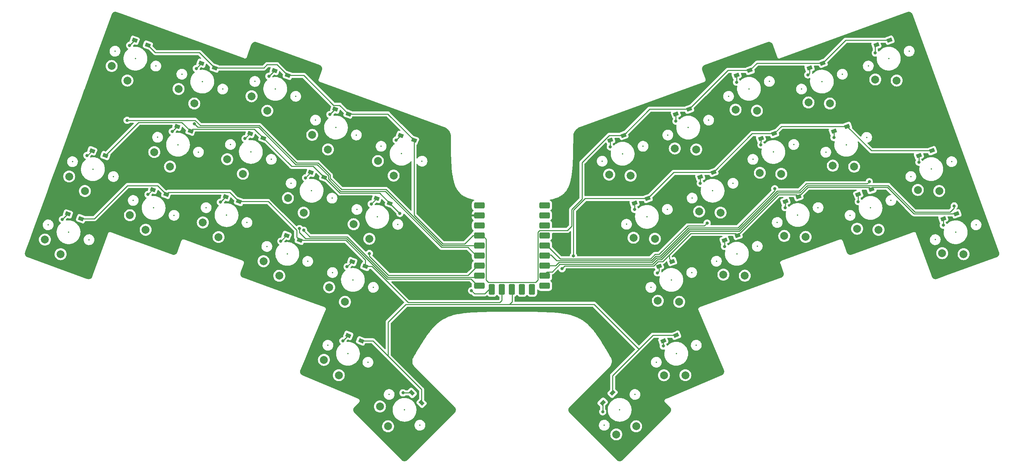
<source format=gbl>
%TF.GenerationSoftware,KiCad,Pcbnew,(6.0.11)*%
%TF.CreationDate,2024-03-25T22:10:58+09:00*%
%TF.ProjectId,gku34,676b7533-342e-46b6-9963-61645f706362,rev?*%
%TF.SameCoordinates,Original*%
%TF.FileFunction,Copper,L2,Bot*%
%TF.FilePolarity,Positive*%
%FSLAX46Y46*%
G04 Gerber Fmt 4.6, Leading zero omitted, Abs format (unit mm)*
G04 Created by KiCad (PCBNEW (6.0.11)) date 2024-03-25 22:10:58*
%MOMM*%
%LPD*%
G01*
G04 APERTURE LIST*
G04 Aperture macros list*
%AMRoundRect*
0 Rectangle with rounded corners*
0 $1 Rounding radius*
0 $2 $3 $4 $5 $6 $7 $8 $9 X,Y pos of 4 corners*
0 Add a 4 corners polygon primitive as box body*
4,1,4,$2,$3,$4,$5,$6,$7,$8,$9,$2,$3,0*
0 Add four circle primitives for the rounded corners*
1,1,$1+$1,$2,$3*
1,1,$1+$1,$4,$5*
1,1,$1+$1,$6,$7*
1,1,$1+$1,$8,$9*
0 Add four rect primitives between the rounded corners*
20,1,$1+$1,$2,$3,$4,$5,0*
20,1,$1+$1,$4,$5,$6,$7,0*
20,1,$1+$1,$6,$7,$8,$9,0*
20,1,$1+$1,$8,$9,$2,$3,0*%
%AMRotRect*
0 Rectangle, with rotation*
0 The origin of the aperture is its center*
0 $1 length*
0 $2 width*
0 $3 Rotation angle, in degrees counterclockwise*
0 Add horizontal line*
21,1,$1,$2,0,0,$3*%
G04 Aperture macros list end*
%TA.AperFunction,ComponentPad*%
%ADD10C,2.000000*%
%TD*%
%TA.AperFunction,ComponentPad*%
%ADD11RoundRect,0.400000X-0.966000X-0.400000X0.966000X-0.400000X0.966000X0.400000X-0.966000X0.400000X0*%
%TD*%
%TA.AperFunction,ComponentPad*%
%ADD12RoundRect,0.400050X-0.965950X-0.400050X0.965950X-0.400050X0.965950X0.400050X-0.965950X0.400050X0*%
%TD*%
%TA.AperFunction,ComponentPad*%
%ADD13RoundRect,0.400000X-0.400000X-0.988000X0.400000X-0.988000X0.400000X0.988000X-0.400000X0.988000X0*%
%TD*%
%TA.AperFunction,ComponentPad*%
%ADD14RoundRect,0.393700X-0.393700X-0.994300X0.393700X-0.994300X0.393700X0.994300X-0.393700X0.994300X0*%
%TD*%
%TA.AperFunction,SMDPad,CuDef*%
%ADD15RotRect,1.300000X0.950000X160.000000*%
%TD*%
%TA.AperFunction,SMDPad,CuDef*%
%ADD16RotRect,1.300000X0.950000X200.000000*%
%TD*%
%TA.AperFunction,SMDPad,CuDef*%
%ADD17RotRect,1.300000X0.950000X135.000000*%
%TD*%
%TA.AperFunction,SMDPad,CuDef*%
%ADD18RotRect,1.300000X0.950000X225.000000*%
%TD*%
%TA.AperFunction,SMDPad,CuDef*%
%ADD19RotRect,1.300000X0.950000X157.000000*%
%TD*%
%TA.AperFunction,SMDPad,CuDef*%
%ADD20RotRect,1.300000X0.950000X203.000000*%
%TD*%
%TA.AperFunction,ViaPad*%
%ADD21C,0.800000*%
%TD*%
%TA.AperFunction,Conductor*%
%ADD22C,0.250000*%
%TD*%
%ADD23C,0.350000*%
G04 APERTURE END LIST*
D10*
%TO.P,SW19,1,1*%
%TO.N,col8*%
X226114762Y-56431779D03*
%TO.P,SW19,2,2*%
%TO.N,Net-(D19-Pad2)*%
X220698056Y-56168526D03*
%TD*%
%TO.P,SW33,1,1*%
%TO.N,col5*%
X170921930Y-122141930D03*
%TO.P,SW33,2,2*%
%TO.N,Net-(D33-Pad2)*%
X165901472Y-124192540D03*
%TD*%
%TO.P,SW25,1,1*%
%TO.N,col4*%
X97225238Y-90641779D03*
%TO.P,SW25,2,2*%
%TO.N,Net-(D25-Pad2)*%
X93245017Y-86958324D03*
%TD*%
%TO.P,SW24,1,1*%
%TO.N,col3*%
X80612081Y-84044186D03*
%TO.P,SW24,2,2*%
%TO.N,Net-(D24-Pad2)*%
X76631860Y-80360731D03*
%TD*%
%TO.P,SW12,1,1*%
%TO.N,col1*%
X52962081Y-56414186D03*
%TO.P,SW12,2,2*%
%TO.N,Net-(D12-Pad2)*%
X48981860Y-52730731D03*
%TD*%
%TO.P,SW1,1,1*%
%TO.N,col0*%
X42172081Y-34624186D03*
%TO.P,SW1,2,2*%
%TO.N,Net-(D1-Pad2)*%
X38191860Y-30940731D03*
%TD*%
%TO.P,SW8,1,1*%
%TO.N,col7*%
X201494762Y-42271779D03*
%TO.P,SW8,2,2*%
%TO.N,Net-(D8-Pad2)*%
X196078056Y-42008526D03*
%TD*%
%TO.P,SW23,1,1*%
%TO.N,col2*%
X65242081Y-74234186D03*
%TO.P,SW23,2,2*%
%TO.N,Net-(D23-Pad2)*%
X61261860Y-70550731D03*
%TD*%
D11*
%TO.P,RZ1,1,GP0*%
%TO.N,unconnected-(RZ1-Pad1)*%
X147791000Y-66245000D03*
%TO.P,RZ1,2,GP1*%
%TO.N,unconnected-(RZ1-Pad2)*%
X147791000Y-68785000D03*
%TO.P,RZ1,3,GP2*%
%TO.N,unconnected-(RZ1-Pad3)*%
X147791000Y-71325000D03*
%TO.P,RZ1,4,GP3*%
%TO.N,col5*%
X147791000Y-73865000D03*
%TO.P,RZ1,5,GP4*%
%TO.N,col6*%
X147791000Y-76405000D03*
D12*
%TO.P,RZ1,6,GP5*%
%TO.N,col7*%
X147791000Y-78945000D03*
%TO.P,RZ1,7,GP6*%
%TO.N,col8*%
X147791000Y-81485000D03*
%TO.P,RZ1,8,GP7*%
%TO.N,col9*%
X147791000Y-84025000D03*
%TO.P,RZ1,9,GP8*%
%TO.N,unconnected-(RZ1-Pad9)*%
X147791000Y-86565000D03*
D13*
%TO.P,RZ1,10,GP9*%
%TO.N,unconnected-(RZ1-Pad10)*%
X144585000Y-87463000D03*
D14*
%TO.P,RZ1,11,GP10*%
%TO.N,unconnected-(RZ1-Pad11)*%
X142045000Y-87463000D03*
%TO.P,RZ1,12,GP11*%
%TO.N,row3*%
X139505000Y-87463000D03*
%TO.P,RZ1,13,GP12*%
%TO.N,row2*%
X136965000Y-87463000D03*
%TO.P,RZ1,14,GP13*%
%TO.N,row1*%
X134425000Y-87463000D03*
D12*
%TO.P,RZ1,15,GP14*%
%TO.N,col2*%
X131219000Y-86565000D03*
%TO.P,RZ1,16,GP15*%
%TO.N,col3*%
X131219000Y-84025000D03*
%TO.P,RZ1,17,GP26*%
%TO.N,col4*%
X131219000Y-81485000D03*
%TO.P,RZ1,18,GP27*%
%TO.N,col1*%
X131219000Y-78945000D03*
%TO.P,RZ1,19,GP28*%
%TO.N,col0*%
X131219000Y-76405000D03*
%TO.P,RZ1,20,GP29*%
%TO.N,row0*%
X131219000Y-73865000D03*
%TO.P,RZ1,21,3V3*%
%TO.N,unconnected-(RZ1-Pad21)*%
X131219000Y-71325000D03*
%TO.P,RZ1,22,GND*%
%TO.N,GND*%
X131219000Y-68785000D03*
%TO.P,RZ1,23,5V*%
%TO.N,VCC*%
X131219000Y-66245000D03*
%TD*%
D15*
%TO.P,D23,1,K*%
%TO.N,row2*%
X70417954Y-65257086D03*
%TO.P,D23,2,A*%
%TO.N,Net-(D23-Pad2)*%
X67082046Y-64042914D03*
%TD*%
D16*
%TO.P,D28,1,K*%
%TO.N,row2*%
X212027954Y-64002914D03*
%TO.P,D28,2,A*%
%TO.N,Net-(D28-Pad2)*%
X208692046Y-65217086D03*
%TD*%
D10*
%TO.P,SW13,1,1*%
%TO.N,col2*%
X71402081Y-58234186D03*
%TO.P,SW13,2,2*%
%TO.N,Net-(D13-Pad2)*%
X67421860Y-54550731D03*
%TD*%
D16*
%TO.P,D8,1,K*%
%TO.N,row0*%
X199687954Y-32062914D03*
%TO.P,D8,2,A*%
%TO.N,Net-(D8-Pad2)*%
X196352046Y-33277086D03*
%TD*%
D10*
%TO.P,SW5,1,1*%
%TO.N,col4*%
X109542081Y-58694186D03*
%TO.P,SW5,2,2*%
%TO.N,Net-(D5-Pad2)*%
X105561860Y-55010731D03*
%TD*%
D15*
%TO.P,D14,1,K*%
%TO.N,row1*%
X91957954Y-59097086D03*
%TO.P,D14,2,A*%
%TO.N,Net-(D14-Pad2)*%
X88622046Y-57882914D03*
%TD*%
%TO.P,D5,1,K*%
%TO.N,row0*%
X114717954Y-49717086D03*
%TO.P,D5,2,A*%
%TO.N,Net-(D5-Pad2)*%
X111382046Y-48502914D03*
%TD*%
D10*
%TO.P,SW9,1,1*%
%TO.N,col8*%
X219957919Y-40444186D03*
%TO.P,SW9,2,2*%
%TO.N,Net-(D9-Pad2)*%
X214541213Y-40180933D03*
%TD*%
D15*
%TO.P,D11,1,K*%
%TO.N,row1*%
X36597954Y-53617086D03*
%TO.P,D11,2,A*%
%TO.N,Net-(D11-Pad2)*%
X33262046Y-52402914D03*
%TD*%
D10*
%TO.P,SW22,1,1*%
%TO.N,col1*%
X46792081Y-72404186D03*
%TO.P,SW22,2,2*%
%TO.N,Net-(D22-Pad2)*%
X42811860Y-68720731D03*
%TD*%
%TO.P,SW15,1,1*%
%TO.N,col4*%
X103402081Y-74684186D03*
%TO.P,SW15,2,2*%
%TO.N,Net-(D15-Pad2)*%
X99421860Y-71000731D03*
%TD*%
%TO.P,SWe,1,1*%
%TO.N,col9*%
X236867919Y-34624186D03*
%TO.P,SWe,2,2*%
%TO.N,Net-(D10-Pad2)*%
X231451213Y-34360933D03*
%TD*%
D16*
%TO.P,D18,1,K*%
%TO.N,row1*%
X205857954Y-48052914D03*
%TO.P,D18,2,A*%
%TO.N,Net-(D18-Pad2)*%
X202522046Y-49267086D03*
%TD*%
%TO.P,D27,1,K*%
%TO.N,row2*%
X196627954Y-73822914D03*
%TO.P,D27,2,A*%
%TO.N,Net-(D27-Pad2)*%
X193292046Y-75037086D03*
%TD*%
D15*
%TO.P,D21,1,K*%
%TO.N,row2*%
X30437954Y-69597086D03*
%TO.P,D21,2,A*%
%TO.N,Net-(D21-Pad2)*%
X27102046Y-68382914D03*
%TD*%
D10*
%TO.P,SW2,1,1*%
%TO.N,col1*%
X59095238Y-40441779D03*
%TO.P,SW2,2,2*%
%TO.N,Net-(D2-Pad2)*%
X55115017Y-36758324D03*
%TD*%
D15*
%TO.P,D3,1,K*%
%TO.N,row0*%
X82757954Y-33307086D03*
%TO.P,D3,2,A*%
%TO.N,Net-(D3-Pad2)*%
X79422046Y-32092914D03*
%TD*%
D16*
%TO.P,D30,1,K*%
%TO.N,row2*%
X251997954Y-68362914D03*
%TO.P,D30,2,A*%
%TO.N,Net-(D30-Pad2)*%
X248662046Y-69577086D03*
%TD*%
D15*
%TO.P,D4,1,K*%
%TO.N,row0*%
X98107954Y-43087086D03*
%TO.P,D4,2,A*%
%TO.N,Net-(D4-Pad2)*%
X94772046Y-41872914D03*
%TD*%
D16*
%TO.P,D7,1,K*%
%TO.N,row0*%
X184327954Y-41872914D03*
%TO.P,D7,2,A*%
%TO.N,Net-(D7-Pad2)*%
X180992046Y-43087086D03*
%TD*%
D17*
%TO.P,D32,1,K*%
%TO.N,row3*%
X116625115Y-116195115D03*
%TO.P,D32,2,A*%
%TO.N,Net-(D32-Pad2)*%
X114114885Y-113684885D03*
%TD*%
D10*
%TO.P,SW27,1,1*%
%TO.N,col6*%
X198427919Y-84024186D03*
%TO.P,SW27,2,2*%
%TO.N,Net-(D27-Pad2)*%
X193011213Y-83760933D03*
%TD*%
D16*
%TO.P,D19,1,K*%
%TO.N,row1*%
X224297954Y-46222914D03*
%TO.P,D19,2,A*%
%TO.N,Net-(D19-Pad2)*%
X220962046Y-47437086D03*
%TD*%
D15*
%TO.P,D22,1,K*%
%TO.N,row2*%
X51977954Y-63427086D03*
%TO.P,D22,2,A*%
%TO.N,Net-(D22-Pad2)*%
X48642046Y-62212914D03*
%TD*%
D10*
%TO.P,SW30,1,1*%
%TO.N,col9*%
X253804762Y-78571779D03*
%TO.P,SW30,2,2*%
%TO.N,Net-(D30-Pad2)*%
X248388056Y-78308526D03*
%TD*%
%TO.P,SW29,1,1*%
%TO.N,col8*%
X232267919Y-72404186D03*
%TO.P,SW29,2,2*%
%TO.N,Net-(D29-Pad2)*%
X226851213Y-72140933D03*
%TD*%
D15*
%TO.P,D12,1,K*%
%TO.N,row1*%
X58147954Y-47437086D03*
%TO.P,D12,2,A*%
%TO.N,Net-(D12-Pad2)*%
X54812046Y-46222914D03*
%TD*%
%TO.P,D13,1,K*%
%TO.N,row1*%
X76577954Y-49247086D03*
%TO.P,D13,2,A*%
%TO.N,Net-(D13-Pad2)*%
X73242046Y-48032914D03*
%TD*%
D10*
%TO.P,SW18,1,1*%
%TO.N,col7*%
X207659610Y-58245297D03*
%TO.P,SW18,2,2*%
%TO.N,Net-(D18-Pad2)*%
X202242904Y-57982044D03*
%TD*%
D16*
%TO.P,D20,1,K*%
%TO.N,row1*%
X245827954Y-52372914D03*
%TO.P,D20,2,A*%
%TO.N,Net-(D20-Pad2)*%
X242492046Y-53587086D03*
%TD*%
%TO.P,D17,1,K*%
%TO.N,row1*%
X190487954Y-57852914D03*
%TO.P,D17,2,A*%
%TO.N,Net-(D17-Pad2)*%
X187152046Y-59067086D03*
%TD*%
D15*
%TO.P,D15,1,K*%
%TO.N,row1*%
X108587954Y-65707086D03*
%TO.P,D15,2,A*%
%TO.N,Net-(D15-Pad2)*%
X105252046Y-64492914D03*
%TD*%
D16*
%TO.P,D6,1,K*%
%TO.N,row0*%
X167717954Y-48502914D03*
%TO.P,D6,2,A*%
%TO.N,Net-(D6-Pad2)*%
X164382046Y-49717086D03*
%TD*%
D10*
%TO.P,SW7,1,1*%
%TO.N,col6*%
X186134762Y-52081779D03*
%TO.P,SW7,2,2*%
%TO.N,Net-(D7-Pad2)*%
X180718056Y-51818526D03*
%TD*%
%TO.P,SW21,1,1*%
%TO.N,col0*%
X25262081Y-78574186D03*
%TO.P,SW21,2,2*%
%TO.N,Net-(D21-Pad2)*%
X21281860Y-74890731D03*
%TD*%
%TO.P,SW28,1,1*%
%TO.N,col7*%
X213827919Y-74214186D03*
%TO.P,SW28,2,2*%
%TO.N,Net-(D28-Pad2)*%
X208411213Y-73950933D03*
%TD*%
D16*
%TO.P,D9,1,K*%
%TO.N,row0*%
X218157954Y-30242914D03*
%TO.P,D9,2,A*%
%TO.N,Net-(D9-Pad2)*%
X214822046Y-31457086D03*
%TD*%
%TO.P,D10,1,K*%
%TO.N,row0*%
X235057954Y-24412914D03*
%TO.P,D10,2,A*%
%TO.N,Net-(D10-Pad2)*%
X231722046Y-25627086D03*
%TD*%
D10*
%TO.P,SW16,1,1*%
%TO.N,col5*%
X175674762Y-74671779D03*
%TO.P,SW16,2,2*%
%TO.N,Net-(D16-Pad2)*%
X170258056Y-74408526D03*
%TD*%
D15*
%TO.P,D25,1,K*%
%TO.N,row2*%
X102407954Y-81667086D03*
%TO.P,D25,2,A*%
%TO.N,Net-(D25-Pad2)*%
X99072046Y-80452914D03*
%TD*%
D10*
%TO.P,SW32,1,1*%
%TO.N,col4*%
X108138070Y-122141930D03*
%TO.P,SW32,2,2*%
%TO.N,Net-(D32-Pad2)*%
X106087460Y-117121472D03*
%TD*%
%TO.P,SW31,1,1*%
%TO.N,col3*%
X95679426Y-109208156D03*
%TO.P,SW31,2,2*%
%TO.N,Net-(D31-Pad2)*%
X91897437Y-105321440D03*
%TD*%
%TO.P,SW6,1,1*%
%TO.N,col5*%
X169514762Y-58701779D03*
%TO.P,SW6,2,2*%
%TO.N,Net-(D6-Pad2)*%
X164098056Y-58438526D03*
%TD*%
%TO.P,SW14,1,1*%
%TO.N,col3*%
X86772081Y-68064186D03*
%TO.P,SW14,2,2*%
%TO.N,Net-(D14-Pad2)*%
X82791860Y-64380731D03*
%TD*%
D16*
%TO.P,D29,1,K*%
%TO.N,row2*%
X230467954Y-62202914D03*
%TO.P,D29,2,A*%
%TO.N,Net-(D29-Pad2)*%
X227132046Y-63417086D03*
%TD*%
D18*
%TO.P,D33,1,K*%
%TO.N,row3*%
X164965115Y-113654885D03*
%TO.P,D33,2,A*%
%TO.N,Net-(D33-Pad2)*%
X162454885Y-116165115D03*
%TD*%
D16*
%TO.P,D26,1,K*%
%TO.N,row2*%
X180027954Y-80432914D03*
%TO.P,D26,2,A*%
%TO.N,Net-(D26-Pad2)*%
X176692046Y-81647086D03*
%TD*%
D19*
%TO.P,D31,1,K*%
%TO.N,row3*%
X101323896Y-100513548D03*
%TO.P,D31,2,A*%
%TO.N,Net-(D31-Pad2)*%
X98056104Y-99126452D03*
%TD*%
D20*
%TO.P,D34,1,K*%
%TO.N,row3*%
X181053896Y-99106452D03*
%TO.P,D34,2,A*%
%TO.N,Net-(D34-Pad2)*%
X177786104Y-100493548D03*
%TD*%
D10*
%TO.P,SW34,1,1*%
%TO.N,col6*%
X183385314Y-109200979D03*
%TO.P,SW34,2,2*%
%TO.N,Net-(D34-Pad2)*%
X177962254Y-109221574D03*
%TD*%
%TO.P,SW17,1,1*%
%TO.N,col6*%
X192287919Y-68054186D03*
%TO.P,SW17,2,2*%
%TO.N,Net-(D17-Pad2)*%
X186871213Y-67790933D03*
%TD*%
D15*
%TO.P,D1,1,K*%
%TO.N,row0*%
X47347954Y-25647086D03*
%TO.P,D1,2,A*%
%TO.N,Net-(D1-Pad2)*%
X44012046Y-24432914D03*
%TD*%
D10*
%TO.P,SW3,1,1*%
%TO.N,col2*%
X77572081Y-42284186D03*
%TO.P,SW3,2,2*%
%TO.N,Net-(D3-Pad2)*%
X73591860Y-38600731D03*
%TD*%
%TO.P,SW26,1,1*%
%TO.N,col5*%
X181834762Y-90641779D03*
%TO.P,SW26,2,2*%
%TO.N,Net-(D26-Pad2)*%
X176418056Y-90378526D03*
%TD*%
D15*
%TO.P,D2,1,K*%
%TO.N,row0*%
X64267954Y-31457086D03*
%TO.P,D2,2,A*%
%TO.N,Net-(D2-Pad2)*%
X60932046Y-30242914D03*
%TD*%
D16*
%TO.P,D16,1,K*%
%TO.N,row1*%
X173867954Y-64462914D03*
%TO.P,D16,2,A*%
%TO.N,Net-(D16-Pad2)*%
X170532046Y-65677086D03*
%TD*%
D10*
%TO.P,SW20,1,1*%
%TO.N,col9*%
X247634762Y-62581779D03*
%TO.P,SW20,2,2*%
%TO.N,Net-(D20-Pad2)*%
X242218056Y-62318526D03*
%TD*%
D15*
%TO.P,D24,1,K*%
%TO.N,row2*%
X85787954Y-75057086D03*
%TO.P,D24,2,A*%
%TO.N,Net-(D24-Pad2)*%
X82452046Y-73842914D03*
%TD*%
D10*
%TO.P,SW4,1,1*%
%TO.N,col3*%
X92932081Y-52074186D03*
%TO.P,SW4,2,2*%
%TO.N,Net-(D4-Pad2)*%
X88951860Y-48390731D03*
%TD*%
%TO.P,SW11,1,1*%
%TO.N,col0*%
X31415238Y-62591779D03*
%TO.P,SW11,2,2*%
%TO.N,Net-(D11-Pad2)*%
X27435017Y-58908324D03*
%TD*%
D21*
%TO.N,GND*%
X152100000Y-76900000D03*
%TO.N,col9*%
X251426492Y-66373508D03*
%TO.N,col8*%
X229934037Y-60225527D03*
%TO.N,col7*%
X206000000Y-62000000D03*
%TO.N,col6*%
X188900000Y-70700000D03*
%TO.N,Net-(D33-Pad2)*%
X162469744Y-118458170D03*
%TO.N,Net-(D34-Pad2)*%
X177786104Y-101813896D03*
%TO.N,Net-(D26-Pad2)*%
X176300000Y-83300000D03*
%TO.N,Net-(D27-Pad2)*%
X193292046Y-76607954D03*
%TO.N,Net-(D28-Pad2)*%
X208600000Y-66800000D03*
%TO.N,Net-(D29-Pad2)*%
X227132046Y-65267954D03*
%TO.N,Net-(D30-Pad2)*%
X248662046Y-71237954D03*
%TO.N,Net-(D16-Pad2)*%
X170532046Y-67232046D03*
%TO.N,Net-(D17-Pad2)*%
X187152046Y-60647954D03*
%TO.N,Net-(D18-Pad2)*%
X202500000Y-50900000D03*
%TO.N,Net-(D19-Pad2)*%
X220962046Y-49037954D03*
%TO.N,Net-(D20-Pad2)*%
X242492046Y-55307954D03*
%TO.N,Net-(D10-Pad2)*%
X231451213Y-27648787D03*
%TO.N,Net-(D9-Pad2)*%
X214400000Y-33200000D03*
%TO.N,Net-(D8-Pad2)*%
X196352046Y-35047954D03*
%TO.N,Net-(D7-Pad2)*%
X180992046Y-44907954D03*
%TO.N,Net-(D6-Pad2)*%
X164382046Y-51417954D03*
%TO.N,row1*%
X111130868Y-68250000D03*
%TO.N,col0*%
X42100000Y-44700000D03*
%TO.N,col1*%
X59100000Y-45600000D03*
%TO.N,col4*%
X103400000Y-78400000D03*
%TO.N,col2*%
X85700000Y-72100000D03*
%TO.N,col3*%
X86772081Y-72527919D03*
%TO.N,Net-(D32-Pad2)*%
X111915115Y-113684885D03*
%TO.N,Net-(D31-Pad2)*%
X96709439Y-100509439D03*
%TO.N,Net-(D25-Pad2)*%
X97762480Y-81762480D03*
%TO.N,Net-(D24-Pad2)*%
X80997480Y-75297480D03*
%TO.N,Net-(D23-Pad2)*%
X65712480Y-65412480D03*
%TO.N,Net-(D22-Pad2)*%
X47377480Y-63477480D03*
%TO.N,Net-(D21-Pad2)*%
X25692480Y-69792480D03*
%TO.N,Net-(D11-Pad2)*%
X31900000Y-53600000D03*
%TO.N,Net-(D12-Pad2)*%
X53517480Y-47517480D03*
%TO.N,Net-(D13-Pad2)*%
X71937480Y-49337480D03*
%TO.N,Net-(D14-Pad2)*%
X87252480Y-59252480D03*
%TO.N,Net-(D15-Pad2)*%
X103872480Y-65872480D03*
%TO.N,Net-(D5-Pad2)*%
X110192480Y-49692480D03*
%TO.N,Net-(D4-Pad2)*%
X93422480Y-43222480D03*
%TO.N,Net-(D3-Pad2)*%
X77957480Y-33557480D03*
%TO.N,Net-(D2-Pad2)*%
X59587480Y-31587480D03*
%TO.N,Net-(D1-Pad2)*%
X42722480Y-25722480D03*
%TO.N,row1*%
X129260000Y-87830000D03*
X155060000Y-79028919D03*
%TO.N,row2*%
X152170000Y-82260000D03*
%TO.N,GND*%
X121412000Y-88138000D03*
X69342000Y-37846000D03*
X112776000Y-57150000D03*
X115062000Y-76962000D03*
X172466000Y-77978000D03*
%TD*%
D22*
%TO.N,row2*%
X206950868Y-63500000D02*
X196627954Y-73822914D01*
X211525040Y-63500000D02*
X206950868Y-63500000D01*
X212027954Y-64002914D02*
X211525040Y-63500000D01*
%TO.N,col9*%
X147520376Y-83865000D02*
X147135000Y-83865000D01*
X148345376Y-83040000D02*
X147520376Y-83865000D01*
X149670000Y-83040000D02*
X148345376Y-83040000D01*
X151606581Y-81103419D02*
X149670000Y-83040000D01*
X175142396Y-81103419D02*
X151606581Y-81103419D01*
X176262901Y-79982914D02*
X175142396Y-81103419D01*
X177319086Y-79982914D02*
X176262901Y-79982914D01*
X184532000Y-72770000D02*
X177319086Y-79982914D01*
X197044472Y-72770000D02*
X184532000Y-72770000D01*
X234745643Y-61209247D02*
X214185225Y-61209247D01*
X241449310Y-67912914D02*
X234745643Y-61209247D01*
X212385225Y-63009247D02*
X206805225Y-63009247D01*
X206805225Y-63009247D02*
X197044472Y-72770000D01*
X251426492Y-66873508D02*
X250387086Y-67912914D01*
X214185225Y-61209247D02*
X212385225Y-63009247D01*
X251426492Y-66373508D02*
X251426492Y-66873508D01*
X250387086Y-67912914D02*
X241449310Y-67912914D01*
%TO.N,row2*%
X231011621Y-61659247D02*
X230467954Y-62202914D01*
X241262914Y-68362914D02*
X234559247Y-61659247D01*
X234559247Y-61659247D02*
X231011621Y-61659247D01*
X251997954Y-68362914D02*
X241262914Y-68362914D01*
%TO.N,col8*%
X229400317Y-60759247D02*
X229934037Y-60225527D01*
X213998829Y-60759247D02*
X229400317Y-60759247D01*
X212198829Y-62559247D02*
X213998829Y-60759247D01*
X206618829Y-62559247D02*
X212198829Y-62559247D01*
X196858076Y-72320000D02*
X206618829Y-62559247D01*
X176076505Y-79532914D02*
X177132690Y-79532914D01*
X177132690Y-79532914D02*
X184345604Y-72320000D01*
X151420185Y-80653419D02*
X174956000Y-80653419D01*
X174956000Y-80653419D02*
X176076505Y-79532914D01*
X184345604Y-72320000D02*
X196858076Y-72320000D01*
X150588604Y-81485000D02*
X151420185Y-80653419D01*
X147135000Y-81325000D02*
X147295000Y-81485000D01*
X147295000Y-81485000D02*
X150588604Y-81485000D01*
%TO.N,col7*%
X149405000Y-78785000D02*
X147135000Y-78785000D01*
X150823419Y-80203419D02*
X149405000Y-78785000D01*
X174769604Y-80203419D02*
X150823419Y-80203419D01*
X175890109Y-79082914D02*
X174769604Y-80203419D01*
X184159208Y-71870000D02*
X176946294Y-79082914D01*
X176946294Y-79082914D02*
X175890109Y-79082914D01*
X196671680Y-71870000D02*
X184159208Y-71870000D01*
X206000000Y-62541680D02*
X196671680Y-71870000D01*
X206000000Y-62000000D02*
X206000000Y-62541680D01*
%TO.N,row2*%
X214371621Y-61659247D02*
X212027954Y-64002914D01*
X229924287Y-61659247D02*
X214371621Y-61659247D01*
X230467954Y-62202914D02*
X229924287Y-61659247D01*
%TO.N,col6*%
X188180000Y-71420000D02*
X188900000Y-70700000D01*
X183972812Y-71420000D02*
X188180000Y-71420000D01*
X175703713Y-78632914D02*
X176759898Y-78632914D01*
X148205000Y-76245000D02*
X151713419Y-79753419D01*
X151713419Y-79753419D02*
X174583208Y-79753419D01*
X174583208Y-79753419D02*
X175703713Y-78632914D01*
X176759898Y-78632914D02*
X183972812Y-71420000D01*
X147135000Y-76245000D02*
X148205000Y-76245000D01*
%TO.N,row0*%
X132940000Y-74750000D02*
X131895000Y-73705000D01*
X132940000Y-85130000D02*
X132940000Y-74750000D01*
X133530000Y-85720000D02*
X132940000Y-85130000D01*
X145490000Y-85720000D02*
X133530000Y-85720000D01*
X146090000Y-85120000D02*
X145490000Y-85720000D01*
X146090000Y-73024695D02*
X146090000Y-85120000D01*
X146534695Y-72580000D02*
X146090000Y-73024695D01*
X154610000Y-71490000D02*
X153520000Y-72580000D01*
X157220000Y-64643604D02*
X154610000Y-67253604D01*
X153520000Y-72580000D02*
X146534695Y-72580000D01*
X157220000Y-55422211D02*
X157220000Y-64643604D01*
X167717954Y-48502914D02*
X164139297Y-48502914D01*
X154610000Y-67253604D02*
X154610000Y-71490000D01*
X164139297Y-48502914D02*
X157220000Y-55422211D01*
%TO.N,row1*%
X155060000Y-67440000D02*
X158037086Y-64462914D01*
X158037086Y-64462914D02*
X173867954Y-64462914D01*
X155060000Y-79028919D02*
X155060000Y-67440000D01*
%TO.N,Net-(D26-Pad2)*%
X176692046Y-81647086D02*
X176692046Y-82907954D01*
X176692046Y-82907954D02*
X176300000Y-83300000D01*
%TO.N,Net-(D10-Pad2)*%
X231451213Y-27648787D02*
X231451213Y-25897919D01*
%TO.N,Net-(D9-Pad2)*%
X214822046Y-32777954D02*
X214400000Y-33200000D01*
X214822046Y-31457086D02*
X214822046Y-32777954D01*
%TO.N,row2*%
X68060868Y-62900000D02*
X70417954Y-65257086D01*
X52505040Y-62900000D02*
X68060868Y-62900000D01*
X51977954Y-63427086D02*
X52505040Y-62900000D01*
X33802914Y-69597086D02*
X30437954Y-69597086D01*
X49770115Y-61219247D02*
X42180753Y-61219247D01*
X51977954Y-63427086D02*
X49770115Y-61219247D01*
X42180753Y-61219247D02*
X33802914Y-69597086D01*
%TO.N,row0*%
X129635000Y-73865000D02*
X131885000Y-73865000D01*
X127545000Y-75955000D02*
X129635000Y-73865000D01*
X122027792Y-75955000D02*
X127545000Y-75955000D01*
X114717954Y-68645162D02*
X122027792Y-75955000D01*
X114717954Y-49717086D02*
X114717954Y-68645162D01*
%TO.N,col0*%
X60600000Y-46000000D02*
X59300000Y-44700000D01*
X75536396Y-46000000D02*
X60600000Y-46000000D01*
X90404185Y-55450000D02*
X84986396Y-55450000D01*
X96333660Y-62200000D02*
X93506214Y-59372554D01*
X93506214Y-59372554D02*
X93506214Y-58552029D01*
X84986396Y-55450000D02*
X75536396Y-46000000D01*
X107636396Y-62200000D02*
X96333660Y-62200000D01*
X121841396Y-76405000D02*
X107636396Y-62200000D01*
X131885000Y-76405000D02*
X121841396Y-76405000D01*
X93506214Y-58552029D02*
X90404185Y-55450000D01*
X59300000Y-44700000D02*
X42100000Y-44700000D01*
%TO.N,col1*%
X59950000Y-46450000D02*
X59100000Y-45600000D01*
X75350000Y-46450000D02*
X59950000Y-46450000D01*
X90217789Y-55900000D02*
X84800000Y-55900000D01*
X93056214Y-58738425D02*
X90217789Y-55900000D01*
X93056214Y-59558950D02*
X93056214Y-58738425D01*
X121655000Y-76855000D02*
X107450000Y-62650000D01*
X130445000Y-78945000D02*
X128355000Y-76855000D01*
X131885000Y-78945000D02*
X130445000Y-78945000D01*
X128355000Y-76855000D02*
X121655000Y-76855000D01*
X107450000Y-62650000D02*
X96147264Y-62650000D01*
X96147264Y-62650000D02*
X93056214Y-59558950D01*
X84800000Y-55900000D02*
X75350000Y-46450000D01*
%TO.N,row1*%
X108587954Y-65707086D02*
X111130868Y-68250000D01*
X83750000Y-56350000D02*
X89210868Y-56350000D01*
X89210868Y-56350000D02*
X91957954Y-59097086D01*
X74300000Y-46900000D02*
X83750000Y-56350000D01*
X58685040Y-46900000D02*
X74300000Y-46900000D01*
X58147954Y-47437086D02*
X58685040Y-46900000D01*
X105980868Y-63100000D02*
X108587954Y-65707086D01*
X95960868Y-63100000D02*
X105980868Y-63100000D01*
X91957954Y-59097086D02*
X95960868Y-63100000D01*
%TO.N,col4*%
X103402081Y-78402081D02*
X103400000Y-78400000D01*
X103402081Y-79109289D02*
X103402081Y-78402081D01*
%TO.N,row2*%
X85000000Y-72468501D02*
X85000000Y-74300000D01*
X85757086Y-75057086D02*
X85787954Y-75057086D01*
X70417954Y-65257086D02*
X77788585Y-65257086D01*
X77788585Y-65257086D02*
X85000000Y-72468501D01*
X85000000Y-74300000D02*
X85757086Y-75057086D01*
%TO.N,col2*%
X130835000Y-86565000D02*
X131885000Y-86565000D01*
X129120000Y-84850000D02*
X130835000Y-86565000D01*
X107870000Y-84850000D02*
X129120000Y-84850000D01*
X87207086Y-74607086D02*
X97627086Y-74607086D01*
X97627086Y-74607086D02*
X107870000Y-84850000D01*
X85700000Y-73100000D02*
X87207086Y-74607086D01*
X85700000Y-72100000D02*
X85700000Y-73100000D01*
%TO.N,col3*%
X131510000Y-84400000D02*
X131885000Y-84025000D01*
X97813482Y-74157086D02*
X108056396Y-84400000D01*
X88357086Y-74157086D02*
X97813482Y-74157086D01*
X86800000Y-72600000D02*
X88357086Y-74157086D01*
X108056396Y-84400000D02*
X131510000Y-84400000D01*
%TO.N,Net-(D32-Pad2)*%
X111915115Y-113684885D02*
X114114885Y-113684885D01*
%TO.N,Net-(D31-Pad2)*%
X96709439Y-100509439D02*
X98056104Y-99162773D01*
%TO.N,Net-(D11-Pad2)*%
X31900000Y-53600000D02*
X32064960Y-53600000D01*
X32064960Y-53600000D02*
X33262046Y-52402914D01*
%TO.N,Net-(D3-Pad2)*%
X79422046Y-32092914D02*
X77957480Y-33557480D01*
%TO.N,Net-(D1-Pad2)*%
X44012046Y-24432914D02*
X42722480Y-25722480D01*
%TO.N,Net-(D2-Pad2)*%
X60932046Y-30242914D02*
X59587480Y-31587480D01*
%TO.N,Net-(D4-Pad2)*%
X94772046Y-41872914D02*
X93422480Y-43222480D01*
%TO.N,Net-(D5-Pad2)*%
X111382046Y-48502914D02*
X110192480Y-49692480D01*
%TO.N,row0*%
X64267954Y-31457086D02*
X76692914Y-31457086D01*
X201507954Y-30242914D02*
X199687954Y-32062914D01*
X174347954Y-41872914D02*
X167717954Y-48502914D01*
X86807086Y-33307086D02*
X94379247Y-40879247D01*
X235057954Y-24412914D02*
X223987954Y-24412914D01*
X77530000Y-30620000D02*
X80070868Y-30620000D01*
X82757954Y-33307086D02*
X86807086Y-33307086D01*
X108087954Y-43087086D02*
X98107954Y-43087086D01*
X223987954Y-24412914D02*
X218157954Y-30242914D01*
X194137954Y-32062914D02*
X184327954Y-41872914D01*
X114717954Y-49717086D02*
X108087954Y-43087086D01*
X218157954Y-30242914D02*
X201507954Y-30242914D01*
X184327954Y-41872914D02*
X174347954Y-41872914D01*
X49250868Y-27550000D02*
X60360868Y-27550000D01*
X47347954Y-25647086D02*
X49250868Y-27550000D01*
X60360868Y-27550000D02*
X64267954Y-31457086D01*
X76692914Y-31457086D02*
X77530000Y-30620000D01*
X80070868Y-30620000D02*
X82757954Y-33307086D01*
X94379247Y-40879247D02*
X95900115Y-40879247D01*
X199687954Y-32062914D02*
X194137954Y-32062914D01*
X95900115Y-40879247D02*
X98107954Y-43087086D01*
%TO.N,Net-(D6-Pad2)*%
X164382046Y-49717086D02*
X164382046Y-51417954D01*
%TO.N,Net-(D7-Pad2)*%
X180992046Y-43087086D02*
X180992046Y-44907954D01*
%TO.N,Net-(D8-Pad2)*%
X196352046Y-33277086D02*
X196352046Y-35047954D01*
%TO.N,Net-(D10-Pad2)*%
X231451213Y-25897919D02*
X231722046Y-25627086D01*
%TO.N,row1*%
X190487954Y-57852914D02*
X180477954Y-57852914D01*
X230447954Y-52372914D02*
X224297954Y-46222914D01*
X130050000Y-88620000D02*
X132580000Y-88620000D01*
X207687954Y-46222914D02*
X205857954Y-48052914D01*
X245827954Y-52372914D02*
X230447954Y-52372914D01*
X129260000Y-87830000D02*
X130050000Y-88620000D01*
X205857954Y-48052914D02*
X200287954Y-48052914D01*
X200287954Y-48052914D02*
X190487954Y-57852914D01*
X224297954Y-46222914D02*
X207687954Y-46222914D01*
X55940115Y-45229247D02*
X58147954Y-47437086D01*
X132580000Y-88620000D02*
X134425000Y-86775000D01*
X44985793Y-45229247D02*
X55940115Y-45229247D01*
X180477954Y-57852914D02*
X173867954Y-64462914D01*
X36597954Y-53617086D02*
X44985793Y-45229247D01*
%TO.N,Net-(D12-Pad2)*%
X54812046Y-46222914D02*
X53517480Y-47517480D01*
%TO.N,Net-(D13-Pad2)*%
X73242046Y-48032914D02*
X71937480Y-49337480D01*
%TO.N,Net-(D14-Pad2)*%
X88622046Y-57882914D02*
X87252480Y-59252480D01*
%TO.N,Net-(D15-Pad2)*%
X105252046Y-64492914D02*
X103872480Y-65872480D01*
%TO.N,Net-(D16-Pad2)*%
X170532046Y-65677086D02*
X170532046Y-67232046D01*
%TO.N,Net-(D17-Pad2)*%
X187152046Y-59067086D02*
X187152046Y-60647954D01*
%TO.N,Net-(D18-Pad2)*%
X202522046Y-49267086D02*
X202500000Y-50900000D01*
%TO.N,Net-(D19-Pad2)*%
X220962046Y-47437086D02*
X220962046Y-49037954D01*
%TO.N,Net-(D20-Pad2)*%
X242492046Y-53587086D02*
X242492046Y-55307954D01*
%TO.N,row2*%
X136460000Y-90820000D02*
X113203604Y-90820000D01*
X175328792Y-81553419D02*
X176449297Y-80432914D01*
X180027954Y-80432914D02*
X179324000Y-79728960D01*
X113203604Y-90820000D02*
X104050690Y-81667086D01*
X196135040Y-73330000D02*
X184734000Y-73330000D01*
X152876581Y-81553419D02*
X175328792Y-81553419D01*
X177631086Y-80432914D02*
X176449297Y-80432914D01*
X184734000Y-73330000D02*
X179324000Y-78740000D01*
X179324000Y-78740000D02*
X177631086Y-80432914D01*
X136965000Y-90315000D02*
X136460000Y-90820000D01*
X152170000Y-82260000D02*
X152876581Y-81553419D01*
X104050690Y-81667086D02*
X102407954Y-81667086D01*
X97440690Y-75057086D02*
X102407954Y-80024350D01*
X136965000Y-86775000D02*
X136965000Y-90315000D01*
X196627954Y-73822914D02*
X196135040Y-73330000D01*
X85787954Y-75057086D02*
X97440690Y-75057086D01*
X179324000Y-79728960D02*
X179324000Y-78740000D01*
X102407954Y-80024350D02*
X102407954Y-81667086D01*
%TO.N,Net-(D21-Pad2)*%
X27102046Y-68382914D02*
X25692480Y-69792480D01*
%TO.N,Net-(D22-Pad2)*%
X48642046Y-62212914D02*
X47377480Y-63477480D01*
%TO.N,Net-(D23-Pad2)*%
X67082046Y-64042914D02*
X65712480Y-65412480D01*
%TO.N,Net-(D24-Pad2)*%
X82452046Y-73842914D02*
X80997480Y-75297480D01*
%TO.N,Net-(D25-Pad2)*%
X99072046Y-80452914D02*
X97762480Y-81762480D01*
%TO.N,Net-(D27-Pad2)*%
X193292046Y-75037086D02*
X193292046Y-76607954D01*
%TO.N,Net-(D28-Pad2)*%
X208692046Y-65217086D02*
X208600000Y-66800000D01*
%TO.N,Net-(D29-Pad2)*%
X227132046Y-63417086D02*
X227132046Y-65267954D01*
%TO.N,Net-(D30-Pad2)*%
X248662046Y-69577086D02*
X248662046Y-71237954D01*
%TO.N,row3*%
X171495000Y-102495000D02*
X171775000Y-102495000D01*
X116625115Y-112835115D02*
X108145000Y-104355000D01*
X108145000Y-104355000D02*
X108145000Y-95775000D01*
X160270000Y-91270000D02*
X171495000Y-102495000D01*
X116625115Y-116195115D02*
X116625115Y-112835115D01*
X108145000Y-104355000D02*
X104303548Y-100513548D01*
X137630000Y-91270000D02*
X160270000Y-91270000D01*
X138840000Y-91270000D02*
X139515000Y-90595000D01*
X171775000Y-102495000D02*
X175163548Y-99106452D01*
X164965115Y-113654885D02*
X164965115Y-109304885D01*
X164965115Y-109304885D02*
X171775000Y-102495000D01*
X108145000Y-95775000D02*
X112650000Y-91270000D01*
X175163548Y-99106452D02*
X181053896Y-99106452D01*
X112650000Y-91270000D02*
X137630000Y-91270000D01*
X104303548Y-100513548D02*
X101323896Y-100513548D01*
X137630000Y-91270000D02*
X138840000Y-91270000D01*
X139515000Y-90595000D02*
X139515000Y-86615000D01*
%TO.N,Net-(D31-Pad2)*%
X98056104Y-99162773D02*
X98056104Y-99126452D01*
%TO.N,Net-(D33-Pad2)*%
X162454885Y-116165115D02*
X162454885Y-118394885D01*
X162454885Y-118394885D02*
X162469744Y-118458170D01*
%TO.N,Net-(D34-Pad2)*%
X177786104Y-100493548D02*
X177786104Y-101813896D01*
%TO.N,col4*%
X108242792Y-83950000D02*
X128380000Y-83950000D01*
X130950000Y-81380000D02*
X132490000Y-81380000D01*
X128380000Y-83950000D02*
X130950000Y-81380000D01*
X103402081Y-79109289D02*
X108242792Y-83950000D01*
%TD*%
%TA.AperFunction,Conductor*%
%TO.N,GND*%
G36*
X39288991Y-17221801D02*
G01*
X39310613Y-17225613D01*
X39427379Y-17256901D01*
X39442827Y-17263119D01*
X39442964Y-17262757D01*
X39451362Y-17265930D01*
X39459225Y-17270262D01*
X39490309Y-17277182D01*
X39506007Y-17281766D01*
X41202524Y-17899247D01*
X71733788Y-29011719D01*
X71734510Y-29011984D01*
X71783340Y-29030095D01*
X71807303Y-29038983D01*
X71824931Y-29040231D01*
X71836795Y-29041071D01*
X71853771Y-29043441D01*
X71873934Y-29047672D01*
X71873937Y-29047672D01*
X71882715Y-29049514D01*
X71891659Y-29048818D01*
X71891663Y-29048818D01*
X71908313Y-29047522D01*
X71926987Y-29047457D01*
X71943636Y-29048636D01*
X71943640Y-29048636D01*
X71952597Y-29049270D01*
X71981506Y-29042994D01*
X71998450Y-29040507D01*
X72018983Y-29038909D01*
X72018985Y-29038908D01*
X72027933Y-29038212D01*
X72040307Y-29033524D01*
X72051944Y-29029116D01*
X72069847Y-29023813D01*
X72071584Y-29023436D01*
X72094939Y-29018365D01*
X72102825Y-29014074D01*
X72102828Y-29014073D01*
X72120911Y-29004234D01*
X72136493Y-28997083D01*
X72136528Y-28997070D01*
X72164143Y-28986608D01*
X72171307Y-28981199D01*
X72171310Y-28981198D01*
X72184643Y-28971133D01*
X72200337Y-28961019D01*
X72214998Y-28953042D01*
X72214999Y-28953041D01*
X72222884Y-28948751D01*
X72229245Y-28942424D01*
X72229251Y-28942419D01*
X72243849Y-28927897D01*
X72256793Y-28916665D01*
X72273228Y-28904258D01*
X72273232Y-28904254D01*
X72280394Y-28898847D01*
X72285751Y-28891647D01*
X72285754Y-28891644D01*
X72295722Y-28878246D01*
X72307949Y-28864131D01*
X72319784Y-28852358D01*
X72319785Y-28852357D01*
X72326149Y-28846026D01*
X72333283Y-28833076D01*
X72340419Y-28820124D01*
X72349690Y-28805711D01*
X72361980Y-28789192D01*
X72361981Y-28789190D01*
X72367341Y-28781986D01*
X72379323Y-28749682D01*
X72379615Y-28748973D01*
X72380152Y-28747998D01*
X72390895Y-28718482D01*
X72417994Y-28645420D01*
X72418092Y-28644027D01*
X72418467Y-28642729D01*
X73547222Y-25541499D01*
X73555261Y-25523797D01*
X73562507Y-25510644D01*
X73562507Y-25510643D01*
X73566839Y-25502780D01*
X73569616Y-25490305D01*
X73578408Y-25464440D01*
X73632489Y-25348458D01*
X73643469Y-25329439D01*
X73647425Y-25323790D01*
X73729954Y-25205924D01*
X73744072Y-25189099D01*
X73850689Y-25082480D01*
X73867514Y-25068362D01*
X73871494Y-25065575D01*
X73991031Y-24981874D01*
X74010042Y-24970898D01*
X74133001Y-24913561D01*
X74146703Y-24907171D01*
X74167342Y-24899659D01*
X74197565Y-24891561D01*
X74312989Y-24860633D01*
X74334611Y-24856821D01*
X74484832Y-24843679D01*
X74506790Y-24843680D01*
X74605471Y-24852314D01*
X74656994Y-24856822D01*
X74678625Y-24860636D01*
X74795531Y-24891963D01*
X74810844Y-24898127D01*
X74810987Y-24897748D01*
X74819380Y-24900920D01*
X74827244Y-24905252D01*
X74836007Y-24907203D01*
X74858322Y-24912171D01*
X74874033Y-24916758D01*
X90763315Y-30699983D01*
X90781015Y-30708021D01*
X90794173Y-30715270D01*
X90794178Y-30715272D01*
X90802033Y-30719599D01*
X90814512Y-30722377D01*
X90840374Y-30731169D01*
X90846686Y-30734112D01*
X90956360Y-30785251D01*
X90975376Y-30796229D01*
X91098899Y-30882719D01*
X91115715Y-30896828D01*
X91193545Y-30974655D01*
X91222346Y-31003455D01*
X91236463Y-31020279D01*
X91254129Y-31045508D01*
X91322952Y-31143794D01*
X91333934Y-31162814D01*
X91341839Y-31179766D01*
X91396755Y-31297527D01*
X91397663Y-31299475D01*
X91405174Y-31320113D01*
X91420241Y-31376337D01*
X91444204Y-31465763D01*
X91448018Y-31487392D01*
X91461030Y-31636087D01*
X91461162Y-31637599D01*
X91461163Y-31659560D01*
X91459855Y-31674518D01*
X91448022Y-31809783D01*
X91444208Y-31831412D01*
X91412934Y-31948136D01*
X91406702Y-31963622D01*
X91407059Y-31963757D01*
X91403885Y-31972157D01*
X91399555Y-31980017D01*
X91397605Y-31988776D01*
X91397605Y-31988777D01*
X91392639Y-32011087D01*
X91388050Y-32026805D01*
X91355992Y-32114883D01*
X90573274Y-34265386D01*
X90564606Y-34289200D01*
X90564371Y-34289840D01*
X90537362Y-34362660D01*
X90536490Y-34374982D01*
X90535274Y-34392149D01*
X90532904Y-34409123D01*
X90526830Y-34438072D01*
X90528823Y-34463680D01*
X90528888Y-34482345D01*
X90527075Y-34507954D01*
X90528980Y-34516728D01*
X90533350Y-34536855D01*
X90535838Y-34553808D01*
X90536400Y-34561018D01*
X90538133Y-34583290D01*
X90541312Y-34591682D01*
X90541313Y-34591685D01*
X90547229Y-34607301D01*
X90552532Y-34625204D01*
X90557980Y-34650296D01*
X90562271Y-34658182D01*
X90562272Y-34658185D01*
X90572111Y-34676268D01*
X90579262Y-34691850D01*
X90589737Y-34719500D01*
X90595146Y-34726664D01*
X90595147Y-34726667D01*
X90605212Y-34740000D01*
X90615326Y-34755694D01*
X90623210Y-34770184D01*
X90627594Y-34778241D01*
X90633921Y-34784602D01*
X90633926Y-34784608D01*
X90648448Y-34799206D01*
X90659680Y-34812150D01*
X90672087Y-34828585D01*
X90672091Y-34828589D01*
X90677498Y-34835751D01*
X90684698Y-34841108D01*
X90684701Y-34841111D01*
X90698099Y-34851079D01*
X90712214Y-34863306D01*
X90714606Y-34865710D01*
X90730319Y-34881506D01*
X90738183Y-34885838D01*
X90738184Y-34885839D01*
X90756221Y-34895776D01*
X90770634Y-34905047D01*
X90787153Y-34917337D01*
X90787155Y-34917338D01*
X90794359Y-34922698D01*
X90826663Y-34934680D01*
X90827372Y-34934972D01*
X90828347Y-34935509D01*
X90857737Y-34946206D01*
X90857986Y-34946298D01*
X90930925Y-34973351D01*
X90932318Y-34973449D01*
X90933616Y-34973824D01*
X109624499Y-41776749D01*
X122363587Y-46413399D01*
X122381280Y-46421433D01*
X122402294Y-46433010D01*
X122420118Y-46436978D01*
X122442334Y-46444138D01*
X122657564Y-46536296D01*
X122670085Y-46542501D01*
X122898325Y-46671831D01*
X122910077Y-46679379D01*
X123122610Y-46833204D01*
X123133456Y-46842011D01*
X123307744Y-47000346D01*
X123327628Y-47018410D01*
X123337432Y-47028363D01*
X123392718Y-47091099D01*
X123510884Y-47225189D01*
X123519527Y-47236169D01*
X123557329Y-47290095D01*
X123669923Y-47450716D01*
X123670112Y-47450986D01*
X123677484Y-47462852D01*
X123803357Y-47693032D01*
X123809367Y-47705635D01*
X123908975Y-47948338D01*
X123913554Y-47961534D01*
X123954016Y-48103058D01*
X123985672Y-48213779D01*
X123988762Y-48227407D01*
X124032501Y-48486066D01*
X124034064Y-48499954D01*
X124046894Y-48726626D01*
X124045615Y-48752999D01*
X124044131Y-48762597D01*
X124047815Y-48790534D01*
X124048345Y-48794556D01*
X124049426Y-48810732D01*
X124052025Y-49932111D01*
X124052070Y-49951469D01*
X124052047Y-49952121D01*
X124051936Y-49952862D01*
X124051948Y-49954961D01*
X124051948Y-49954969D01*
X124052160Y-49991226D01*
X124052162Y-49991668D01*
X124052229Y-50020229D01*
X124052245Y-50027199D01*
X124052352Y-50027934D01*
X124052378Y-50028591D01*
X124058692Y-51110324D01*
X124058694Y-51110690D01*
X124058664Y-51111676D01*
X124058507Y-51112766D01*
X124058540Y-51115774D01*
X124058540Y-51115780D01*
X124058925Y-51150692D01*
X124058931Y-51151345D01*
X124058958Y-51155953D01*
X124059135Y-51186250D01*
X124059296Y-51187328D01*
X124059340Y-51188338D01*
X124070592Y-52208543D01*
X124070558Y-52209967D01*
X124070354Y-52211457D01*
X124070839Y-52238162D01*
X124071034Y-52248910D01*
X124071046Y-52249721D01*
X124071424Y-52283946D01*
X124071653Y-52285426D01*
X124071724Y-52286839D01*
X124088983Y-53236790D01*
X124089167Y-53246919D01*
X124089136Y-53248861D01*
X124088888Y-53250812D01*
X124089022Y-53255672D01*
X124089022Y-53255673D01*
X124089898Y-53287428D01*
X124089925Y-53288613D01*
X124090003Y-53292895D01*
X124090534Y-53322135D01*
X124090848Y-53324077D01*
X124090963Y-53326037D01*
X124098519Y-53600000D01*
X124115831Y-54227639D01*
X124115818Y-54230250D01*
X124115532Y-54232735D01*
X124116152Y-54248371D01*
X124116949Y-54268468D01*
X124117000Y-54269987D01*
X124117725Y-54296254D01*
X124117902Y-54302689D01*
X124118325Y-54305154D01*
X124118510Y-54307822D01*
X124151844Y-55148409D01*
X124152009Y-55152577D01*
X124152039Y-55156058D01*
X124151728Y-55159166D01*
X124152546Y-55174084D01*
X124153633Y-55193905D01*
X124153723Y-55195811D01*
X124154539Y-55216377D01*
X124154980Y-55227509D01*
X124155544Y-55230575D01*
X124155840Y-55234136D01*
X124163533Y-55374428D01*
X124199136Y-56023647D01*
X124199254Y-56028266D01*
X124198945Y-56032080D01*
X124199917Y-56045266D01*
X124201414Y-56065596D01*
X124201566Y-56067952D01*
X124202441Y-56083908D01*
X124203243Y-56098524D01*
X124203990Y-56102270D01*
X124204467Y-56107036D01*
X124256771Y-56816882D01*
X124258672Y-56842679D01*
X124258959Y-56848851D01*
X124258690Y-56853492D01*
X124259160Y-56858344D01*
X124259160Y-56858349D01*
X124261808Y-56885689D01*
X124262054Y-56888575D01*
X124264199Y-56917694D01*
X124265157Y-56922065D01*
X124265236Y-56922609D01*
X124265964Y-56928619D01*
X124332095Y-57611586D01*
X124332542Y-57617787D01*
X124332675Y-57620592D01*
X124332528Y-57625461D01*
X124336344Y-57655973D01*
X124336730Y-57659455D01*
X124339399Y-57687019D01*
X124340459Y-57691375D01*
X124341199Y-57695749D01*
X124341991Y-57701134D01*
X124421118Y-58333852D01*
X124421536Y-58340364D01*
X124421686Y-58340352D01*
X124422078Y-58345201D01*
X124422095Y-58350074D01*
X124422861Y-58354881D01*
X124422861Y-58354884D01*
X124426652Y-58378678D01*
X124427246Y-58382858D01*
X124430456Y-58408522D01*
X124431637Y-58412844D01*
X124432507Y-58417239D01*
X124432439Y-58417253D01*
X124433814Y-58423634D01*
X124457090Y-58569731D01*
X124522815Y-58982268D01*
X124527550Y-59011990D01*
X124528334Y-59019746D01*
X124528336Y-59019746D01*
X124528923Y-59024578D01*
X124529135Y-59029440D01*
X124530092Y-59034207D01*
X124530093Y-59034216D01*
X124534425Y-59055797D01*
X124535319Y-59060766D01*
X124538355Y-59079819D01*
X124538357Y-59079829D01*
X124539063Y-59084258D01*
X124540392Y-59088552D01*
X124540721Y-59089961D01*
X124543392Y-59100459D01*
X124652186Y-59642407D01*
X124653072Y-59646821D01*
X124655012Y-59660130D01*
X124655516Y-59665646D01*
X124656700Y-59670368D01*
X124656701Y-59670374D01*
X124661480Y-59689432D01*
X124662798Y-59695275D01*
X124666131Y-59711879D01*
X124666133Y-59711887D01*
X124667014Y-59716274D01*
X124668509Y-59720495D01*
X124669123Y-59722229D01*
X124672566Y-59733643D01*
X124704897Y-59862578D01*
X124799639Y-60240409D01*
X124802061Y-60252577D01*
X124803264Y-60260699D01*
X124804708Y-60265341D01*
X124809765Y-60281599D01*
X124811662Y-60288358D01*
X124816233Y-60306586D01*
X124819638Y-60314917D01*
X124823312Y-60325148D01*
X124856491Y-60431815D01*
X124969353Y-60794650D01*
X124972219Y-60805562D01*
X124974556Y-60816424D01*
X124976302Y-60820973D01*
X124981369Y-60834174D01*
X124984048Y-60841892D01*
X124988779Y-60857103D01*
X124990700Y-60861143D01*
X124990703Y-60861151D01*
X124993893Y-60867859D01*
X124997734Y-60876814D01*
X125164456Y-61311211D01*
X125167694Y-61320778D01*
X125171682Y-61334329D01*
X125173758Y-61338730D01*
X125173759Y-61338733D01*
X125178528Y-61348843D01*
X125182198Y-61357438D01*
X125186840Y-61369533D01*
X125194128Y-61382602D01*
X125198041Y-61390218D01*
X125387219Y-61791316D01*
X125390749Y-61799546D01*
X125394827Y-61810072D01*
X125396921Y-61815476D01*
X125399359Y-61819694D01*
X125403499Y-61826858D01*
X125408366Y-61836153D01*
X125410746Y-61841200D01*
X125410755Y-61841216D01*
X125412660Y-61845255D01*
X125422554Y-61860260D01*
X125426437Y-61866543D01*
X125616979Y-62196206D01*
X125639808Y-62235703D01*
X125643556Y-62242686D01*
X125652337Y-62260365D01*
X125655147Y-62264339D01*
X125655153Y-62264349D01*
X125658461Y-62269027D01*
X125664668Y-62278714D01*
X125668419Y-62285204D01*
X125671185Y-62288721D01*
X125671185Y-62288722D01*
X125681155Y-62301402D01*
X125684979Y-62306530D01*
X125733856Y-62375653D01*
X125924034Y-62644610D01*
X125928014Y-62650593D01*
X125929084Y-62652305D01*
X125939508Y-62668990D01*
X125942687Y-62672668D01*
X125942689Y-62672670D01*
X125945198Y-62675572D01*
X125952749Y-62685219D01*
X125953399Y-62686138D01*
X125953404Y-62686144D01*
X125955987Y-62689797D01*
X125959061Y-62693046D01*
X125971535Y-62706231D01*
X125975325Y-62710422D01*
X126241105Y-63017862D01*
X126245416Y-63023130D01*
X126256321Y-63037216D01*
X126256327Y-63037222D01*
X126259304Y-63041068D01*
X126264923Y-63046382D01*
X126273652Y-63055511D01*
X126273748Y-63055622D01*
X126273754Y-63055628D01*
X126276688Y-63059022D01*
X126294561Y-63074562D01*
X126298446Y-63078087D01*
X126347328Y-63124318D01*
X126591485Y-63355233D01*
X126596319Y-63360060D01*
X126611853Y-63376442D01*
X126615699Y-63379412D01*
X126615705Y-63379417D01*
X126618074Y-63381246D01*
X126627635Y-63389423D01*
X126627835Y-63389612D01*
X126627843Y-63389618D01*
X126631099Y-63392698D01*
X126650339Y-63406296D01*
X126654537Y-63409399D01*
X126969724Y-63652761D01*
X126975002Y-63656836D01*
X126980676Y-63661487D01*
X126986747Y-63666766D01*
X126996755Y-63675469D01*
X127004432Y-63680296D01*
X127014364Y-63687229D01*
X127019085Y-63690874D01*
X127038430Y-63701828D01*
X127043398Y-63704795D01*
X127391204Y-63923475D01*
X127397973Y-63928044D01*
X127409534Y-63936405D01*
X127409542Y-63936410D01*
X127413487Y-63939263D01*
X127423442Y-63944340D01*
X127433245Y-63949908D01*
X127440067Y-63954197D01*
X127444164Y-63956022D01*
X127444166Y-63956023D01*
X127458355Y-63962344D01*
X127464334Y-63965198D01*
X127612617Y-64040829D01*
X127838730Y-64156157D01*
X127839714Y-64156659D01*
X127847768Y-64161146D01*
X127861776Y-64169638D01*
X127874594Y-64174914D01*
X127883868Y-64179180D01*
X127893455Y-64184070D01*
X127909761Y-64189645D01*
X127916956Y-64192353D01*
X128320509Y-64358474D01*
X128329970Y-64362834D01*
X128337500Y-64366690D01*
X128337507Y-64366693D01*
X128341833Y-64368908D01*
X128357828Y-64374186D01*
X128366294Y-64377321D01*
X128374578Y-64380731D01*
X128379011Y-64382556D01*
X128383361Y-64383659D01*
X128383362Y-64383659D01*
X128392716Y-64386030D01*
X128401243Y-64388514D01*
X128834146Y-64531377D01*
X128845002Y-64535525D01*
X128854389Y-64539616D01*
X128859102Y-64540852D01*
X128859107Y-64540854D01*
X128873630Y-64544664D01*
X128881145Y-64546887D01*
X128897049Y-64552136D01*
X128901449Y-64552921D01*
X128901457Y-64552923D01*
X128907928Y-64554077D01*
X128917766Y-64556242D01*
X129182006Y-64625558D01*
X129381603Y-64677917D01*
X129393752Y-64681770D01*
X129400613Y-64684336D01*
X129422924Y-64688938D01*
X129429410Y-64690457D01*
X129429429Y-64690462D01*
X129444083Y-64694307D01*
X129444091Y-64694309D01*
X129448431Y-64695447D01*
X129456482Y-64696371D01*
X129467569Y-64698147D01*
X129512776Y-64707472D01*
X129852439Y-64777537D01*
X129915113Y-64810888D01*
X129949808Y-64872829D01*
X129945506Y-64943696D01*
X129903575Y-65000987D01*
X129884186Y-65013205D01*
X129835561Y-65037981D01*
X129755492Y-65078778D01*
X129750363Y-65082931D01*
X129750362Y-65082932D01*
X129689010Y-65132614D01*
X129607069Y-65198969D01*
X129602918Y-65204095D01*
X129506672Y-65322949D01*
X129486878Y-65347392D01*
X129400173Y-65517561D01*
X129398465Y-65523934D01*
X129398465Y-65523935D01*
X129355964Y-65682552D01*
X129350742Y-65702039D01*
X129350289Y-65707793D01*
X129350289Y-65707794D01*
X129344784Y-65777751D01*
X129344500Y-65781354D01*
X129344500Y-66708646D01*
X129344693Y-66711093D01*
X129344693Y-66711104D01*
X129350289Y-66782206D01*
X129350742Y-66787961D01*
X129352236Y-66793536D01*
X129352236Y-66793537D01*
X129393454Y-66947364D01*
X129400173Y-66972439D01*
X129486878Y-67142608D01*
X129491031Y-67147737D01*
X129491032Y-67147738D01*
X129572750Y-67248651D01*
X129607069Y-67291031D01*
X129612195Y-67295182D01*
X129675807Y-67346694D01*
X129755492Y-67411222D01*
X129755814Y-67411386D01*
X129800542Y-67463507D01*
X129810309Y-67533828D01*
X129780508Y-67598267D01*
X129754306Y-67620971D01*
X129750635Y-67623355D01*
X129612551Y-67735174D01*
X129603274Y-67744451D01*
X129491454Y-67882536D01*
X129484304Y-67893547D01*
X129403637Y-68051864D01*
X129398936Y-68064110D01*
X129352733Y-68236543D01*
X129350786Y-68247870D01*
X129345193Y-68318935D01*
X129345000Y-68323862D01*
X129345000Y-68512885D01*
X129349475Y-68528124D01*
X129350865Y-68529329D01*
X129358548Y-68531000D01*
X131347000Y-68531000D01*
X131415121Y-68551002D01*
X131461614Y-68604658D01*
X131473000Y-68657000D01*
X131473000Y-68913000D01*
X131452998Y-68981121D01*
X131399342Y-69027614D01*
X131347000Y-69039000D01*
X129363115Y-69039000D01*
X129347876Y-69043475D01*
X129346671Y-69044865D01*
X129345000Y-69052548D01*
X129345000Y-69246139D01*
X129345193Y-69251065D01*
X129350786Y-69322130D01*
X129352733Y-69333457D01*
X129398936Y-69505890D01*
X129403637Y-69518136D01*
X129484304Y-69676453D01*
X129491454Y-69687464D01*
X129603274Y-69825549D01*
X129612551Y-69834826D01*
X129750635Y-69946645D01*
X129754306Y-69949029D01*
X129800541Y-70002906D01*
X129810309Y-70073228D01*
X129780508Y-70137667D01*
X129757076Y-70157971D01*
X129755492Y-70158778D01*
X129750361Y-70162933D01*
X129666127Y-70231145D01*
X129607069Y-70278969D01*
X129602918Y-70284095D01*
X129516928Y-70390284D01*
X129486878Y-70427392D01*
X129400173Y-70597561D01*
X129398465Y-70603934D01*
X129398465Y-70603935D01*
X129356027Y-70762317D01*
X129350742Y-70782039D01*
X129350289Y-70787793D01*
X129350289Y-70787794D01*
X129344801Y-70857531D01*
X129344500Y-70861354D01*
X129344500Y-71788646D01*
X129344693Y-71791093D01*
X129344693Y-71791104D01*
X129349888Y-71857112D01*
X129350742Y-71867961D01*
X129352236Y-71873536D01*
X129352236Y-71873537D01*
X129398251Y-72045266D01*
X129400173Y-72052439D01*
X129486878Y-72222608D01*
X129607069Y-72371031D01*
X129612195Y-72375182D01*
X129682956Y-72432483D01*
X129755414Y-72491159D01*
X129755415Y-72491160D01*
X129755492Y-72491222D01*
X129755481Y-72491236D01*
X129800080Y-72543207D01*
X129809847Y-72613528D01*
X129780045Y-72677967D01*
X129756794Y-72698114D01*
X129755492Y-72698778D01*
X129750361Y-72702933D01*
X129632859Y-72798085D01*
X129607069Y-72818969D01*
X129602918Y-72824095D01*
X129530436Y-72913603D01*
X129486878Y-72967392D01*
X129446122Y-73047380D01*
X129406179Y-73125774D01*
X129400173Y-73137561D01*
X129398466Y-73143930D01*
X129398463Y-73143939D01*
X129373455Y-73237267D01*
X129336503Y-73297890D01*
X129325814Y-73306588D01*
X129291626Y-73331427D01*
X129281707Y-73337943D01*
X129270164Y-73344770D01*
X129243637Y-73360458D01*
X129229313Y-73374782D01*
X129214281Y-73387621D01*
X129197893Y-73399528D01*
X129188938Y-73410353D01*
X129169712Y-73433593D01*
X129161722Y-73442373D01*
X127319500Y-75284595D01*
X127257188Y-75318621D01*
X127230405Y-75321500D01*
X122342386Y-75321500D01*
X122274265Y-75301498D01*
X122253291Y-75284595D01*
X115388359Y-68419662D01*
X115354333Y-68357350D01*
X115351454Y-68330567D01*
X115351454Y-55831383D01*
X115371456Y-55763262D01*
X115425112Y-55716769D01*
X115495386Y-55706665D01*
X115559966Y-55736159D01*
X115585173Y-55766017D01*
X115591999Y-55777265D01*
X115626686Y-55834428D01*
X115630183Y-55838458D01*
X115765209Y-55994062D01*
X115777786Y-56008556D01*
X115800607Y-56027268D01*
X115951936Y-56151351D01*
X115951942Y-56151355D01*
X115956064Y-56154735D01*
X115960700Y-56157374D01*
X115960703Y-56157376D01*
X116074975Y-56222423D01*
X116156423Y-56268786D01*
X116373134Y-56347448D01*
X116378383Y-56348397D01*
X116378386Y-56348398D01*
X116595917Y-56387734D01*
X116595924Y-56387735D01*
X116600001Y-56388472D01*
X116617723Y-56389308D01*
X116622665Y-56389541D01*
X116622672Y-56389541D01*
X116624153Y-56389611D01*
X116786199Y-56389611D01*
X116863228Y-56383075D01*
X116952718Y-56375482D01*
X116952722Y-56375481D01*
X116958029Y-56375031D01*
X116963184Y-56373693D01*
X116963190Y-56373692D01*
X117176012Y-56318454D01*
X117176016Y-56318453D01*
X117181181Y-56317112D01*
X117186047Y-56314920D01*
X117186050Y-56314919D01*
X117370077Y-56232021D01*
X117391384Y-56222423D01*
X117582628Y-56093670D01*
X117600162Y-56076944D01*
X117687044Y-55994062D01*
X117749444Y-55934535D01*
X117775030Y-55900147D01*
X117834737Y-55819897D01*
X117887063Y-55749569D01*
X117891626Y-55740596D01*
X117946733Y-55632207D01*
X117991549Y-55544060D01*
X117996231Y-55528984D01*
X118058333Y-55328982D01*
X118059916Y-55323884D01*
X118063750Y-55294957D01*
X118089507Y-55100622D01*
X118089507Y-55100617D01*
X118090207Y-55095337D01*
X118089033Y-55064051D01*
X118083582Y-54918879D01*
X118081558Y-54864953D01*
X118079744Y-54856305D01*
X118044795Y-54689741D01*
X118034216Y-54639320D01*
X118004952Y-54565219D01*
X117951494Y-54429855D01*
X117951493Y-54429853D01*
X117949533Y-54424890D01*
X117944178Y-54416064D01*
X117839703Y-54243896D01*
X117829932Y-54227794D01*
X117793688Y-54186026D01*
X117682332Y-54057699D01*
X117682330Y-54057697D01*
X117678832Y-54053666D01*
X117637279Y-54019595D01*
X117504682Y-53910871D01*
X117504676Y-53910867D01*
X117500554Y-53907487D01*
X117495918Y-53904848D01*
X117495915Y-53904846D01*
X117310182Y-53799121D01*
X117300195Y-53793436D01*
X117083484Y-53714774D01*
X117078235Y-53713825D01*
X117078232Y-53713824D01*
X116860701Y-53674488D01*
X116860694Y-53674487D01*
X116856617Y-53673750D01*
X116838895Y-53672914D01*
X116833953Y-53672681D01*
X116833946Y-53672681D01*
X116832465Y-53672611D01*
X116670419Y-53672611D01*
X116603500Y-53678289D01*
X116503900Y-53686740D01*
X116503896Y-53686741D01*
X116498589Y-53687191D01*
X116493434Y-53688529D01*
X116493428Y-53688530D01*
X116280606Y-53743768D01*
X116280602Y-53743769D01*
X116275437Y-53745110D01*
X116270571Y-53747302D01*
X116270568Y-53747303D01*
X116135710Y-53808052D01*
X116065234Y-53839799D01*
X115873990Y-53968552D01*
X115870133Y-53972231D01*
X115870131Y-53972233D01*
X115863923Y-53978155D01*
X115707174Y-54127687D01*
X115703991Y-54131965D01*
X115690433Y-54150188D01*
X115590613Y-54284351D01*
X115578543Y-54300573D01*
X115521833Y-54343286D01*
X115451032Y-54348559D01*
X115388620Y-54314716D01*
X115354413Y-54252504D01*
X115351454Y-54225360D01*
X115351454Y-50940417D01*
X115371456Y-50872296D01*
X115408553Y-50834925D01*
X115446026Y-50810450D01*
X115505356Y-50771699D01*
X115579348Y-50685219D01*
X115594915Y-50667025D01*
X115594916Y-50667024D01*
X115600050Y-50661023D01*
X115627666Y-50604901D01*
X115785264Y-50171903D01*
X115984340Y-49624947D01*
X115984343Y-49624938D01*
X115985510Y-49621731D01*
X115986325Y-49618414D01*
X115998546Y-49568661D01*
X115998546Y-49568657D01*
X116000430Y-49560989D01*
X115999031Y-49415338D01*
X115995363Y-49403225D01*
X115959412Y-49284525D01*
X115956810Y-49275934D01*
X115932252Y-49238333D01*
X115882071Y-49161503D01*
X115877160Y-49153984D01*
X115853630Y-49133851D01*
X115772487Y-49064425D01*
X115772486Y-49064424D01*
X115766484Y-49059289D01*
X115710362Y-49031674D01*
X114724042Y-48672683D01*
X114507239Y-48593773D01*
X114461239Y-48564467D01*
X111531457Y-45634684D01*
X108591606Y-42694833D01*
X108584066Y-42686547D01*
X108579954Y-42680068D01*
X108530302Y-42633442D01*
X108527461Y-42630688D01*
X108507724Y-42610951D01*
X108504527Y-42608471D01*
X108495505Y-42600766D01*
X108469054Y-42575927D01*
X108463275Y-42570500D01*
X108456329Y-42566681D01*
X108456326Y-42566679D01*
X108445520Y-42560738D01*
X108429001Y-42549887D01*
X108427245Y-42548525D01*
X108412995Y-42537472D01*
X108405726Y-42534327D01*
X108405722Y-42534324D01*
X108372417Y-42519912D01*
X108361767Y-42514695D01*
X108323014Y-42493391D01*
X108303391Y-42488353D01*
X108284688Y-42481949D01*
X108273374Y-42477053D01*
X108273373Y-42477053D01*
X108266099Y-42473905D01*
X108258276Y-42472666D01*
X108258266Y-42472663D01*
X108222430Y-42466987D01*
X108210810Y-42464581D01*
X108175665Y-42455558D01*
X108175664Y-42455558D01*
X108167984Y-42453586D01*
X108147730Y-42453586D01*
X108128019Y-42452035D01*
X108115840Y-42450106D01*
X108108011Y-42448866D01*
X108100119Y-42449612D01*
X108063993Y-42453027D01*
X108052135Y-42453586D01*
X99229345Y-42453586D01*
X99160899Y-42433067D01*
X99156484Y-42429289D01*
X99100362Y-42401674D01*
X98127208Y-42047475D01*
X97897239Y-41963773D01*
X97851239Y-41934467D01*
X97131890Y-41215117D01*
X96403767Y-40486994D01*
X96396227Y-40478708D01*
X96392115Y-40472229D01*
X96342463Y-40425603D01*
X96339622Y-40422849D01*
X96319885Y-40403112D01*
X96316688Y-40400632D01*
X96307666Y-40392927D01*
X96281215Y-40368088D01*
X96275436Y-40362661D01*
X96268490Y-40358842D01*
X96268487Y-40358840D01*
X96257681Y-40352899D01*
X96241162Y-40342048D01*
X96240698Y-40341688D01*
X96225156Y-40329633D01*
X96217887Y-40326488D01*
X96217883Y-40326485D01*
X96184578Y-40312073D01*
X96173928Y-40306856D01*
X96135175Y-40285552D01*
X96115552Y-40280514D01*
X96096849Y-40274110D01*
X96085535Y-40269214D01*
X96085534Y-40269214D01*
X96078260Y-40266066D01*
X96070437Y-40264827D01*
X96070427Y-40264824D01*
X96034591Y-40259148D01*
X96022971Y-40256742D01*
X95987826Y-40247719D01*
X95987825Y-40247719D01*
X95980145Y-40245747D01*
X95959891Y-40245747D01*
X95940180Y-40244196D01*
X95928001Y-40242267D01*
X95920172Y-40241027D01*
X95912280Y-40241773D01*
X95876154Y-40245188D01*
X95864296Y-40245747D01*
X94693841Y-40245747D01*
X94625720Y-40225745D01*
X94604746Y-40208842D01*
X87310738Y-32914833D01*
X87303198Y-32906547D01*
X87299086Y-32900068D01*
X87249434Y-32853442D01*
X87246593Y-32850688D01*
X87226856Y-32830951D01*
X87223659Y-32828471D01*
X87214637Y-32820766D01*
X87202410Y-32809284D01*
X87182407Y-32790500D01*
X87175461Y-32786681D01*
X87175458Y-32786679D01*
X87164652Y-32780738D01*
X87148133Y-32769887D01*
X87143588Y-32766362D01*
X87132127Y-32757472D01*
X87124858Y-32754327D01*
X87124854Y-32754324D01*
X87091549Y-32739912D01*
X87080899Y-32734695D01*
X87042146Y-32713391D01*
X87022523Y-32708353D01*
X87003820Y-32701949D01*
X86992506Y-32697053D01*
X86992505Y-32697053D01*
X86985231Y-32693905D01*
X86977408Y-32692666D01*
X86977398Y-32692663D01*
X86941562Y-32686987D01*
X86929942Y-32684581D01*
X86894797Y-32675558D01*
X86894796Y-32675558D01*
X86887116Y-32673586D01*
X86866862Y-32673586D01*
X86847151Y-32672035D01*
X86834972Y-32670106D01*
X86827143Y-32668866D01*
X86819251Y-32669612D01*
X86783125Y-32673027D01*
X86771267Y-32673586D01*
X83879345Y-32673586D01*
X83810899Y-32653067D01*
X83806484Y-32649289D01*
X83750362Y-32621674D01*
X82748187Y-32256912D01*
X82547240Y-32183773D01*
X82501240Y-32154467D01*
X80574520Y-30227747D01*
X80566980Y-30219461D01*
X80562868Y-30212982D01*
X80513216Y-30166356D01*
X80510375Y-30163602D01*
X80490638Y-30143865D01*
X80487441Y-30141385D01*
X80478419Y-30133680D01*
X80464984Y-30121064D01*
X80446189Y-30103414D01*
X80439243Y-30099595D01*
X80439240Y-30099593D01*
X80428434Y-30093652D01*
X80411915Y-30082801D01*
X80411451Y-30082441D01*
X80395909Y-30070386D01*
X80388640Y-30067241D01*
X80388636Y-30067238D01*
X80355331Y-30052826D01*
X80344681Y-30047609D01*
X80305928Y-30026305D01*
X80286305Y-30021267D01*
X80267602Y-30014863D01*
X80256288Y-30009967D01*
X80256287Y-30009967D01*
X80249013Y-30006819D01*
X80241190Y-30005580D01*
X80241180Y-30005577D01*
X80205344Y-29999901D01*
X80193724Y-29997495D01*
X80158579Y-29988472D01*
X80158578Y-29988472D01*
X80150898Y-29986500D01*
X80130644Y-29986500D01*
X80110933Y-29984949D01*
X80108402Y-29984548D01*
X80090925Y-29981780D01*
X80083033Y-29982526D01*
X80046907Y-29985941D01*
X80035049Y-29986500D01*
X77608763Y-29986500D01*
X77597579Y-29985973D01*
X77590091Y-29984299D01*
X77582168Y-29984548D01*
X77522033Y-29986438D01*
X77518075Y-29986500D01*
X77490144Y-29986500D01*
X77486229Y-29986995D01*
X77486225Y-29986995D01*
X77486167Y-29987003D01*
X77486138Y-29987006D01*
X77474296Y-29987939D01*
X77430110Y-29989327D01*
X77412744Y-29994372D01*
X77410658Y-29994978D01*
X77391306Y-29998986D01*
X77379068Y-30000532D01*
X77379066Y-30000533D01*
X77371203Y-30001526D01*
X77330086Y-30017806D01*
X77318885Y-30021641D01*
X77276406Y-30033982D01*
X77269587Y-30038015D01*
X77269582Y-30038017D01*
X77258971Y-30044293D01*
X77241221Y-30052990D01*
X77222383Y-30060448D01*
X77215967Y-30065109D01*
X77215966Y-30065110D01*
X77186625Y-30086428D01*
X77176701Y-30092947D01*
X77145460Y-30111422D01*
X77145455Y-30111426D01*
X77138637Y-30115458D01*
X77124313Y-30129782D01*
X77109281Y-30142621D01*
X77092893Y-30154528D01*
X77064712Y-30188593D01*
X77056722Y-30197373D01*
X76467414Y-30786681D01*
X76405102Y-30820707D01*
X76378319Y-30823586D01*
X65389345Y-30823586D01*
X65320899Y-30803067D01*
X65316484Y-30799289D01*
X65260362Y-30771674D01*
X64326102Y-30431631D01*
X64057239Y-30333773D01*
X64011239Y-30304467D01*
X60864520Y-27157747D01*
X60856980Y-27149461D01*
X60852868Y-27142982D01*
X60803216Y-27096356D01*
X60800375Y-27093602D01*
X60780638Y-27073865D01*
X60777441Y-27071385D01*
X60768419Y-27063680D01*
X60768237Y-27063509D01*
X60736189Y-27033414D01*
X60729243Y-27029595D01*
X60729240Y-27029593D01*
X60718434Y-27023652D01*
X60701915Y-27012801D01*
X60701451Y-27012441D01*
X60685909Y-27000386D01*
X60678640Y-26997241D01*
X60678636Y-26997238D01*
X60645331Y-26982826D01*
X60634681Y-26977609D01*
X60595928Y-26956305D01*
X60576305Y-26951267D01*
X60557602Y-26944863D01*
X60546288Y-26939967D01*
X60546287Y-26939967D01*
X60539013Y-26936819D01*
X60531190Y-26935580D01*
X60531180Y-26935577D01*
X60495344Y-26929901D01*
X60483724Y-26927495D01*
X60448579Y-26918472D01*
X60448578Y-26918472D01*
X60440898Y-26916500D01*
X60420644Y-26916500D01*
X60400933Y-26914949D01*
X60388754Y-26913020D01*
X60380925Y-26911780D01*
X60373033Y-26912526D01*
X60336907Y-26915941D01*
X60325049Y-26916500D01*
X49565462Y-26916500D01*
X49497341Y-26896498D01*
X49476367Y-26879595D01*
X48547651Y-25950879D01*
X48513625Y-25888567D01*
X48518345Y-25818689D01*
X48526781Y-25795511D01*
X48615510Y-25551731D01*
X48616629Y-25547177D01*
X48628546Y-25498661D01*
X48628546Y-25498657D01*
X48630430Y-25490989D01*
X48629031Y-25345338D01*
X48625694Y-25334318D01*
X48589412Y-25214525D01*
X48586810Y-25205934D01*
X48580907Y-25196895D01*
X48512071Y-25091503D01*
X48507160Y-25083984D01*
X48466615Y-25049293D01*
X48402487Y-24994425D01*
X48402486Y-24994424D01*
X48396484Y-24989289D01*
X48340362Y-24961674D01*
X47512854Y-24660485D01*
X47031506Y-24485289D01*
X47031502Y-24485288D01*
X47028299Y-24484122D01*
X46967557Y-24469203D01*
X46821906Y-24470601D01*
X46813316Y-24473203D01*
X46813314Y-24473203D01*
X46708156Y-24505053D01*
X46682502Y-24512823D01*
X46560552Y-24592473D01*
X46465858Y-24703149D01*
X46438242Y-24759271D01*
X46352653Y-24994425D01*
X46081568Y-25739225D01*
X46081565Y-25739234D01*
X46080398Y-25742441D01*
X46079584Y-25745754D01*
X46079583Y-25745758D01*
X46068450Y-25791084D01*
X46065478Y-25803183D01*
X46066877Y-25948834D01*
X46069479Y-25957424D01*
X46069479Y-25957426D01*
X46084668Y-26007577D01*
X46109098Y-26088238D01*
X46114007Y-26095754D01*
X46114008Y-26095756D01*
X46161422Y-26168350D01*
X46188748Y-26210188D01*
X46195570Y-26216025D01*
X46195571Y-26216026D01*
X46293421Y-26299747D01*
X46299424Y-26304883D01*
X46355546Y-26332498D01*
X47105300Y-26605386D01*
X47558669Y-26770399D01*
X47604669Y-26799705D01*
X48233567Y-27428604D01*
X48747216Y-27942253D01*
X48754756Y-27950539D01*
X48758868Y-27957018D01*
X48764645Y-27962443D01*
X48808519Y-28003643D01*
X48811361Y-28006398D01*
X48831098Y-28026135D01*
X48834295Y-28028615D01*
X48843315Y-28036318D01*
X48875547Y-28066586D01*
X48882493Y-28070405D01*
X48882496Y-28070407D01*
X48893302Y-28076348D01*
X48909821Y-28087199D01*
X48925827Y-28099614D01*
X48933096Y-28102759D01*
X48933100Y-28102762D01*
X48966405Y-28117174D01*
X48977055Y-28122391D01*
X49015808Y-28143695D01*
X49023483Y-28145666D01*
X49023484Y-28145666D01*
X49035430Y-28148733D01*
X49054135Y-28155137D01*
X49072723Y-28163181D01*
X49080546Y-28164420D01*
X49080556Y-28164423D01*
X49116392Y-28170099D01*
X49128012Y-28172505D01*
X49163157Y-28181528D01*
X49170838Y-28183500D01*
X49191092Y-28183500D01*
X49210802Y-28185051D01*
X49230811Y-28188220D01*
X49238703Y-28187474D01*
X49274829Y-28184059D01*
X49286687Y-28183500D01*
X60046274Y-28183500D01*
X60114395Y-28203502D01*
X60135369Y-28220405D01*
X60811932Y-28896968D01*
X60845958Y-28959280D01*
X60840893Y-29030095D01*
X60798346Y-29086931D01*
X60731826Y-29111742D01*
X60679743Y-29104464D01*
X60631571Y-29086931D01*
X60615598Y-29081117D01*
X60615594Y-29081116D01*
X60612391Y-29079950D01*
X60551649Y-29065031D01*
X60405998Y-29066429D01*
X60397408Y-29069031D01*
X60397406Y-29069031D01*
X60280418Y-29104464D01*
X60266594Y-29108651D01*
X60144644Y-29188301D01*
X60049950Y-29298977D01*
X60022334Y-29355099D01*
X59906348Y-29673768D01*
X59665660Y-30335053D01*
X59665657Y-30335062D01*
X59664490Y-30338269D01*
X59663676Y-30341582D01*
X59663675Y-30341586D01*
X59652297Y-30387910D01*
X59649570Y-30399011D01*
X59650042Y-30448162D01*
X59650969Y-30544662D01*
X59649164Y-30544679D01*
X59641148Y-30604278D01*
X59595144Y-30658354D01*
X59526063Y-30678980D01*
X59491993Y-30678980D01*
X59485541Y-30680352D01*
X59485536Y-30680352D01*
X59398593Y-30698833D01*
X59305192Y-30718686D01*
X59299162Y-30721371D01*
X59299161Y-30721371D01*
X59136758Y-30793677D01*
X59136756Y-30793678D01*
X59130728Y-30796362D01*
X59125387Y-30800242D01*
X59125386Y-30800243D01*
X59090319Y-30825721D01*
X58976227Y-30908614D01*
X58971806Y-30913524D01*
X58971805Y-30913525D01*
X58866371Y-31030622D01*
X58848440Y-31050536D01*
X58794615Y-31143764D01*
X58756343Y-31210053D01*
X58752953Y-31215924D01*
X58693938Y-31397552D01*
X58693248Y-31404113D01*
X58693248Y-31404115D01*
X58683984Y-31492255D01*
X58673976Y-31587480D01*
X58674666Y-31594045D01*
X58693248Y-31770840D01*
X58693938Y-31777408D01*
X58752953Y-31959036D01*
X58756256Y-31964758D01*
X58756257Y-31964759D01*
X58771205Y-31990650D01*
X58848440Y-32124424D01*
X58852858Y-32129331D01*
X58852859Y-32129332D01*
X58971805Y-32261435D01*
X58976227Y-32266346D01*
X59049230Y-32319386D01*
X59123373Y-32373254D01*
X59130728Y-32378598D01*
X59136758Y-32381283D01*
X59136762Y-32381285D01*
X59141375Y-32383339D01*
X59195469Y-32429321D01*
X59216116Y-32497249D01*
X59196761Y-32565556D01*
X59175893Y-32590744D01*
X59087346Y-32673027D01*
X58938061Y-32811751D01*
X58712735Y-33075574D01*
X58519226Y-33363546D01*
X58360097Y-33671852D01*
X58237459Y-33996404D01*
X58236575Y-33999925D01*
X58236573Y-33999930D01*
X58215521Y-34083743D01*
X58152937Y-34332901D01*
X58152464Y-34336494D01*
X58109348Y-34663995D01*
X58107651Y-34676882D01*
X58106874Y-34726345D01*
X58102665Y-34994279D01*
X58102201Y-35023789D01*
X58102562Y-35027403D01*
X58102562Y-35027409D01*
X58124197Y-35244160D01*
X58136660Y-35369024D01*
X58175264Y-35546079D01*
X58206286Y-35688355D01*
X58210571Y-35708010D01*
X58211744Y-35711437D01*
X58211746Y-35711443D01*
X58320851Y-36030112D01*
X58322954Y-36036254D01*
X58472320Y-36349405D01*
X58656689Y-36643314D01*
X58658961Y-36646150D01*
X58658966Y-36646157D01*
X58825311Y-36853789D01*
X58873616Y-36914084D01*
X58876194Y-36916635D01*
X59037818Y-37076575D01*
X59120228Y-37158127D01*
X59123086Y-37160368D01*
X59328409Y-37321361D01*
X59393255Y-37372207D01*
X59396344Y-37374100D01*
X59396347Y-37374102D01*
X59482344Y-37426801D01*
X59689078Y-37553488D01*
X59692363Y-37555013D01*
X59692367Y-37555015D01*
X59787806Y-37599316D01*
X60003777Y-37699566D01*
X60107935Y-37734013D01*
X60329735Y-37807367D01*
X60329740Y-37807368D01*
X60333180Y-37808506D01*
X60336735Y-37809242D01*
X60336738Y-37809243D01*
X60669371Y-37878128D01*
X60669374Y-37878128D01*
X60672921Y-37878863D01*
X60811378Y-37891220D01*
X60975233Y-37905844D01*
X60975239Y-37905844D01*
X60978026Y-37906093D01*
X61201589Y-37906093D01*
X61203408Y-37905988D01*
X61203412Y-37905988D01*
X61455911Y-37891429D01*
X61455916Y-37891428D01*
X61459531Y-37891220D01*
X61583855Y-37869522D01*
X61797742Y-37832193D01*
X61797749Y-37832191D01*
X61801315Y-37831569D01*
X61804790Y-37830540D01*
X61804797Y-37830538D01*
X61938020Y-37791075D01*
X62133977Y-37733030D01*
X62159919Y-37721965D01*
X62449771Y-37598333D01*
X62449774Y-37598331D01*
X62453109Y-37596909D01*
X62456256Y-37595114D01*
X62456260Y-37595112D01*
X62751341Y-37426801D01*
X62754481Y-37425010D01*
X63034097Y-37219611D01*
X63288253Y-36983435D01*
X63513579Y-36719612D01*
X63517029Y-36714478D01*
X64919568Y-36714478D01*
X64919768Y-36719807D01*
X64919768Y-36719809D01*
X64921029Y-36753394D01*
X64928217Y-36944862D01*
X64975559Y-37170495D01*
X64977517Y-37175454D01*
X64977518Y-37175456D01*
X65058205Y-37379766D01*
X65060242Y-37384925D01*
X65063009Y-37389484D01*
X65063010Y-37389487D01*
X65099431Y-37449507D01*
X65179843Y-37582021D01*
X65183340Y-37586051D01*
X65313866Y-37736469D01*
X65330943Y-37756149D01*
X65372496Y-37790220D01*
X65505093Y-37898944D01*
X65505099Y-37898948D01*
X65509221Y-37902328D01*
X65513857Y-37904967D01*
X65513860Y-37904969D01*
X65620622Y-37965741D01*
X65709580Y-38016379D01*
X65926291Y-38095041D01*
X65931540Y-38095990D01*
X65931543Y-38095991D01*
X66149074Y-38135327D01*
X66149081Y-38135328D01*
X66153158Y-38136065D01*
X66170880Y-38136901D01*
X66175822Y-38137134D01*
X66175829Y-38137134D01*
X66177310Y-38137204D01*
X66339356Y-38137204D01*
X66406275Y-38131526D01*
X66505875Y-38123075D01*
X66505879Y-38123074D01*
X66511186Y-38122624D01*
X66516341Y-38121286D01*
X66516347Y-38121285D01*
X66729169Y-38066047D01*
X66729173Y-38066046D01*
X66734338Y-38064705D01*
X66739204Y-38062513D01*
X66739207Y-38062512D01*
X66916827Y-37982500D01*
X66944541Y-37970016D01*
X67135785Y-37841263D01*
X67144505Y-37832945D01*
X67248160Y-37734062D01*
X67302601Y-37682128D01*
X67328187Y-37647740D01*
X67403235Y-37546872D01*
X67440220Y-37497162D01*
X67444643Y-37488464D01*
X67498585Y-37382367D01*
X67544706Y-37291653D01*
X67552634Y-37266123D01*
X67611490Y-37076575D01*
X67613073Y-37071477D01*
X67622567Y-36999848D01*
X67642664Y-36848215D01*
X67642664Y-36848210D01*
X67643364Y-36842930D01*
X67634715Y-36612546D01*
X67587373Y-36386913D01*
X67572560Y-36349405D01*
X67504651Y-36177448D01*
X67504650Y-36177446D01*
X67502690Y-36172483D01*
X67496876Y-36162901D01*
X67385856Y-35979947D01*
X67383089Y-35975387D01*
X67346419Y-35933128D01*
X67235489Y-35805292D01*
X67235487Y-35805290D01*
X67231989Y-35801259D01*
X67179274Y-35758035D01*
X67057839Y-35658464D01*
X67057833Y-35658460D01*
X67053711Y-35655080D01*
X67049075Y-35652441D01*
X67049072Y-35652439D01*
X66857995Y-35543672D01*
X66853352Y-35541029D01*
X66636641Y-35462367D01*
X66631392Y-35461418D01*
X66631389Y-35461417D01*
X66413858Y-35422081D01*
X66413851Y-35422080D01*
X66409774Y-35421343D01*
X66392052Y-35420507D01*
X66387110Y-35420274D01*
X66387103Y-35420274D01*
X66385622Y-35420204D01*
X66223576Y-35420204D01*
X66173088Y-35424488D01*
X66057057Y-35434333D01*
X66057053Y-35434334D01*
X66051746Y-35434784D01*
X66046591Y-35436122D01*
X66046585Y-35436123D01*
X65833763Y-35491361D01*
X65833759Y-35491362D01*
X65828594Y-35492703D01*
X65823728Y-35494895D01*
X65823725Y-35494896D01*
X65720015Y-35541614D01*
X65618391Y-35587392D01*
X65427147Y-35716145D01*
X65423290Y-35719824D01*
X65423288Y-35719826D01*
X65374894Y-35765992D01*
X65260331Y-35875280D01*
X65122712Y-36060246D01*
X65120296Y-36064997D01*
X65120294Y-36065001D01*
X65072304Y-36159392D01*
X65018226Y-36265755D01*
X65016644Y-36270849D01*
X65016643Y-36270852D01*
X64965784Y-36434644D01*
X64949859Y-36485931D01*
X64949158Y-36491220D01*
X64929090Y-36642636D01*
X64919568Y-36714478D01*
X63517029Y-36714478D01*
X63707088Y-36431640D01*
X63866217Y-36123334D01*
X63988855Y-35798782D01*
X63997092Y-35765992D01*
X64041348Y-35589799D01*
X64073377Y-35462285D01*
X64092719Y-35315369D01*
X64118189Y-35121908D01*
X64118190Y-35121900D01*
X64118663Y-35118304D01*
X64121690Y-34925659D01*
X64123748Y-34794663D01*
X73059793Y-34794663D01*
X73059993Y-34799992D01*
X73059993Y-34799994D01*
X73062370Y-34863306D01*
X73068442Y-35025047D01*
X73115784Y-35250680D01*
X73117742Y-35255639D01*
X73117743Y-35255641D01*
X73188491Y-35434784D01*
X73200467Y-35465110D01*
X73203234Y-35469669D01*
X73203235Y-35469672D01*
X73276481Y-35590377D01*
X73320068Y-35662206D01*
X73323565Y-35666236D01*
X73460402Y-35823927D01*
X73471168Y-35836334D01*
X73493095Y-35854313D01*
X73645318Y-35979129D01*
X73645324Y-35979133D01*
X73649446Y-35982513D01*
X73654082Y-35985152D01*
X73654085Y-35985154D01*
X73750417Y-36039989D01*
X73849805Y-36096564D01*
X74066516Y-36175226D01*
X74071765Y-36176175D01*
X74071768Y-36176176D01*
X74289299Y-36215512D01*
X74289306Y-36215513D01*
X74293383Y-36216250D01*
X74311105Y-36217086D01*
X74316047Y-36217319D01*
X74316054Y-36217319D01*
X74317535Y-36217389D01*
X74479581Y-36217389D01*
X74546500Y-36211711D01*
X74646100Y-36203260D01*
X74646104Y-36203259D01*
X74651411Y-36202809D01*
X74656566Y-36201471D01*
X74656572Y-36201470D01*
X74869394Y-36146232D01*
X74869398Y-36146231D01*
X74874563Y-36144890D01*
X74879429Y-36142698D01*
X74879432Y-36142697D01*
X75057123Y-36062653D01*
X75084766Y-36050201D01*
X75276010Y-35921448D01*
X75280489Y-35917176D01*
X75369460Y-35832301D01*
X75442826Y-35762313D01*
X75580445Y-35577347D01*
X75596343Y-35546079D01*
X75643817Y-35452703D01*
X75684931Y-35371838D01*
X75701629Y-35318064D01*
X75751715Y-35156760D01*
X75753298Y-35151662D01*
X75755643Y-35133966D01*
X75782889Y-34928400D01*
X75782889Y-34928395D01*
X75783589Y-34923115D01*
X75782692Y-34899206D01*
X75778120Y-34777446D01*
X75774940Y-34692731D01*
X75727598Y-34467098D01*
X75725639Y-34462137D01*
X75644876Y-34257633D01*
X75644875Y-34257631D01*
X75642915Y-34252668D01*
X75637618Y-34243938D01*
X75533391Y-34072178D01*
X75523314Y-34055572D01*
X75474060Y-33998811D01*
X75375714Y-33885477D01*
X75375712Y-33885475D01*
X75372214Y-33881444D01*
X75304883Y-33826236D01*
X75198064Y-33738649D01*
X75198058Y-33738645D01*
X75193936Y-33735265D01*
X75189300Y-33732626D01*
X75189297Y-33732624D01*
X74998220Y-33623857D01*
X74993577Y-33621214D01*
X74776866Y-33542552D01*
X74771617Y-33541603D01*
X74771614Y-33541602D01*
X74554083Y-33502266D01*
X74554076Y-33502265D01*
X74549999Y-33501528D01*
X74532277Y-33500692D01*
X74527335Y-33500459D01*
X74527328Y-33500459D01*
X74525847Y-33500389D01*
X74363801Y-33500389D01*
X74296882Y-33506067D01*
X74197282Y-33514518D01*
X74197278Y-33514519D01*
X74191971Y-33514969D01*
X74186816Y-33516307D01*
X74186810Y-33516308D01*
X73973988Y-33571546D01*
X73973984Y-33571547D01*
X73968819Y-33572888D01*
X73963953Y-33575080D01*
X73963950Y-33575081D01*
X73858233Y-33622703D01*
X73758616Y-33667577D01*
X73567372Y-33796330D01*
X73563515Y-33800009D01*
X73563513Y-33800011D01*
X73533806Y-33828350D01*
X73400556Y-33955465D01*
X73397373Y-33959743D01*
X73367473Y-33999930D01*
X73262937Y-34140431D01*
X73260521Y-34145182D01*
X73260519Y-34145186D01*
X73228982Y-34207216D01*
X73158451Y-34345940D01*
X73156869Y-34351034D01*
X73156868Y-34351037D01*
X73103483Y-34522963D01*
X73090084Y-34566116D01*
X73089383Y-34571405D01*
X73060731Y-34787587D01*
X73059793Y-34794663D01*
X64123748Y-34794663D01*
X64124056Y-34775039D01*
X64124056Y-34775035D01*
X64124113Y-34771397D01*
X64121725Y-34747467D01*
X64095336Y-34483084D01*
X64089654Y-34426162D01*
X64027808Y-34142513D01*
X64016516Y-34090721D01*
X64016516Y-34090720D01*
X64015743Y-34087176D01*
X64011698Y-34075360D01*
X63904533Y-33762358D01*
X63903360Y-33758932D01*
X63753994Y-33445781D01*
X63569625Y-33151872D01*
X63567353Y-33149036D01*
X63567348Y-33149029D01*
X63354970Y-32883938D01*
X63352698Y-32881102D01*
X63198993Y-32728998D01*
X63108664Y-32639610D01*
X63108663Y-32639609D01*
X63106086Y-32637059D01*
X63101638Y-32633571D01*
X62835916Y-32425219D01*
X62835914Y-32425218D01*
X62833059Y-32422979D01*
X62820408Y-32415226D01*
X62732500Y-32361356D01*
X62537236Y-32241698D01*
X62533951Y-32240173D01*
X62533947Y-32240171D01*
X62267131Y-32116320D01*
X62222537Y-32095620D01*
X62017303Y-32027745D01*
X61896579Y-31987819D01*
X61896574Y-31987818D01*
X61893134Y-31986680D01*
X61889579Y-31985944D01*
X61889576Y-31985943D01*
X61556943Y-31917058D01*
X61556940Y-31917058D01*
X61553393Y-31916323D01*
X61399104Y-31902553D01*
X61251081Y-31889342D01*
X61251075Y-31889342D01*
X61248288Y-31889093D01*
X61024725Y-31889093D01*
X61022906Y-31889198D01*
X61022902Y-31889198D01*
X60770403Y-31903757D01*
X60770398Y-31903758D01*
X60766783Y-31903966D01*
X60625018Y-31928708D01*
X60554473Y-31920716D01*
X60499447Y-31875852D01*
X60477412Y-31808362D01*
X60479880Y-31780923D01*
X60481022Y-31777408D01*
X60498387Y-31612186D01*
X60525400Y-31546530D01*
X60534602Y-31536262D01*
X60764789Y-31306075D01*
X60827101Y-31272049D01*
X60896978Y-31276769D01*
X61091812Y-31347683D01*
X61248494Y-31404711D01*
X61248498Y-31404712D01*
X61251701Y-31405878D01*
X61312443Y-31420797D01*
X61458094Y-31419399D01*
X61466684Y-31416797D01*
X61466686Y-31416797D01*
X61588907Y-31379779D01*
X61597498Y-31377177D01*
X61719448Y-31297527D01*
X61794164Y-31210201D01*
X61809007Y-31192853D01*
X61809008Y-31192852D01*
X61814142Y-31186851D01*
X61835344Y-31143764D01*
X61840252Y-31133790D01*
X61840253Y-31133787D01*
X61841758Y-31130729D01*
X62095379Y-30433910D01*
X62137472Y-30376739D01*
X62203793Y-30351401D01*
X62273285Y-30365942D01*
X62302874Y-30387910D01*
X63068257Y-31153293D01*
X63102283Y-31215605D01*
X63097563Y-31285482D01*
X63000398Y-31552441D01*
X62999589Y-31555734D01*
X62999587Y-31555741D01*
X62987845Y-31603548D01*
X62985478Y-31613183D01*
X62986877Y-31758834D01*
X62989479Y-31767424D01*
X62989479Y-31767426D01*
X63009614Y-31833906D01*
X63029098Y-31898238D01*
X63034007Y-31905754D01*
X63034008Y-31905756D01*
X63089179Y-31990226D01*
X63108748Y-32020188D01*
X63115570Y-32026025D01*
X63115571Y-32026026D01*
X63212991Y-32109379D01*
X63219424Y-32114883D01*
X63275546Y-32142498D01*
X63990846Y-32402846D01*
X64584402Y-32618883D01*
X64584406Y-32618884D01*
X64587609Y-32620050D01*
X64616305Y-32627098D01*
X64637554Y-32632317D01*
X64648351Y-32634969D01*
X64794002Y-32633571D01*
X64802592Y-32630969D01*
X64802594Y-32630969D01*
X64924815Y-32593951D01*
X64933406Y-32591349D01*
X65040910Y-32521134D01*
X65047837Y-32516610D01*
X65055356Y-32511699D01*
X65129348Y-32425219D01*
X65144915Y-32407025D01*
X65144916Y-32407024D01*
X65150050Y-32401023D01*
X65161085Y-32378598D01*
X65176159Y-32347965D01*
X65176164Y-32347954D01*
X65177666Y-32344901D01*
X65178831Y-32341699D01*
X65178837Y-32341686D01*
X65240054Y-32173492D01*
X65282148Y-32116320D01*
X65348469Y-32090982D01*
X65358455Y-32090586D01*
X76614147Y-32090586D01*
X76625330Y-32091113D01*
X76632823Y-32092788D01*
X76640749Y-32092539D01*
X76640750Y-32092539D01*
X76700900Y-32090648D01*
X76704859Y-32090586D01*
X76732770Y-32090586D01*
X76736705Y-32090089D01*
X76736770Y-32090081D01*
X76748607Y-32089148D01*
X76780865Y-32088134D01*
X76784884Y-32088008D01*
X76792803Y-32087759D01*
X76812257Y-32082107D01*
X76831614Y-32078099D01*
X76843844Y-32076554D01*
X76843845Y-32076554D01*
X76851711Y-32075560D01*
X76859082Y-32072641D01*
X76859084Y-32072641D01*
X76892826Y-32059282D01*
X76904056Y-32055437D01*
X76938897Y-32045315D01*
X76938898Y-32045315D01*
X76946507Y-32043104D01*
X76953326Y-32039071D01*
X76953331Y-32039069D01*
X76963942Y-32032793D01*
X76981690Y-32024098D01*
X77000531Y-32016638D01*
X77008172Y-32011087D01*
X77036301Y-31990650D01*
X77046221Y-31984134D01*
X77077449Y-31965666D01*
X77077452Y-31965664D01*
X77084276Y-31961628D01*
X77098597Y-31947307D01*
X77113631Y-31934466D01*
X77123608Y-31927217D01*
X77130021Y-31922558D01*
X77158212Y-31888481D01*
X77166202Y-31879702D01*
X77755499Y-31290405D01*
X77817811Y-31256379D01*
X77844594Y-31253500D01*
X78314771Y-31253500D01*
X78382892Y-31273502D01*
X78429385Y-31327158D01*
X78439489Y-31397432D01*
X78433172Y-31422594D01*
X78155655Y-32185066D01*
X78155651Y-32185079D01*
X78154490Y-32188269D01*
X78153681Y-32191562D01*
X78153679Y-32191569D01*
X78142297Y-32237910D01*
X78139570Y-32249011D01*
X78140969Y-32394662D01*
X78143490Y-32402986D01*
X78134042Y-32473209D01*
X78108054Y-32511001D01*
X78006980Y-32612075D01*
X77944668Y-32646101D01*
X77917885Y-32648980D01*
X77861993Y-32648980D01*
X77855541Y-32650352D01*
X77855536Y-32650352D01*
X77768870Y-32668774D01*
X77675192Y-32688686D01*
X77669162Y-32691371D01*
X77669161Y-32691371D01*
X77506758Y-32763677D01*
X77506756Y-32763678D01*
X77500728Y-32766362D01*
X77495387Y-32770242D01*
X77495386Y-32770243D01*
X77482893Y-32779320D01*
X77346227Y-32878614D01*
X77341806Y-32883524D01*
X77341805Y-32883525D01*
X77233515Y-33003794D01*
X77218440Y-33020536D01*
X77186664Y-33075574D01*
X77145122Y-33147527D01*
X77122953Y-33185924D01*
X77063938Y-33367552D01*
X77063248Y-33374113D01*
X77063248Y-33374115D01*
X77055787Y-33445108D01*
X77043976Y-33557480D01*
X77044666Y-33564045D01*
X77063078Y-33739222D01*
X77063938Y-33747408D01*
X77122953Y-33929036D01*
X77126256Y-33934758D01*
X77126257Y-33934759D01*
X77141404Y-33960994D01*
X77218440Y-34094424D01*
X77222858Y-34099331D01*
X77222859Y-34099332D01*
X77341805Y-34231435D01*
X77346227Y-34236346D01*
X77500728Y-34348598D01*
X77504137Y-34350116D01*
X77552395Y-34400732D01*
X77565828Y-34470446D01*
X77539438Y-34536356D01*
X77526170Y-34550763D01*
X77414904Y-34654158D01*
X77189578Y-34917981D01*
X76996069Y-35205953D01*
X76994408Y-35209170D01*
X76994408Y-35209171D01*
X76965621Y-35264944D01*
X76836940Y-35514259D01*
X76714302Y-35838811D01*
X76713418Y-35842332D01*
X76713416Y-35842337D01*
X76692364Y-35926150D01*
X76629780Y-36175308D01*
X76629307Y-36178901D01*
X76586602Y-36503278D01*
X76584494Y-36519289D01*
X76584437Y-36522927D01*
X76579289Y-36850622D01*
X76579044Y-36866196D01*
X76579405Y-36869810D01*
X76579405Y-36869816D01*
X76590471Y-36980677D01*
X76613503Y-37211431D01*
X76651856Y-37387332D01*
X76686483Y-37546145D01*
X76687414Y-37550417D01*
X76688587Y-37553844D01*
X76688589Y-37553850D01*
X76786557Y-37839989D01*
X76799797Y-37878661D01*
X76949163Y-38191812D01*
X76951094Y-38194891D01*
X76951095Y-38194892D01*
X76953411Y-38198584D01*
X77133532Y-38485721D01*
X77135804Y-38488557D01*
X77135809Y-38488564D01*
X77283514Y-38672930D01*
X77350459Y-38756491D01*
X77410495Y-38815902D01*
X77581956Y-38985576D01*
X77597071Y-39000534D01*
X77599929Y-39002775D01*
X77864163Y-39209960D01*
X77870098Y-39214614D01*
X77873187Y-39216507D01*
X77873190Y-39216509D01*
X77884143Y-39223221D01*
X78165921Y-39395895D01*
X78169206Y-39397420D01*
X78169210Y-39397422D01*
X78359892Y-39485933D01*
X78480620Y-39541973D01*
X78624437Y-39589536D01*
X78806578Y-39649774D01*
X78806583Y-39649775D01*
X78810023Y-39650913D01*
X78813578Y-39651649D01*
X78813581Y-39651650D01*
X79146214Y-39720535D01*
X79146217Y-39720535D01*
X79149764Y-39721270D01*
X79288221Y-39733627D01*
X79452076Y-39748251D01*
X79452082Y-39748251D01*
X79454869Y-39748500D01*
X79678432Y-39748500D01*
X79680251Y-39748395D01*
X79680255Y-39748395D01*
X79932754Y-39733836D01*
X79932759Y-39733835D01*
X79936374Y-39733627D01*
X80052619Y-39713339D01*
X80274585Y-39674600D01*
X80274592Y-39674598D01*
X80278158Y-39673976D01*
X80281633Y-39672947D01*
X80281640Y-39672945D01*
X80414863Y-39633482D01*
X80610820Y-39575437D01*
X80614159Y-39574013D01*
X80926614Y-39440740D01*
X80926617Y-39440738D01*
X80929952Y-39439316D01*
X80933099Y-39437521D01*
X80933103Y-39437519D01*
X81228184Y-39269208D01*
X81231324Y-39267417D01*
X81291490Y-39223221D01*
X81412867Y-39134060D01*
X81510940Y-39062018D01*
X81521986Y-39051754D01*
X81752613Y-38837442D01*
X81765096Y-38825842D01*
X81990422Y-38562019D01*
X81993872Y-38556885D01*
X83396411Y-38556885D01*
X83405060Y-38787269D01*
X83452402Y-39012902D01*
X83454360Y-39017861D01*
X83454361Y-39017863D01*
X83527163Y-39202207D01*
X83537085Y-39227332D01*
X83539852Y-39231891D01*
X83539853Y-39231894D01*
X83594778Y-39322407D01*
X83656686Y-39424428D01*
X83660183Y-39428458D01*
X83797020Y-39586149D01*
X83807786Y-39598556D01*
X83811917Y-39601943D01*
X83981936Y-39741351D01*
X83981942Y-39741355D01*
X83986064Y-39744735D01*
X83990700Y-39747374D01*
X83990703Y-39747376D01*
X84077935Y-39797031D01*
X84186423Y-39858786D01*
X84403134Y-39937448D01*
X84408383Y-39938397D01*
X84408386Y-39938398D01*
X84625917Y-39977734D01*
X84625924Y-39977735D01*
X84630001Y-39978472D01*
X84647723Y-39979308D01*
X84652665Y-39979541D01*
X84652672Y-39979541D01*
X84654153Y-39979611D01*
X84816199Y-39979611D01*
X84883118Y-39973933D01*
X84982718Y-39965482D01*
X84982722Y-39965481D01*
X84988029Y-39965031D01*
X84993184Y-39963693D01*
X84993190Y-39963692D01*
X85206012Y-39908454D01*
X85206016Y-39908453D01*
X85211181Y-39907112D01*
X85216047Y-39904920D01*
X85216050Y-39904919D01*
X85393670Y-39824907D01*
X85421384Y-39812423D01*
X85612628Y-39683670D01*
X85630162Y-39666944D01*
X85706078Y-39594523D01*
X85779444Y-39524535D01*
X85805030Y-39490147D01*
X85885795Y-39381594D01*
X85917063Y-39339569D01*
X85939352Y-39295731D01*
X85981732Y-39212374D01*
X86021549Y-39134060D01*
X86027555Y-39114720D01*
X86088333Y-38918982D01*
X86089916Y-38913884D01*
X86099410Y-38842255D01*
X86119507Y-38690622D01*
X86119507Y-38690617D01*
X86120207Y-38685337D01*
X86119548Y-38667768D01*
X86114919Y-38544478D01*
X86111558Y-38454953D01*
X86064216Y-38229320D01*
X86062257Y-38224359D01*
X85981494Y-38019855D01*
X85981493Y-38019853D01*
X85979533Y-38014890D01*
X85972005Y-38002483D01*
X85869126Y-37832945D01*
X85859932Y-37817794D01*
X85811467Y-37761943D01*
X85712332Y-37647699D01*
X85712330Y-37647697D01*
X85708832Y-37643666D01*
X85654743Y-37599316D01*
X85534682Y-37500871D01*
X85534676Y-37500867D01*
X85530554Y-37497487D01*
X85525918Y-37494848D01*
X85525915Y-37494846D01*
X85334838Y-37386079D01*
X85330195Y-37383436D01*
X85113484Y-37304774D01*
X85108235Y-37303825D01*
X85108232Y-37303824D01*
X84890701Y-37264488D01*
X84890694Y-37264487D01*
X84886617Y-37263750D01*
X84868895Y-37262914D01*
X84863953Y-37262681D01*
X84863946Y-37262681D01*
X84862465Y-37262611D01*
X84700419Y-37262611D01*
X84633500Y-37268289D01*
X84533900Y-37276740D01*
X84533896Y-37276741D01*
X84528589Y-37277191D01*
X84523434Y-37278529D01*
X84523428Y-37278530D01*
X84310606Y-37333768D01*
X84310602Y-37333769D01*
X84305437Y-37335110D01*
X84300571Y-37337302D01*
X84300568Y-37337303D01*
X84194851Y-37384925D01*
X84095234Y-37429799D01*
X83903990Y-37558552D01*
X83900133Y-37562231D01*
X83900131Y-37562233D01*
X83863142Y-37597519D01*
X83737174Y-37717687D01*
X83733991Y-37721965D01*
X83678099Y-37797086D01*
X83599555Y-37902653D01*
X83597139Y-37907404D01*
X83597137Y-37907408D01*
X83565842Y-37968961D01*
X83495069Y-38108162D01*
X83493487Y-38113256D01*
X83493486Y-38113259D01*
X83448412Y-38258422D01*
X83426702Y-38328338D01*
X83426001Y-38333627D01*
X83397349Y-38549809D01*
X83396411Y-38556885D01*
X81993872Y-38556885D01*
X82183931Y-38274047D01*
X82343060Y-37965741D01*
X82465698Y-37641189D01*
X82467180Y-37635292D01*
X82530709Y-37382367D01*
X82550220Y-37304692D01*
X82557384Y-37250274D01*
X82595032Y-36964315D01*
X82595033Y-36964307D01*
X82595506Y-36960711D01*
X82599213Y-36724775D01*
X82600899Y-36617446D01*
X82600899Y-36617442D01*
X82600956Y-36613804D01*
X82599357Y-36597777D01*
X82568709Y-36290730D01*
X82566497Y-36268569D01*
X82502573Y-35975387D01*
X82493359Y-35933128D01*
X82493359Y-35933127D01*
X82492586Y-35929583D01*
X82488662Y-35918120D01*
X82381376Y-35604765D01*
X82380203Y-35601339D01*
X82230837Y-35288188D01*
X82225109Y-35279056D01*
X82145194Y-35151662D01*
X82046468Y-34994279D01*
X82044196Y-34991443D01*
X82044191Y-34991436D01*
X81831813Y-34726345D01*
X81829541Y-34723509D01*
X81670491Y-34566116D01*
X81585507Y-34482017D01*
X81585506Y-34482016D01*
X81582929Y-34479466D01*
X81573812Y-34472317D01*
X81312759Y-34267626D01*
X81312757Y-34267625D01*
X81309902Y-34265386D01*
X81297251Y-34257633D01*
X81150921Y-34167962D01*
X81014079Y-34084105D01*
X81010794Y-34082580D01*
X81010790Y-34082578D01*
X80729021Y-33951786D01*
X80699380Y-33938027D01*
X80480533Y-33865650D01*
X80373422Y-33830226D01*
X80373417Y-33830225D01*
X80369977Y-33829087D01*
X80366422Y-33828351D01*
X80366419Y-33828350D01*
X80033786Y-33759465D01*
X80033783Y-33759465D01*
X80030236Y-33758730D01*
X79875947Y-33744960D01*
X79727924Y-33731749D01*
X79727918Y-33731749D01*
X79725131Y-33731500D01*
X79501568Y-33731500D01*
X79499749Y-33731605D01*
X79499745Y-33731605D01*
X79247246Y-33746164D01*
X79247241Y-33746165D01*
X79243626Y-33746373D01*
X79008215Y-33787459D01*
X78937671Y-33779467D01*
X78882645Y-33734603D01*
X78860610Y-33667113D01*
X78861243Y-33650166D01*
X78868387Y-33582188D01*
X78895399Y-33516531D01*
X78904602Y-33506262D01*
X79254789Y-33156075D01*
X79317101Y-33122049D01*
X79386978Y-33126769D01*
X79570141Y-33193435D01*
X79738494Y-33254711D01*
X79738498Y-33254712D01*
X79741701Y-33255878D01*
X79802443Y-33270797D01*
X79948094Y-33269399D01*
X79956684Y-33266797D01*
X79956686Y-33266797D01*
X80078907Y-33229779D01*
X80087498Y-33227177D01*
X80209448Y-33147527D01*
X80279540Y-33065605D01*
X80299007Y-33042853D01*
X80299008Y-33042852D01*
X80304142Y-33036851D01*
X80331758Y-32980729D01*
X80585379Y-32283910D01*
X80627472Y-32226739D01*
X80693793Y-32201401D01*
X80763285Y-32215942D01*
X80792874Y-32237910D01*
X81558257Y-33003293D01*
X81592283Y-33065605D01*
X81587563Y-33135482D01*
X81490398Y-33402441D01*
X81489589Y-33405734D01*
X81489587Y-33405741D01*
X81478357Y-33451463D01*
X81475478Y-33463183D01*
X81476877Y-33608834D01*
X81479479Y-33617424D01*
X81479479Y-33617426D01*
X81496692Y-33674259D01*
X81519098Y-33748238D01*
X81524007Y-33755754D01*
X81524008Y-33755756D01*
X81563800Y-33816680D01*
X81598748Y-33870188D01*
X81605570Y-33876025D01*
X81605571Y-33876026D01*
X81703421Y-33959747D01*
X81709424Y-33964883D01*
X81765546Y-33992498D01*
X82521454Y-34267626D01*
X83074402Y-34468883D01*
X83074406Y-34468884D01*
X83077609Y-34470050D01*
X83138351Y-34484969D01*
X83284002Y-34483571D01*
X83292592Y-34480969D01*
X83292594Y-34480969D01*
X83414815Y-34443951D01*
X83423406Y-34441349D01*
X83474401Y-34408042D01*
X83537837Y-34366610D01*
X83545356Y-34361699D01*
X83627761Y-34265386D01*
X83634915Y-34257025D01*
X83634916Y-34257024D01*
X83640050Y-34251023D01*
X83654812Y-34221023D01*
X83666159Y-34197965D01*
X83666164Y-34197954D01*
X83667666Y-34194901D01*
X83668831Y-34191699D01*
X83668837Y-34191686D01*
X83730054Y-34023492D01*
X83772148Y-33966320D01*
X83838469Y-33940982D01*
X83848455Y-33940586D01*
X86492492Y-33940586D01*
X86560613Y-33960588D01*
X86581587Y-33977491D01*
X93732688Y-41128593D01*
X93766714Y-41190905D01*
X93761994Y-41260782D01*
X93504490Y-41968269D01*
X93503681Y-41971562D01*
X93503679Y-41971569D01*
X93492297Y-42017910D01*
X93489570Y-42029011D01*
X93490945Y-42172139D01*
X93490969Y-42174662D01*
X93490605Y-42174665D01*
X93481911Y-42239282D01*
X93435906Y-42293356D01*
X93366828Y-42313980D01*
X93326993Y-42313980D01*
X93320541Y-42315352D01*
X93320536Y-42315352D01*
X93233592Y-42333833D01*
X93140192Y-42353686D01*
X93134162Y-42356371D01*
X93134161Y-42356371D01*
X92971758Y-42428677D01*
X92971756Y-42428678D01*
X92965728Y-42431362D01*
X92811227Y-42543614D01*
X92806806Y-42548524D01*
X92806805Y-42548525D01*
X92750597Y-42610951D01*
X92683440Y-42685536D01*
X92587953Y-42850924D01*
X92528938Y-43032552D01*
X92528248Y-43039113D01*
X92528248Y-43039115D01*
X92527167Y-43049399D01*
X92508976Y-43222480D01*
X92509666Y-43229045D01*
X92528248Y-43405840D01*
X92528938Y-43412408D01*
X92587953Y-43594036D01*
X92591256Y-43599758D01*
X92591257Y-43599759D01*
X92611212Y-43634321D01*
X92683440Y-43759424D01*
X92687858Y-43764331D01*
X92687859Y-43764332D01*
X92785324Y-43872578D01*
X92811227Y-43901346D01*
X92908041Y-43971686D01*
X92935115Y-43991356D01*
X92965728Y-44013598D01*
X92971756Y-44016282D01*
X92971765Y-44016287D01*
X92975734Y-44018054D01*
X93029829Y-44064036D01*
X93050476Y-44131963D01*
X93031122Y-44200271D01*
X93010258Y-44225454D01*
X92774904Y-44444158D01*
X92549578Y-44707981D01*
X92356069Y-44995953D01*
X92196940Y-45304259D01*
X92074302Y-45628811D01*
X92073418Y-45632332D01*
X92073416Y-45632337D01*
X92049594Y-45727176D01*
X91989780Y-45965308D01*
X91989307Y-45968901D01*
X91946024Y-46297668D01*
X91944494Y-46309289D01*
X91943918Y-46345942D01*
X91939184Y-46647314D01*
X91939044Y-46656196D01*
X91939405Y-46659810D01*
X91939405Y-46659816D01*
X91949236Y-46758304D01*
X91973503Y-47001431D01*
X92012662Y-47181029D01*
X92043129Y-47320762D01*
X92047414Y-47340417D01*
X92048587Y-47343844D01*
X92048589Y-47343850D01*
X92147336Y-47632266D01*
X92159797Y-47668661D01*
X92309163Y-47981812D01*
X92311094Y-47984891D01*
X92311095Y-47984892D01*
X92334343Y-48021952D01*
X92493532Y-48275721D01*
X92495804Y-48278557D01*
X92495809Y-48278564D01*
X92667582Y-48492972D01*
X92710459Y-48546491D01*
X92714459Y-48550449D01*
X92937832Y-48771495D01*
X92957071Y-48790534D01*
X92959929Y-48792775D01*
X93211162Y-48989766D01*
X93230098Y-49004614D01*
X93233187Y-49006507D01*
X93233190Y-49006509D01*
X93273791Y-49031389D01*
X93525921Y-49185895D01*
X93529206Y-49187420D01*
X93529210Y-49187422D01*
X93638889Y-49238333D01*
X93840620Y-49331973D01*
X94008560Y-49387514D01*
X94166578Y-49439774D01*
X94166583Y-49439775D01*
X94170023Y-49440913D01*
X94173578Y-49441649D01*
X94173581Y-49441650D01*
X94506214Y-49510535D01*
X94506217Y-49510535D01*
X94509764Y-49511270D01*
X94664053Y-49525040D01*
X94812076Y-49538251D01*
X94812082Y-49538251D01*
X94814869Y-49538500D01*
X95038432Y-49538500D01*
X95040251Y-49538395D01*
X95040255Y-49538395D01*
X95292754Y-49523836D01*
X95292759Y-49523835D01*
X95296374Y-49523627D01*
X95393974Y-49506593D01*
X95634585Y-49464600D01*
X95634592Y-49464598D01*
X95638158Y-49463976D01*
X95641633Y-49462947D01*
X95641640Y-49462945D01*
X95781679Y-49421463D01*
X95970820Y-49365437D01*
X95974159Y-49364013D01*
X96286614Y-49230740D01*
X96286617Y-49230738D01*
X96289952Y-49229316D01*
X96293099Y-49227521D01*
X96293103Y-49227519D01*
X96588184Y-49059208D01*
X96591324Y-49057417D01*
X96597181Y-49053115D01*
X96723667Y-48960201D01*
X96870940Y-48852018D01*
X96877788Y-48845655D01*
X97038711Y-48696116D01*
X97125096Y-48615842D01*
X97350422Y-48352019D01*
X97353872Y-48346885D01*
X98756411Y-48346885D01*
X98756611Y-48352214D01*
X98756611Y-48352216D01*
X98758316Y-48397626D01*
X98765060Y-48577269D01*
X98766155Y-48582488D01*
X98771871Y-48609730D01*
X98812402Y-48802902D01*
X98814360Y-48807861D01*
X98814361Y-48807863D01*
X98888997Y-48996851D01*
X98897085Y-49017332D01*
X98899852Y-49021891D01*
X98899853Y-49021894D01*
X98954797Y-49112438D01*
X99016686Y-49214428D01*
X99020183Y-49218458D01*
X99160952Y-49380680D01*
X99167786Y-49388556D01*
X99200321Y-49415233D01*
X99341936Y-49531351D01*
X99341942Y-49531355D01*
X99346064Y-49534735D01*
X99350700Y-49537374D01*
X99350703Y-49537376D01*
X99498894Y-49621731D01*
X99546423Y-49648786D01*
X99763134Y-49727448D01*
X99768383Y-49728397D01*
X99768386Y-49728398D01*
X99985917Y-49767734D01*
X99985924Y-49767735D01*
X99990001Y-49768472D01*
X100007723Y-49769308D01*
X100012665Y-49769541D01*
X100012672Y-49769541D01*
X100014153Y-49769611D01*
X100176199Y-49769611D01*
X100253228Y-49763075D01*
X100342718Y-49755482D01*
X100342722Y-49755481D01*
X100348029Y-49755031D01*
X100353184Y-49753693D01*
X100353190Y-49753692D01*
X100566012Y-49698454D01*
X100566016Y-49698453D01*
X100571181Y-49697112D01*
X100576047Y-49694920D01*
X100576050Y-49694919D01*
X100759655Y-49612211D01*
X100781384Y-49602423D01*
X100972628Y-49473670D01*
X100980346Y-49466308D01*
X101053891Y-49396149D01*
X101139444Y-49314535D01*
X101165030Y-49280147D01*
X101202849Y-49229316D01*
X101277063Y-49129569D01*
X101294093Y-49096075D01*
X101351657Y-48982853D01*
X101381549Y-48924060D01*
X101396536Y-48875796D01*
X101448333Y-48708982D01*
X101449916Y-48703884D01*
X101459410Y-48632255D01*
X101479507Y-48480622D01*
X101479507Y-48480617D01*
X101480207Y-48475337D01*
X101477795Y-48411075D01*
X101471758Y-48250284D01*
X101471558Y-48244953D01*
X101465675Y-48216912D01*
X101434755Y-48069551D01*
X101424216Y-48019320D01*
X101418966Y-48006026D01*
X101341494Y-47809855D01*
X101341493Y-47809853D01*
X101339533Y-47804890D01*
X101335096Y-47797577D01*
X101234216Y-47631333D01*
X101219932Y-47607794D01*
X101183719Y-47566062D01*
X101072332Y-47437699D01*
X101072330Y-47437697D01*
X101068832Y-47433666D01*
X101021818Y-47395117D01*
X100894682Y-47290871D01*
X100894676Y-47290867D01*
X100890554Y-47287487D01*
X100885918Y-47284848D01*
X100885915Y-47284846D01*
X100694838Y-47176079D01*
X100690195Y-47173436D01*
X100473484Y-47094774D01*
X100468235Y-47093825D01*
X100468232Y-47093824D01*
X100250701Y-47054488D01*
X100250694Y-47054487D01*
X100246617Y-47053750D01*
X100228895Y-47052914D01*
X100223953Y-47052681D01*
X100223946Y-47052681D01*
X100222465Y-47052611D01*
X100060419Y-47052611D01*
X100002223Y-47057549D01*
X99893900Y-47066740D01*
X99893896Y-47066741D01*
X99888589Y-47067191D01*
X99883434Y-47068529D01*
X99883428Y-47068530D01*
X99670606Y-47123768D01*
X99670602Y-47123769D01*
X99665437Y-47125110D01*
X99660571Y-47127302D01*
X99660568Y-47127303D01*
X99552289Y-47176079D01*
X99455234Y-47219799D01*
X99263990Y-47348552D01*
X99260133Y-47352231D01*
X99260131Y-47352233D01*
X99231442Y-47379601D01*
X99097174Y-47507687D01*
X99093991Y-47511965D01*
X99071505Y-47542187D01*
X98959555Y-47692653D01*
X98957139Y-47697404D01*
X98957137Y-47697408D01*
X98907325Y-47795382D01*
X98855069Y-47898162D01*
X98853487Y-47903256D01*
X98853486Y-47903259D01*
X98815090Y-48026913D01*
X98786702Y-48118338D01*
X98786001Y-48123627D01*
X98759325Y-48324901D01*
X98756411Y-48346885D01*
X97353872Y-48346885D01*
X97543931Y-48064047D01*
X97559920Y-48033070D01*
X97696316Y-47768807D01*
X97703060Y-47755741D01*
X97825698Y-47431189D01*
X97828009Y-47421991D01*
X97870695Y-47252049D01*
X97910220Y-47094692D01*
X97921032Y-47012564D01*
X97955032Y-46754315D01*
X97955033Y-46754307D01*
X97955506Y-46750711D01*
X97959198Y-46515685D01*
X97960899Y-46407446D01*
X97960899Y-46407442D01*
X97960956Y-46403804D01*
X97960066Y-46394882D01*
X97927255Y-46066162D01*
X97926497Y-46058569D01*
X97856974Y-45739707D01*
X97853359Y-45723128D01*
X97853359Y-45723127D01*
X97852586Y-45719583D01*
X97851141Y-45715360D01*
X97741376Y-45394765D01*
X97740203Y-45391339D01*
X97590837Y-45078188D01*
X97568798Y-45043054D01*
X97505194Y-44941662D01*
X97406468Y-44784279D01*
X97404196Y-44781443D01*
X97404191Y-44781436D01*
X97207878Y-44536398D01*
X97189541Y-44513509D01*
X97030221Y-44355849D01*
X96945507Y-44272017D01*
X96945506Y-44272016D01*
X96942929Y-44269466D01*
X96936839Y-44264691D01*
X96672759Y-44057626D01*
X96672757Y-44057625D01*
X96669902Y-44055386D01*
X96657251Y-44047633D01*
X96533316Y-43971686D01*
X96374079Y-43874105D01*
X96370794Y-43872580D01*
X96370790Y-43872578D01*
X96105379Y-43749379D01*
X96059380Y-43728027D01*
X95841670Y-43656026D01*
X95733422Y-43620226D01*
X95733417Y-43620225D01*
X95729977Y-43619087D01*
X95726422Y-43618351D01*
X95726419Y-43618350D01*
X95393786Y-43549465D01*
X95393783Y-43549465D01*
X95390236Y-43548730D01*
X95235947Y-43534960D01*
X95087924Y-43521749D01*
X95087918Y-43521749D01*
X95085131Y-43521500D01*
X94861568Y-43521500D01*
X94859749Y-43521605D01*
X94859745Y-43521605D01*
X94607246Y-43536164D01*
X94607241Y-43536165D01*
X94603626Y-43536373D01*
X94600057Y-43536996D01*
X94600056Y-43536996D01*
X94460519Y-43561349D01*
X94389974Y-43553356D01*
X94334948Y-43508493D01*
X94312913Y-43441003D01*
X94315280Y-43414691D01*
X94316022Y-43412408D01*
X94333387Y-43247186D01*
X94360400Y-43181530D01*
X94369602Y-43171262D01*
X94604789Y-42936075D01*
X94667101Y-42902049D01*
X94736978Y-42906769D01*
X94891367Y-42962962D01*
X95088494Y-43034711D01*
X95088498Y-43034712D01*
X95091701Y-43035878D01*
X95152443Y-43050797D01*
X95298094Y-43049399D01*
X95306684Y-43046797D01*
X95306686Y-43046797D01*
X95428907Y-43009779D01*
X95437498Y-43007177D01*
X95559448Y-42927527D01*
X95629886Y-42845201D01*
X95649007Y-42822853D01*
X95649008Y-42822852D01*
X95654142Y-42816851D01*
X95673877Y-42776746D01*
X95680252Y-42763790D01*
X95680253Y-42763787D01*
X95681758Y-42760729D01*
X95935379Y-42063910D01*
X95977472Y-42006739D01*
X96043793Y-41981401D01*
X96113285Y-41995942D01*
X96142874Y-42017910D01*
X96908257Y-42783293D01*
X96942283Y-42845605D01*
X96937563Y-42915482D01*
X96840398Y-43182441D01*
X96839589Y-43185734D01*
X96839587Y-43185741D01*
X96828951Y-43229045D01*
X96825478Y-43243183D01*
X96826877Y-43388834D01*
X96829479Y-43397424D01*
X96829479Y-43397426D01*
X96866496Y-43519647D01*
X96869098Y-43528238D01*
X96874007Y-43535754D01*
X96874008Y-43535756D01*
X96929179Y-43620226D01*
X96948748Y-43650188D01*
X96955570Y-43656025D01*
X96955571Y-43656026D01*
X97047270Y-43734484D01*
X97059424Y-43744883D01*
X97115546Y-43772498D01*
X97842328Y-44037025D01*
X98424402Y-44248883D01*
X98424406Y-44248884D01*
X98427609Y-44250050D01*
X98442861Y-44253796D01*
X98477554Y-44262317D01*
X98488351Y-44264969D01*
X98634002Y-44263571D01*
X98642592Y-44260969D01*
X98642594Y-44260969D01*
X98764815Y-44223951D01*
X98773406Y-44221349D01*
X98895356Y-44141699D01*
X98961804Y-44064036D01*
X98984915Y-44037025D01*
X98984916Y-44037024D01*
X98990050Y-44031023D01*
X99000628Y-44009527D01*
X99016159Y-43977965D01*
X99016164Y-43977954D01*
X99017666Y-43974901D01*
X99018831Y-43971699D01*
X99018837Y-43971686D01*
X99080054Y-43803492D01*
X99122148Y-43746320D01*
X99188469Y-43720982D01*
X99198455Y-43720586D01*
X107773360Y-43720586D01*
X107841481Y-43740588D01*
X107862455Y-43757491D01*
X111261930Y-47156967D01*
X111295956Y-47219279D01*
X111290891Y-47290095D01*
X111248344Y-47346930D01*
X111181824Y-47371741D01*
X111129741Y-47364463D01*
X111065604Y-47341119D01*
X111065597Y-47341117D01*
X111062391Y-47339950D01*
X111001649Y-47325031D01*
X110855998Y-47326429D01*
X110847408Y-47329031D01*
X110847406Y-47329031D01*
X110745731Y-47359826D01*
X110716594Y-47368651D01*
X110709078Y-47373560D01*
X110610612Y-47437872D01*
X110594644Y-47448301D01*
X110549081Y-47501554D01*
X110509024Y-47548372D01*
X110499950Y-47558977D01*
X110496464Y-47566062D01*
X110475929Y-47607794D01*
X110472334Y-47615099D01*
X110348688Y-47954813D01*
X110115660Y-48595053D01*
X110115657Y-48595062D01*
X110114490Y-48598269D01*
X110113676Y-48601582D01*
X110113675Y-48601586D01*
X110107703Y-48625902D01*
X110099570Y-48659011D01*
X110099646Y-48666912D01*
X110099773Y-48680145D01*
X110080426Y-48748454D01*
X110027220Y-48795461D01*
X109999978Y-48804601D01*
X109910192Y-48823686D01*
X109904162Y-48826371D01*
X109904161Y-48826371D01*
X109741758Y-48898677D01*
X109741756Y-48898678D01*
X109735728Y-48901362D01*
X109730387Y-48905242D01*
X109730386Y-48905243D01*
X109685969Y-48937514D01*
X109581227Y-49013614D01*
X109576806Y-49018524D01*
X109576805Y-49018525D01*
X109466282Y-49141274D01*
X109453440Y-49155536D01*
X109410032Y-49230721D01*
X109364112Y-49310257D01*
X109357953Y-49320924D01*
X109298938Y-49502552D01*
X109298248Y-49509113D01*
X109298248Y-49509115D01*
X109284515Y-49639779D01*
X109278976Y-49692480D01*
X109279666Y-49699045D01*
X109293582Y-49831444D01*
X109298938Y-49882408D01*
X109357953Y-50064036D01*
X109361256Y-50069758D01*
X109361257Y-50069759D01*
X109385941Y-50112513D01*
X109453440Y-50229424D01*
X109457858Y-50234331D01*
X109457859Y-50234332D01*
X109561551Y-50349494D01*
X109581227Y-50371346D01*
X109676515Y-50440577D01*
X109727645Y-50477725D01*
X109735728Y-50483598D01*
X109741761Y-50486284D01*
X109769268Y-50498531D01*
X109823364Y-50544510D01*
X109844014Y-50612437D01*
X109824662Y-50680745D01*
X109792614Y-50715185D01*
X109790640Y-50716635D01*
X109639060Y-50827982D01*
X109636407Y-50830448D01*
X109636405Y-50830449D01*
X109534632Y-50925022D01*
X109384904Y-51064158D01*
X109159578Y-51327981D01*
X109157561Y-51330983D01*
X109157560Y-51330984D01*
X109144156Y-51350932D01*
X108966069Y-51615953D01*
X108964408Y-51619170D01*
X108964408Y-51619171D01*
X108887765Y-51767663D01*
X108806940Y-51924259D01*
X108684302Y-52248811D01*
X108683418Y-52252332D01*
X108683416Y-52252337D01*
X108644555Y-52407051D01*
X108599780Y-52585308D01*
X108599307Y-52588901D01*
X108554970Y-52925675D01*
X108554494Y-52929289D01*
X108552417Y-53061477D01*
X108549224Y-53264764D01*
X108549044Y-53276196D01*
X108549405Y-53279810D01*
X108549405Y-53279816D01*
X108568345Y-53469569D01*
X108583503Y-53621431D01*
X108623304Y-53803976D01*
X108655513Y-53951696D01*
X108657414Y-53960417D01*
X108658587Y-53963844D01*
X108658589Y-53963850D01*
X108761031Y-54263058D01*
X108769797Y-54288661D01*
X108919163Y-54601812D01*
X108921094Y-54604891D01*
X108921095Y-54604892D01*
X108921872Y-54606130D01*
X109103532Y-54895721D01*
X109105804Y-54898557D01*
X109105809Y-54898564D01*
X109267688Y-55100622D01*
X109320459Y-55166491D01*
X109349115Y-55194848D01*
X109558297Y-55401851D01*
X109567071Y-55410534D01*
X109569929Y-55412775D01*
X109807503Y-55599056D01*
X109840098Y-55624614D01*
X109843187Y-55626507D01*
X109843190Y-55626509D01*
X109915034Y-55670535D01*
X110135921Y-55805895D01*
X110139206Y-55807420D01*
X110139210Y-55807422D01*
X110357896Y-55908932D01*
X110450620Y-55951973D01*
X110577885Y-55994062D01*
X110776578Y-56059774D01*
X110776583Y-56059775D01*
X110780023Y-56060913D01*
X110783578Y-56061649D01*
X110783581Y-56061650D01*
X111116214Y-56130535D01*
X111116217Y-56130535D01*
X111119764Y-56131270D01*
X111274053Y-56145040D01*
X111422076Y-56158251D01*
X111422082Y-56158251D01*
X111424869Y-56158500D01*
X111648432Y-56158500D01*
X111650251Y-56158395D01*
X111650255Y-56158395D01*
X111902754Y-56143836D01*
X111902759Y-56143835D01*
X111906374Y-56143627D01*
X111985060Y-56129894D01*
X112244585Y-56084600D01*
X112244592Y-56084598D01*
X112248158Y-56083976D01*
X112251633Y-56082947D01*
X112251640Y-56082945D01*
X112397773Y-56039658D01*
X112580820Y-55985437D01*
X112584159Y-55984013D01*
X112896614Y-55850740D01*
X112896617Y-55850738D01*
X112899952Y-55849316D01*
X112903099Y-55847521D01*
X112903103Y-55847519D01*
X113198184Y-55679208D01*
X113201324Y-55677417D01*
X113205723Y-55674186D01*
X113312458Y-55595781D01*
X113480940Y-55472018D01*
X113502390Y-55452086D01*
X113612129Y-55350110D01*
X113735096Y-55235842D01*
X113862644Y-55086502D01*
X113922094Y-55047694D01*
X113993088Y-55047188D01*
X114053087Y-55085144D01*
X114083040Y-55149512D01*
X114084454Y-55168334D01*
X114084454Y-67447963D01*
X114064452Y-67516084D01*
X114010796Y-67562577D01*
X113940522Y-67572681D01*
X113875942Y-67543187D01*
X113869359Y-67537058D01*
X108140048Y-61807747D01*
X108132508Y-61799461D01*
X108128396Y-61792982D01*
X108078744Y-61746356D01*
X108075903Y-61743602D01*
X108056166Y-61723865D01*
X108052969Y-61721385D01*
X108043947Y-61713680D01*
X108036383Y-61706577D01*
X108011717Y-61683414D01*
X108004771Y-61679595D01*
X108004768Y-61679593D01*
X107993962Y-61673652D01*
X107977443Y-61662801D01*
X107976979Y-61662441D01*
X107961437Y-61650386D01*
X107954168Y-61647241D01*
X107954164Y-61647238D01*
X107920859Y-61632826D01*
X107910209Y-61627609D01*
X107871456Y-61606305D01*
X107851833Y-61601267D01*
X107833130Y-61594863D01*
X107821816Y-61589967D01*
X107821815Y-61589967D01*
X107814541Y-61586819D01*
X107806718Y-61585580D01*
X107806708Y-61585577D01*
X107770872Y-61579901D01*
X107759252Y-61577495D01*
X107724107Y-61568472D01*
X107724106Y-61568472D01*
X107716426Y-61566500D01*
X107696172Y-61566500D01*
X107676461Y-61564949D01*
X107664282Y-61563020D01*
X107656453Y-61561780D01*
X107648561Y-61562526D01*
X107612435Y-61565941D01*
X107600577Y-61566500D01*
X96648255Y-61566500D01*
X96580134Y-61546498D01*
X96559160Y-61529595D01*
X94176619Y-59147054D01*
X94142593Y-59084742D01*
X94139714Y-59057959D01*
X94139714Y-58694186D01*
X108028916Y-58694186D01*
X108047546Y-58930897D01*
X108048700Y-58935704D01*
X108048701Y-58935710D01*
X108079521Y-59064084D01*
X108102976Y-59161780D01*
X108104869Y-59166351D01*
X108104870Y-59166353D01*
X108189062Y-59369611D01*
X108193841Y-59381149D01*
X108196427Y-59385369D01*
X108315322Y-59579388D01*
X108315326Y-59579394D01*
X108317905Y-59583602D01*
X108442180Y-59729109D01*
X108457383Y-59746909D01*
X108472112Y-59764155D01*
X108475868Y-59767363D01*
X108481002Y-59771748D01*
X108652665Y-59918362D01*
X108656873Y-59920941D01*
X108656879Y-59920945D01*
X108839194Y-60032668D01*
X108855118Y-60042426D01*
X108859688Y-60044319D01*
X108859692Y-60044321D01*
X109069045Y-60131037D01*
X109074487Y-60133291D01*
X109154690Y-60152546D01*
X109300557Y-60187566D01*
X109300563Y-60187567D01*
X109305370Y-60188721D01*
X109542081Y-60207351D01*
X109778792Y-60188721D01*
X109783599Y-60187567D01*
X109783605Y-60187566D01*
X109929472Y-60152546D01*
X110009675Y-60133291D01*
X110015117Y-60131037D01*
X110224470Y-60044321D01*
X110224474Y-60044319D01*
X110229044Y-60042426D01*
X110244968Y-60032668D01*
X110427283Y-59920945D01*
X110427289Y-59920941D01*
X110431497Y-59918362D01*
X110603160Y-59771748D01*
X110608294Y-59767363D01*
X110612050Y-59764155D01*
X110626780Y-59746909D01*
X110641982Y-59729109D01*
X110766257Y-59583602D01*
X110768836Y-59579394D01*
X110768840Y-59579388D01*
X110887735Y-59385369D01*
X110890321Y-59381149D01*
X110895101Y-59369611D01*
X110979292Y-59166353D01*
X110979293Y-59166351D01*
X110981186Y-59161780D01*
X111004641Y-59064084D01*
X111035461Y-58935710D01*
X111035462Y-58935704D01*
X111036616Y-58930897D01*
X111055246Y-58694186D01*
X111036616Y-58457475D01*
X111033752Y-58445542D01*
X110996796Y-58291611D01*
X110981186Y-58226592D01*
X110975896Y-58213821D01*
X110892216Y-58011797D01*
X110892214Y-58011793D01*
X110890321Y-58007223D01*
X110868082Y-57970932D01*
X110768840Y-57808984D01*
X110768836Y-57808978D01*
X110766257Y-57804770D01*
X110615795Y-57628602D01*
X110615258Y-57627973D01*
X110612050Y-57624217D01*
X110604522Y-57617787D01*
X110551007Y-57572081D01*
X110431497Y-57470010D01*
X110427289Y-57467431D01*
X110427283Y-57467427D01*
X110233264Y-57348532D01*
X110229044Y-57345946D01*
X110224474Y-57344053D01*
X110224470Y-57344051D01*
X110014248Y-57256975D01*
X110014246Y-57256974D01*
X110009675Y-57255081D01*
X109919563Y-57233447D01*
X109783605Y-57200806D01*
X109783599Y-57200805D01*
X109778792Y-57199651D01*
X109542081Y-57181021D01*
X109305370Y-57199651D01*
X109300563Y-57200805D01*
X109300557Y-57200806D01*
X109164599Y-57233447D01*
X109074487Y-57255081D01*
X109069916Y-57256974D01*
X109069914Y-57256975D01*
X108859692Y-57344051D01*
X108859688Y-57344053D01*
X108855118Y-57345946D01*
X108850898Y-57348532D01*
X108656879Y-57467427D01*
X108656873Y-57467431D01*
X108652665Y-57470010D01*
X108533155Y-57572081D01*
X108479641Y-57617787D01*
X108472112Y-57624217D01*
X108468904Y-57627973D01*
X108468367Y-57628602D01*
X108317905Y-57804770D01*
X108315326Y-57808978D01*
X108315322Y-57808984D01*
X108216080Y-57970932D01*
X108193841Y-58007223D01*
X108191948Y-58011793D01*
X108191946Y-58011797D01*
X108108266Y-58213821D01*
X108102976Y-58226592D01*
X108087366Y-58291611D01*
X108050411Y-58445542D01*
X108047546Y-58457475D01*
X108028916Y-58694186D01*
X94139714Y-58694186D01*
X94139714Y-58630792D01*
X94140241Y-58619608D01*
X94141915Y-58612120D01*
X94139776Y-58544061D01*
X94139714Y-58540104D01*
X94139714Y-58512173D01*
X94139208Y-58508167D01*
X94138275Y-58496321D01*
X94138155Y-58492485D01*
X94136887Y-58452139D01*
X94131236Y-58432687D01*
X94127228Y-58413335D01*
X94125682Y-58401097D01*
X94125681Y-58401095D01*
X94124688Y-58393232D01*
X94108408Y-58352115D01*
X94104573Y-58340914D01*
X94092232Y-58298435D01*
X94088199Y-58291616D01*
X94088197Y-58291611D01*
X94081921Y-58281000D01*
X94073224Y-58263250D01*
X94065766Y-58244412D01*
X94058337Y-58234186D01*
X94045952Y-58217141D01*
X94039785Y-58208652D01*
X94033267Y-58198730D01*
X94014792Y-58167489D01*
X94014788Y-58167484D01*
X94010756Y-58160666D01*
X93996432Y-58146342D01*
X93983590Y-58131307D01*
X93976361Y-58121357D01*
X93971686Y-58114922D01*
X93937620Y-58086740D01*
X93928841Y-58078751D01*
X90907837Y-55057747D01*
X90900297Y-55049461D01*
X90896185Y-55042982D01*
X90861841Y-55010731D01*
X104048695Y-55010731D01*
X104067325Y-55247442D01*
X104068479Y-55252249D01*
X104068480Y-55252255D01*
X104100479Y-55385539D01*
X104122755Y-55478325D01*
X104124648Y-55482896D01*
X104124649Y-55482898D01*
X104210993Y-55691351D01*
X104213620Y-55697694D01*
X104216206Y-55701914D01*
X104335101Y-55895933D01*
X104335105Y-55895939D01*
X104337684Y-55900147D01*
X104461959Y-56045654D01*
X104480504Y-56067367D01*
X104491891Y-56080700D01*
X104672444Y-56234907D01*
X104676652Y-56237486D01*
X104676658Y-56237490D01*
X104860240Y-56349989D01*
X104874897Y-56358971D01*
X104879467Y-56360864D01*
X104879471Y-56360866D01*
X105076514Y-56442483D01*
X105094266Y-56449836D01*
X105173586Y-56468879D01*
X105320336Y-56504111D01*
X105320342Y-56504112D01*
X105325149Y-56505266D01*
X105561860Y-56523896D01*
X105798571Y-56505266D01*
X105803378Y-56504112D01*
X105803384Y-56504111D01*
X105950134Y-56468879D01*
X106029454Y-56449836D01*
X106047206Y-56442483D01*
X106244249Y-56360866D01*
X106244253Y-56360864D01*
X106248823Y-56358971D01*
X106263480Y-56349989D01*
X106447062Y-56237490D01*
X106447068Y-56237486D01*
X106451276Y-56234907D01*
X106631829Y-56080700D01*
X106643217Y-56067367D01*
X106661761Y-56045654D01*
X106786036Y-55900147D01*
X106788615Y-55895939D01*
X106788619Y-55895933D01*
X106907514Y-55701914D01*
X106910100Y-55697694D01*
X106912728Y-55691351D01*
X106999071Y-55482898D01*
X106999072Y-55482896D01*
X107000965Y-55478325D01*
X107023241Y-55385539D01*
X107055240Y-55252255D01*
X107055241Y-55252249D01*
X107056395Y-55247442D01*
X107075025Y-55010731D01*
X107056395Y-54774020D01*
X107054496Y-54766107D01*
X107017614Y-54612485D01*
X107000965Y-54543137D01*
X106999071Y-54538564D01*
X106911995Y-54328342D01*
X106911993Y-54328338D01*
X106910100Y-54323768D01*
X106896144Y-54300994D01*
X106788619Y-54125529D01*
X106788615Y-54125523D01*
X106786036Y-54121315D01*
X106648540Y-53960328D01*
X106635037Y-53944518D01*
X106631829Y-53940762D01*
X106451276Y-53786555D01*
X106447068Y-53783976D01*
X106447062Y-53783972D01*
X106253043Y-53665077D01*
X106248823Y-53662491D01*
X106244253Y-53660598D01*
X106244249Y-53660596D01*
X106034027Y-53573520D01*
X106034025Y-53573519D01*
X106029454Y-53571626D01*
X105912251Y-53543488D01*
X105803384Y-53517351D01*
X105803378Y-53517350D01*
X105798571Y-53516196D01*
X105561860Y-53497566D01*
X105325149Y-53516196D01*
X105320342Y-53517350D01*
X105320336Y-53517351D01*
X105211469Y-53543488D01*
X105094266Y-53571626D01*
X105089695Y-53573519D01*
X105089693Y-53573520D01*
X104879471Y-53660596D01*
X104879467Y-53660598D01*
X104874897Y-53662491D01*
X104870677Y-53665077D01*
X104676658Y-53783972D01*
X104676652Y-53783976D01*
X104672444Y-53786555D01*
X104491891Y-53940762D01*
X104488683Y-53944518D01*
X104475180Y-53960328D01*
X104337684Y-54121315D01*
X104335105Y-54125523D01*
X104335101Y-54125529D01*
X104227576Y-54300994D01*
X104213620Y-54323768D01*
X104211727Y-54328338D01*
X104211725Y-54328342D01*
X104124649Y-54538564D01*
X104122755Y-54543137D01*
X104106106Y-54612485D01*
X104069225Y-54766107D01*
X104067325Y-54774020D01*
X104048695Y-55010731D01*
X90861841Y-55010731D01*
X90846533Y-54996356D01*
X90843692Y-54993602D01*
X90823955Y-54973865D01*
X90820758Y-54971385D01*
X90811736Y-54963680D01*
X90807055Y-54959284D01*
X90779506Y-54933414D01*
X90772560Y-54929595D01*
X90772557Y-54929593D01*
X90761751Y-54923652D01*
X90745232Y-54912801D01*
X90736666Y-54906157D01*
X90729226Y-54900386D01*
X90721957Y-54897241D01*
X90721953Y-54897238D01*
X90688648Y-54882826D01*
X90677998Y-54877609D01*
X90639245Y-54856305D01*
X90619622Y-54851267D01*
X90600919Y-54844863D01*
X90589605Y-54839967D01*
X90589604Y-54839967D01*
X90582330Y-54836819D01*
X90574507Y-54835580D01*
X90574497Y-54835577D01*
X90538661Y-54829901D01*
X90527041Y-54827495D01*
X90491896Y-54818472D01*
X90491895Y-54818472D01*
X90484215Y-54816500D01*
X90463961Y-54816500D01*
X90444250Y-54814949D01*
X90432071Y-54813020D01*
X90424242Y-54811780D01*
X90416350Y-54812526D01*
X90380224Y-54815941D01*
X90368366Y-54816500D01*
X85300991Y-54816500D01*
X85232870Y-54796498D01*
X85211896Y-54779595D01*
X82506487Y-52074186D01*
X91418916Y-52074186D01*
X91437546Y-52310897D01*
X91438700Y-52315704D01*
X91438701Y-52315710D01*
X91459137Y-52400829D01*
X91492976Y-52541780D01*
X91494869Y-52546351D01*
X91494870Y-52546353D01*
X91573284Y-52735661D01*
X91583841Y-52761149D01*
X91586427Y-52765369D01*
X91705322Y-52959388D01*
X91705326Y-52959394D01*
X91707905Y-52963602D01*
X91862112Y-53144155D01*
X91865868Y-53147363D01*
X91866763Y-53148127D01*
X92042665Y-53298362D01*
X92046873Y-53300941D01*
X92046879Y-53300945D01*
X92175048Y-53379487D01*
X92245118Y-53422426D01*
X92249688Y-53424319D01*
X92249692Y-53424321D01*
X92456008Y-53509779D01*
X92464487Y-53513291D01*
X92513038Y-53524947D01*
X92690557Y-53567566D01*
X92690563Y-53567567D01*
X92695370Y-53568721D01*
X92932081Y-53587351D01*
X93168792Y-53568721D01*
X93173599Y-53567567D01*
X93173605Y-53567566D01*
X93351124Y-53524947D01*
X93399675Y-53513291D01*
X93408154Y-53509779D01*
X93614470Y-53424321D01*
X93614474Y-53424319D01*
X93619044Y-53422426D01*
X93689114Y-53379487D01*
X93817283Y-53300945D01*
X93817289Y-53300941D01*
X93821497Y-53298362D01*
X93997399Y-53148127D01*
X93998294Y-53147363D01*
X94002050Y-53144155D01*
X94156257Y-52963602D01*
X94158836Y-52959394D01*
X94158840Y-52959388D01*
X94277735Y-52765369D01*
X94280321Y-52761149D01*
X94290879Y-52735661D01*
X94369292Y-52546353D01*
X94369293Y-52546351D01*
X94371186Y-52541780D01*
X94405025Y-52400829D01*
X94425461Y-52315710D01*
X94425462Y-52315704D01*
X94426616Y-52310897D01*
X94445246Y-52074186D01*
X94426616Y-51837475D01*
X94423251Y-51823456D01*
X94382918Y-51655461D01*
X94371186Y-51606592D01*
X94360923Y-51581815D01*
X94282216Y-51391797D01*
X94282214Y-51391793D01*
X94280321Y-51387223D01*
X94258082Y-51350932D01*
X94168448Y-51204663D01*
X105029793Y-51204663D01*
X105029993Y-51209992D01*
X105029993Y-51209994D01*
X105032519Y-51277279D01*
X105038442Y-51435047D01*
X105039537Y-51440266D01*
X105045210Y-51467303D01*
X105085784Y-51660680D01*
X105087742Y-51665639D01*
X105087743Y-51665641D01*
X105168342Y-51869728D01*
X105170467Y-51875110D01*
X105173234Y-51879669D01*
X105173235Y-51879672D01*
X105255757Y-52015664D01*
X105290068Y-52072206D01*
X105293565Y-52076236D01*
X105434077Y-52238162D01*
X105441168Y-52246334D01*
X105451114Y-52254489D01*
X105615318Y-52389129D01*
X105615324Y-52389133D01*
X105619446Y-52392513D01*
X105624082Y-52395152D01*
X105624085Y-52395154D01*
X105767510Y-52476796D01*
X105819805Y-52506564D01*
X106036516Y-52585226D01*
X106041765Y-52586175D01*
X106041768Y-52586176D01*
X106259299Y-52625512D01*
X106259306Y-52625513D01*
X106263383Y-52626250D01*
X106281105Y-52627086D01*
X106286047Y-52627319D01*
X106286054Y-52627319D01*
X106287535Y-52627389D01*
X106449581Y-52627389D01*
X106526610Y-52620853D01*
X106616100Y-52613260D01*
X106616104Y-52613259D01*
X106621411Y-52612809D01*
X106626566Y-52611471D01*
X106626572Y-52611470D01*
X106839394Y-52556232D01*
X106839398Y-52556231D01*
X106844563Y-52554890D01*
X106849429Y-52552698D01*
X106849432Y-52552697D01*
X106996320Y-52486529D01*
X107054766Y-52460201D01*
X107246010Y-52331448D01*
X107252684Y-52325082D01*
X107364404Y-52218505D01*
X107412826Y-52172313D01*
X107442147Y-52132905D01*
X107547259Y-51991629D01*
X107550445Y-51987347D01*
X107559086Y-51970353D01*
X107610332Y-51869558D01*
X107654931Y-51781838D01*
X107657469Y-51773666D01*
X107721715Y-51566760D01*
X107723298Y-51561662D01*
X107727008Y-51533672D01*
X107752889Y-51338400D01*
X107752889Y-51338395D01*
X107753589Y-51333115D01*
X107752849Y-51313390D01*
X107746756Y-51151110D01*
X107744940Y-51102731D01*
X107731920Y-51040675D01*
X107711097Y-50941436D01*
X107697598Y-50877098D01*
X107695639Y-50872137D01*
X107614876Y-50667633D01*
X107614875Y-50667631D01*
X107612915Y-50662668D01*
X107607618Y-50653938D01*
X107500689Y-50477725D01*
X107493314Y-50465572D01*
X107469680Y-50438336D01*
X107345714Y-50295477D01*
X107345712Y-50295475D01*
X107342214Y-50291444D01*
X107289010Y-50247819D01*
X107168064Y-50148649D01*
X107168058Y-50148645D01*
X107163936Y-50145265D01*
X107159300Y-50142626D01*
X107159297Y-50142624D01*
X106968220Y-50033857D01*
X106963577Y-50031214D01*
X106746866Y-49952552D01*
X106741617Y-49951603D01*
X106741614Y-49951602D01*
X106524083Y-49912266D01*
X106524076Y-49912265D01*
X106519999Y-49911528D01*
X106502277Y-49910692D01*
X106497335Y-49910459D01*
X106497328Y-49910459D01*
X106495847Y-49910389D01*
X106333801Y-49910389D01*
X106266882Y-49916067D01*
X106167282Y-49924518D01*
X106167278Y-49924519D01*
X106161971Y-49924969D01*
X106156816Y-49926307D01*
X106156810Y-49926308D01*
X105943988Y-49981546D01*
X105943984Y-49981547D01*
X105938819Y-49982888D01*
X105933953Y-49985080D01*
X105933950Y-49985081D01*
X105825671Y-50033857D01*
X105728616Y-50077577D01*
X105537372Y-50206330D01*
X105533515Y-50210009D01*
X105533513Y-50210011D01*
X105516161Y-50226564D01*
X105370556Y-50365465D01*
X105232937Y-50550431D01*
X105230521Y-50555182D01*
X105230519Y-50555186D01*
X105186038Y-50642674D01*
X105128451Y-50755940D01*
X105126869Y-50761034D01*
X105126868Y-50761037D01*
X105069970Y-50944279D01*
X105060084Y-50976116D01*
X105059383Y-50981405D01*
X105030820Y-51196916D01*
X105029793Y-51204663D01*
X94168448Y-51204663D01*
X94158840Y-51188984D01*
X94158836Y-51188978D01*
X94156257Y-51184770D01*
X94002050Y-51004217D01*
X93821497Y-50850010D01*
X93817289Y-50847431D01*
X93817283Y-50847427D01*
X93623264Y-50728532D01*
X93619044Y-50725946D01*
X93614474Y-50724053D01*
X93614470Y-50724051D01*
X93404248Y-50636975D01*
X93404246Y-50636974D01*
X93399675Y-50635081D01*
X93286716Y-50607962D01*
X93173605Y-50580806D01*
X93173599Y-50580805D01*
X93168792Y-50579651D01*
X92932081Y-50561021D01*
X92695370Y-50579651D01*
X92690563Y-50580805D01*
X92690557Y-50580806D01*
X92577446Y-50607962D01*
X92464487Y-50635081D01*
X92459916Y-50636974D01*
X92459914Y-50636975D01*
X92249692Y-50724051D01*
X92249688Y-50724053D01*
X92245118Y-50725946D01*
X92240898Y-50728532D01*
X92046879Y-50847427D01*
X92046873Y-50847431D01*
X92042665Y-50850010D01*
X91862112Y-51004217D01*
X91707905Y-51184770D01*
X91705326Y-51188978D01*
X91705322Y-51188984D01*
X91606080Y-51350932D01*
X91583841Y-51387223D01*
X91581948Y-51391793D01*
X91581946Y-51391797D01*
X91503239Y-51581815D01*
X91492976Y-51606592D01*
X91481244Y-51655461D01*
X91440912Y-51823456D01*
X91437546Y-51837475D01*
X91418916Y-52074186D01*
X82506487Y-52074186D01*
X78823032Y-48390731D01*
X87438695Y-48390731D01*
X87457325Y-48627442D01*
X87458479Y-48632249D01*
X87458480Y-48632255D01*
X87485647Y-48745413D01*
X87512755Y-48858325D01*
X87514648Y-48862896D01*
X87514649Y-48862898D01*
X87599095Y-49066769D01*
X87603620Y-49077694D01*
X87606206Y-49081914D01*
X87725101Y-49275933D01*
X87725102Y-49275934D01*
X87727684Y-49280147D01*
X87843148Y-49415338D01*
X87870504Y-49447367D01*
X87881891Y-49460700D01*
X88062444Y-49614907D01*
X88066652Y-49617486D01*
X88066658Y-49617490D01*
X88248988Y-49729222D01*
X88264897Y-49738971D01*
X88269467Y-49740864D01*
X88269471Y-49740866D01*
X88479693Y-49827942D01*
X88484266Y-49829836D01*
X88523137Y-49839168D01*
X88710336Y-49884111D01*
X88710342Y-49884112D01*
X88715149Y-49885266D01*
X88951860Y-49903896D01*
X89188571Y-49885266D01*
X89193378Y-49884112D01*
X89193384Y-49884111D01*
X89380583Y-49839168D01*
X89419454Y-49829836D01*
X89424027Y-49827942D01*
X89634249Y-49740866D01*
X89634253Y-49740864D01*
X89638823Y-49738971D01*
X89654732Y-49729222D01*
X89837062Y-49617490D01*
X89837068Y-49617486D01*
X89841276Y-49614907D01*
X90021829Y-49460700D01*
X90033217Y-49447367D01*
X90060572Y-49415338D01*
X90176036Y-49280147D01*
X90178618Y-49275934D01*
X90178619Y-49275933D01*
X90297514Y-49081914D01*
X90300100Y-49077694D01*
X90304626Y-49066769D01*
X90389071Y-48862898D01*
X90389072Y-48862896D01*
X90390965Y-48858325D01*
X90418073Y-48745413D01*
X90445240Y-48632255D01*
X90445241Y-48632249D01*
X90446395Y-48627442D01*
X90465025Y-48390731D01*
X90446395Y-48154020D01*
X90445015Y-48148269D01*
X90407614Y-47992485D01*
X90390965Y-47923137D01*
X90389071Y-47918564D01*
X90301995Y-47708342D01*
X90301993Y-47708338D01*
X90300100Y-47703768D01*
X90274849Y-47662562D01*
X90178619Y-47505529D01*
X90178615Y-47505523D01*
X90176036Y-47501315D01*
X90021829Y-47320762D01*
X89841276Y-47166555D01*
X89837068Y-47163976D01*
X89837062Y-47163972D01*
X89643043Y-47045077D01*
X89638823Y-47042491D01*
X89634253Y-47040598D01*
X89634249Y-47040596D01*
X89424027Y-46953520D01*
X89424025Y-46953519D01*
X89419454Y-46951626D01*
X89327713Y-46929601D01*
X89193384Y-46897351D01*
X89193378Y-46897350D01*
X89188571Y-46896196D01*
X88951860Y-46877566D01*
X88715149Y-46896196D01*
X88710342Y-46897350D01*
X88710336Y-46897351D01*
X88576007Y-46929601D01*
X88484266Y-46951626D01*
X88479695Y-46953519D01*
X88479693Y-46953520D01*
X88269471Y-47040596D01*
X88269467Y-47040598D01*
X88264897Y-47042491D01*
X88260677Y-47045077D01*
X88066658Y-47163972D01*
X88066652Y-47163976D01*
X88062444Y-47166555D01*
X87881891Y-47320762D01*
X87727684Y-47501315D01*
X87725105Y-47505523D01*
X87725101Y-47505529D01*
X87628871Y-47662562D01*
X87603620Y-47703768D01*
X87601727Y-47708338D01*
X87601725Y-47708342D01*
X87514649Y-47918564D01*
X87512755Y-47923137D01*
X87496106Y-47992485D01*
X87458706Y-48148269D01*
X87457325Y-48154020D01*
X87438695Y-48390731D01*
X78823032Y-48390731D01*
X76040048Y-45607747D01*
X76032508Y-45599461D01*
X76028396Y-45592982D01*
X75978744Y-45546356D01*
X75975903Y-45543602D01*
X75956166Y-45523865D01*
X75952969Y-45521385D01*
X75943947Y-45513680D01*
X75917496Y-45488841D01*
X75911717Y-45483414D01*
X75904771Y-45479595D01*
X75904768Y-45479593D01*
X75893962Y-45473652D01*
X75877443Y-45462801D01*
X75873832Y-45460000D01*
X75861437Y-45450386D01*
X75854168Y-45447241D01*
X75854164Y-45447238D01*
X75820859Y-45432826D01*
X75810209Y-45427609D01*
X75771456Y-45406305D01*
X75751833Y-45401267D01*
X75733130Y-45394863D01*
X75721816Y-45389967D01*
X75721815Y-45389967D01*
X75714541Y-45386819D01*
X75706718Y-45385580D01*
X75706708Y-45385577D01*
X75670872Y-45379901D01*
X75659252Y-45377495D01*
X75624107Y-45368472D01*
X75624106Y-45368472D01*
X75616426Y-45366500D01*
X75596172Y-45366500D01*
X75576461Y-45364949D01*
X75564282Y-45363020D01*
X75556453Y-45361780D01*
X75548561Y-45362526D01*
X75512435Y-45365941D01*
X75500577Y-45366500D01*
X60914594Y-45366500D01*
X60846473Y-45346498D01*
X60825499Y-45329595D01*
X60323764Y-44827859D01*
X60080568Y-44584663D01*
X88419793Y-44584663D01*
X88428442Y-44815047D01*
X88475784Y-45040680D01*
X88477742Y-45045639D01*
X88477743Y-45045641D01*
X88551035Y-45231226D01*
X88560467Y-45255110D01*
X88563234Y-45259669D01*
X88563235Y-45259672D01*
X88627119Y-45364949D01*
X88680068Y-45452206D01*
X88683565Y-45456236D01*
X88816532Y-45609467D01*
X88831168Y-45626334D01*
X88862781Y-45652255D01*
X89005318Y-45769129D01*
X89005324Y-45769133D01*
X89009446Y-45772513D01*
X89014082Y-45775152D01*
X89014085Y-45775154D01*
X89173022Y-45865626D01*
X89209805Y-45886564D01*
X89426516Y-45965226D01*
X89431765Y-45966175D01*
X89431768Y-45966176D01*
X89649299Y-46005512D01*
X89649306Y-46005513D01*
X89653383Y-46006250D01*
X89671105Y-46007086D01*
X89676047Y-46007319D01*
X89676054Y-46007319D01*
X89677535Y-46007389D01*
X89839581Y-46007389D01*
X89916610Y-46000853D01*
X90006100Y-45993260D01*
X90006104Y-45993259D01*
X90011411Y-45992809D01*
X90016566Y-45991471D01*
X90016572Y-45991470D01*
X90229394Y-45936232D01*
X90229398Y-45936231D01*
X90234563Y-45934890D01*
X90239429Y-45932698D01*
X90239432Y-45932697D01*
X90427910Y-45847794D01*
X90444766Y-45840201D01*
X90636010Y-45711448D01*
X90648984Y-45699072D01*
X90765881Y-45587557D01*
X90802826Y-45552313D01*
X90825796Y-45521441D01*
X90862081Y-45472671D01*
X90940445Y-45367347D01*
X90942897Y-45362526D01*
X91038653Y-45174186D01*
X91044931Y-45161838D01*
X91067657Y-45088651D01*
X91111715Y-44946760D01*
X91113298Y-44941662D01*
X91113999Y-44936373D01*
X91142889Y-44718400D01*
X91142889Y-44718395D01*
X91143589Y-44713115D01*
X91134940Y-44482731D01*
X91087598Y-44257098D01*
X91075211Y-44225733D01*
X91004876Y-44047633D01*
X91004875Y-44047631D01*
X91002915Y-44042668D01*
X90991550Y-44023938D01*
X90890689Y-43857725D01*
X90883314Y-43845572D01*
X90841470Y-43797351D01*
X90735714Y-43675477D01*
X90735712Y-43675475D01*
X90732214Y-43671444D01*
X90679010Y-43627819D01*
X90558064Y-43528649D01*
X90558058Y-43528645D01*
X90553936Y-43525265D01*
X90549300Y-43522626D01*
X90549297Y-43522624D01*
X90358220Y-43413857D01*
X90353577Y-43411214D01*
X90136866Y-43332552D01*
X90131617Y-43331603D01*
X90131614Y-43331602D01*
X89914083Y-43292266D01*
X89914076Y-43292265D01*
X89909999Y-43291528D01*
X89892277Y-43290692D01*
X89887335Y-43290459D01*
X89887328Y-43290459D01*
X89885847Y-43290389D01*
X89723801Y-43290389D01*
X89656882Y-43296067D01*
X89557282Y-43304518D01*
X89557278Y-43304519D01*
X89551971Y-43304969D01*
X89546816Y-43306307D01*
X89546810Y-43306308D01*
X89333988Y-43361546D01*
X89333984Y-43361547D01*
X89328819Y-43362888D01*
X89323953Y-43365080D01*
X89323950Y-43365081D01*
X89218888Y-43412408D01*
X89118616Y-43457577D01*
X88927372Y-43586330D01*
X88923515Y-43590009D01*
X88923513Y-43590011D01*
X88908170Y-43604648D01*
X88760556Y-43745465D01*
X88757373Y-43749743D01*
X88745903Y-43765159D01*
X88622937Y-43930431D01*
X88620521Y-43935182D01*
X88620519Y-43935186D01*
X88578793Y-44017255D01*
X88518451Y-44135940D01*
X88516869Y-44141034D01*
X88516868Y-44141037D01*
X88458676Y-44328444D01*
X88450084Y-44356116D01*
X88449383Y-44361405D01*
X88421370Y-44572767D01*
X88419793Y-44584663D01*
X60080568Y-44584663D01*
X59803652Y-44307747D01*
X59796112Y-44299461D01*
X59792000Y-44292982D01*
X59742348Y-44246356D01*
X59739507Y-44243602D01*
X59719770Y-44223865D01*
X59716573Y-44221385D01*
X59707551Y-44213680D01*
X59681100Y-44188841D01*
X59675321Y-44183414D01*
X59668375Y-44179595D01*
X59668372Y-44179593D01*
X59657566Y-44173652D01*
X59641047Y-44162801D01*
X59635048Y-44158148D01*
X59625041Y-44150386D01*
X59617772Y-44147241D01*
X59617768Y-44147238D01*
X59584463Y-44132826D01*
X59573813Y-44127609D01*
X59535060Y-44106305D01*
X59515437Y-44101267D01*
X59496734Y-44094863D01*
X59485420Y-44089967D01*
X59485419Y-44089967D01*
X59478145Y-44086819D01*
X59470322Y-44085580D01*
X59470312Y-44085577D01*
X59434476Y-44079901D01*
X59422856Y-44077495D01*
X59387711Y-44068472D01*
X59387710Y-44068472D01*
X59380030Y-44066500D01*
X59359776Y-44066500D01*
X59340065Y-44064949D01*
X59327886Y-44063020D01*
X59320057Y-44061780D01*
X59283677Y-44065219D01*
X59276039Y-44065941D01*
X59264181Y-44066500D01*
X42808200Y-44066500D01*
X42740079Y-44046498D01*
X42720853Y-44030157D01*
X42720580Y-44030460D01*
X42715668Y-44026037D01*
X42711253Y-44021134D01*
X42603407Y-43942779D01*
X42562094Y-43912763D01*
X42562093Y-43912762D01*
X42556752Y-43908882D01*
X42550724Y-43906198D01*
X42550722Y-43906197D01*
X42388319Y-43833891D01*
X42388318Y-43833891D01*
X42382288Y-43831206D01*
X42288888Y-43811353D01*
X42201944Y-43792872D01*
X42201939Y-43792872D01*
X42195487Y-43791500D01*
X42004513Y-43791500D01*
X41998061Y-43792872D01*
X41998056Y-43792872D01*
X41911112Y-43811353D01*
X41817712Y-43831206D01*
X41811682Y-43833891D01*
X41811681Y-43833891D01*
X41649278Y-43906197D01*
X41649276Y-43906198D01*
X41643248Y-43908882D01*
X41488747Y-44021134D01*
X41484326Y-44026044D01*
X41484325Y-44026045D01*
X41375203Y-44147238D01*
X41360960Y-44163056D01*
X41265473Y-44328444D01*
X41206458Y-44510072D01*
X41205768Y-44516633D01*
X41205768Y-44516635D01*
X41199174Y-44579378D01*
X41186496Y-44700000D01*
X41187186Y-44706565D01*
X41198826Y-44817309D01*
X41206458Y-44889928D01*
X41265473Y-45071556D01*
X41268776Y-45077278D01*
X41268777Y-45077279D01*
X41275343Y-45088651D01*
X41360960Y-45236944D01*
X41365378Y-45241851D01*
X41365379Y-45241852D01*
X41481474Y-45370789D01*
X41488747Y-45378866D01*
X41563016Y-45432826D01*
X41619879Y-45474139D01*
X41643248Y-45491118D01*
X41649276Y-45493802D01*
X41649278Y-45493803D01*
X41788958Y-45555992D01*
X41817712Y-45568794D01*
X41911113Y-45588647D01*
X41998056Y-45607128D01*
X41998061Y-45607128D01*
X42004513Y-45608500D01*
X42195487Y-45608500D01*
X42201939Y-45607128D01*
X42201944Y-45607128D01*
X42288887Y-45588647D01*
X42382288Y-45568794D01*
X42411042Y-45555992D01*
X42550722Y-45493803D01*
X42550724Y-45493802D01*
X42556752Y-45491118D01*
X42580122Y-45474139D01*
X42702016Y-45385577D01*
X42711253Y-45378866D01*
X42715668Y-45373963D01*
X42720580Y-45369540D01*
X42721705Y-45370789D01*
X42775014Y-45337949D01*
X42808200Y-45333500D01*
X43681446Y-45333500D01*
X43749567Y-45353502D01*
X43796060Y-45407158D01*
X43806164Y-45477432D01*
X43776670Y-45542012D01*
X43770541Y-45548595D01*
X40266020Y-49053115D01*
X36765211Y-52553924D01*
X36702899Y-52587950D01*
X36633022Y-52583230D01*
X36281509Y-52455290D01*
X36281503Y-52455288D01*
X36278299Y-52454122D01*
X36217557Y-52439203D01*
X36071906Y-52440601D01*
X36063316Y-52443203D01*
X36063314Y-52443203D01*
X35955257Y-52475931D01*
X35932502Y-52482823D01*
X35924986Y-52487732D01*
X35842235Y-52541780D01*
X35810552Y-52562473D01*
X35769303Y-52610684D01*
X35722247Y-52665682D01*
X35715858Y-52673149D01*
X35688242Y-52729271D01*
X35569254Y-53056188D01*
X35331568Y-53709225D01*
X35331565Y-53709234D01*
X35330398Y-53712441D01*
X35329584Y-53715754D01*
X35329583Y-53715758D01*
X35317570Y-53764667D01*
X35315478Y-53773183D01*
X35316877Y-53918834D01*
X35319479Y-53927424D01*
X35319479Y-53927426D01*
X35343943Y-54008201D01*
X35359098Y-54058238D01*
X35364007Y-54065754D01*
X35364008Y-54065756D01*
X35403800Y-54126680D01*
X35438748Y-54180188D01*
X35445570Y-54186025D01*
X35445571Y-54186026D01*
X35543421Y-54269747D01*
X35549424Y-54274883D01*
X35605546Y-54302498D01*
X36327366Y-54565219D01*
X36914402Y-54778883D01*
X36914406Y-54778884D01*
X36917609Y-54780050D01*
X36978351Y-54794969D01*
X37124002Y-54793571D01*
X37132592Y-54790969D01*
X37132594Y-54790969D01*
X37254815Y-54753951D01*
X37263406Y-54751349D01*
X37385356Y-54671699D01*
X37467904Y-54575219D01*
X37474915Y-54567025D01*
X37474916Y-54567024D01*
X37480050Y-54561023D01*
X37485114Y-54550731D01*
X65908695Y-54550731D01*
X65927325Y-54787442D01*
X65928479Y-54792249D01*
X65928480Y-54792255D01*
X65959343Y-54920806D01*
X65982755Y-55018325D01*
X65984648Y-55022896D01*
X65984649Y-55022898D01*
X66070170Y-55229364D01*
X66073620Y-55237694D01*
X66076206Y-55241914D01*
X66195101Y-55435933D01*
X66195105Y-55435939D01*
X66197684Y-55440147D01*
X66351891Y-55620700D01*
X66532444Y-55774907D01*
X66536652Y-55777486D01*
X66536658Y-55777490D01*
X66718988Y-55889222D01*
X66734897Y-55898971D01*
X66739467Y-55900864D01*
X66739471Y-55900866D01*
X66949693Y-55987942D01*
X66954266Y-55989836D01*
X66971869Y-55994062D01*
X67180336Y-56044111D01*
X67180342Y-56044112D01*
X67185149Y-56045266D01*
X67421860Y-56063896D01*
X67658571Y-56045266D01*
X67663378Y-56044112D01*
X67663384Y-56044111D01*
X67871851Y-55994062D01*
X67889454Y-55989836D01*
X67894027Y-55987942D01*
X68104249Y-55900866D01*
X68104253Y-55900864D01*
X68108823Y-55898971D01*
X68124732Y-55889222D01*
X68307062Y-55777490D01*
X68307068Y-55777486D01*
X68311276Y-55774907D01*
X68491829Y-55620700D01*
X68646036Y-55440147D01*
X68648615Y-55435939D01*
X68648619Y-55435933D01*
X68767514Y-55241914D01*
X68770100Y-55237694D01*
X68773551Y-55229364D01*
X68859071Y-55022898D01*
X68859072Y-55022896D01*
X68860965Y-55018325D01*
X68884377Y-54920806D01*
X68915240Y-54792255D01*
X68915241Y-54792249D01*
X68916395Y-54787442D01*
X68935025Y-54550731D01*
X68916395Y-54314020D01*
X68915153Y-54308843D01*
X68873883Y-54136944D01*
X68860965Y-54083137D01*
X68857334Y-54074370D01*
X68771995Y-53868342D01*
X68771993Y-53868338D01*
X68770100Y-53863768D01*
X68762868Y-53851966D01*
X68648619Y-53665529D01*
X68648615Y-53665523D01*
X68646036Y-53661315D01*
X68491829Y-53480762D01*
X68311276Y-53326555D01*
X68307068Y-53323976D01*
X68307062Y-53323972D01*
X68113043Y-53205077D01*
X68108823Y-53202491D01*
X68104253Y-53200598D01*
X68104249Y-53200596D01*
X67894027Y-53113520D01*
X67894025Y-53113519D01*
X67889454Y-53111626D01*
X67796543Y-53089320D01*
X67663384Y-53057351D01*
X67663378Y-53057350D01*
X67658571Y-53056196D01*
X67421860Y-53037566D01*
X67185149Y-53056196D01*
X67180342Y-53057350D01*
X67180336Y-53057351D01*
X67047177Y-53089320D01*
X66954266Y-53111626D01*
X66949695Y-53113519D01*
X66949693Y-53113520D01*
X66739471Y-53200596D01*
X66739467Y-53200598D01*
X66734897Y-53202491D01*
X66730677Y-53205077D01*
X66536658Y-53323972D01*
X66536652Y-53323976D01*
X66532444Y-53326555D01*
X66351891Y-53480762D01*
X66197684Y-53661315D01*
X66195105Y-53665523D01*
X66195101Y-53665529D01*
X66080852Y-53851966D01*
X66073620Y-53863768D01*
X66071727Y-53868338D01*
X66071725Y-53868342D01*
X65986386Y-54074370D01*
X65982755Y-54083137D01*
X65969837Y-54136944D01*
X65928568Y-54308843D01*
X65927325Y-54314020D01*
X65908695Y-54550731D01*
X37485114Y-54550731D01*
X37504067Y-54512216D01*
X37506160Y-54507962D01*
X37506161Y-54507959D01*
X37507666Y-54504901D01*
X37680755Y-54029342D01*
X37864340Y-53524947D01*
X37864343Y-53524938D01*
X37865510Y-53521731D01*
X37867173Y-53514961D01*
X37878546Y-53468661D01*
X37878546Y-53468657D01*
X37880430Y-53460989D01*
X37879031Y-53315338D01*
X37876510Y-53307013D01*
X37885959Y-53236790D01*
X37911946Y-53198998D01*
X38380213Y-52730731D01*
X47468695Y-52730731D01*
X47487325Y-52967442D01*
X47488479Y-52972249D01*
X47488480Y-52972255D01*
X47514365Y-53080072D01*
X47542755Y-53198325D01*
X47544648Y-53202896D01*
X47544649Y-53202898D01*
X47630463Y-53410072D01*
X47633620Y-53417694D01*
X47636206Y-53421914D01*
X47755101Y-53615933D01*
X47755105Y-53615939D01*
X47757684Y-53620147D01*
X47911891Y-53800700D01*
X47915647Y-53803908D01*
X47921522Y-53808926D01*
X48092444Y-53954907D01*
X48096652Y-53957486D01*
X48096658Y-53957490D01*
X48279071Y-54069273D01*
X48294897Y-54078971D01*
X48299467Y-54080864D01*
X48299471Y-54080866D01*
X48480925Y-54156026D01*
X48514266Y-54169836D01*
X48594244Y-54189037D01*
X48740336Y-54224111D01*
X48740342Y-54224112D01*
X48745149Y-54225266D01*
X48981860Y-54243896D01*
X49218571Y-54225266D01*
X49223378Y-54224112D01*
X49223384Y-54224111D01*
X49369476Y-54189037D01*
X49449454Y-54169836D01*
X49482795Y-54156026D01*
X49664249Y-54080866D01*
X49664253Y-54080864D01*
X49668823Y-54078971D01*
X49684649Y-54069273D01*
X49867062Y-53957490D01*
X49867068Y-53957486D01*
X49871276Y-53954907D01*
X50042198Y-53808926D01*
X50048073Y-53803908D01*
X50051829Y-53800700D01*
X50206036Y-53620147D01*
X50208615Y-53615939D01*
X50208619Y-53615933D01*
X50327514Y-53421914D01*
X50330100Y-53417694D01*
X50333258Y-53410072D01*
X50419071Y-53202898D01*
X50419072Y-53202896D01*
X50420965Y-53198325D01*
X50449355Y-53080072D01*
X50475240Y-52972255D01*
X50475241Y-52972249D01*
X50476395Y-52967442D01*
X50495025Y-52730731D01*
X50476395Y-52494020D01*
X50474886Y-52487732D01*
X50435791Y-52324892D01*
X50420965Y-52263137D01*
X50413623Y-52245411D01*
X50331995Y-52048342D01*
X50331993Y-52048338D01*
X50330100Y-52043768D01*
X50281501Y-51964462D01*
X50208619Y-51845529D01*
X50208615Y-51845523D01*
X50206036Y-51841315D01*
X50051829Y-51660762D01*
X49871276Y-51506555D01*
X49867068Y-51503976D01*
X49867062Y-51503972D01*
X49673043Y-51385077D01*
X49668823Y-51382491D01*
X49664253Y-51380598D01*
X49664249Y-51380596D01*
X49454027Y-51293520D01*
X49454025Y-51293519D01*
X49449454Y-51291626D01*
X49342918Y-51266049D01*
X49223384Y-51237351D01*
X49223378Y-51237350D01*
X49218571Y-51236196D01*
X48981860Y-51217566D01*
X48745149Y-51236196D01*
X48740342Y-51237350D01*
X48740336Y-51237351D01*
X48620802Y-51266049D01*
X48514266Y-51291626D01*
X48509695Y-51293519D01*
X48509693Y-51293520D01*
X48299471Y-51380596D01*
X48299467Y-51380598D01*
X48294897Y-51382491D01*
X48290677Y-51385077D01*
X48096658Y-51503972D01*
X48096652Y-51503976D01*
X48092444Y-51506555D01*
X47911891Y-51660762D01*
X47757684Y-51841315D01*
X47755105Y-51845523D01*
X47755101Y-51845529D01*
X47682219Y-51964462D01*
X47633620Y-52043768D01*
X47631727Y-52048338D01*
X47631725Y-52048342D01*
X47550097Y-52245411D01*
X47542755Y-52263137D01*
X47527929Y-52324892D01*
X47488835Y-52487732D01*
X47487325Y-52494020D01*
X47468695Y-52730731D01*
X38380213Y-52730731D01*
X42186281Y-48924663D01*
X48449793Y-48924663D01*
X48449993Y-48929992D01*
X48449993Y-48929994D01*
X48452237Y-48989766D01*
X48458442Y-49155047D01*
X48505784Y-49380680D01*
X48507742Y-49385639D01*
X48507743Y-49385641D01*
X48586462Y-49584968D01*
X48590467Y-49595110D01*
X48593234Y-49599669D01*
X48593235Y-49599672D01*
X48666602Y-49720576D01*
X48710068Y-49792206D01*
X48713565Y-49796236D01*
X48857378Y-49961966D01*
X48861168Y-49966334D01*
X48881357Y-49982888D01*
X49035318Y-50109129D01*
X49035324Y-50109133D01*
X49039446Y-50112513D01*
X49044082Y-50115152D01*
X49044085Y-50115154D01*
X49147628Y-50174094D01*
X49239805Y-50226564D01*
X49456516Y-50305226D01*
X49461765Y-50306175D01*
X49461768Y-50306176D01*
X49679299Y-50345512D01*
X49679306Y-50345513D01*
X49683383Y-50346250D01*
X49701105Y-50347086D01*
X49706047Y-50347319D01*
X49706054Y-50347319D01*
X49707535Y-50347389D01*
X49869581Y-50347389D01*
X49936500Y-50341711D01*
X50036100Y-50333260D01*
X50036104Y-50333259D01*
X50041411Y-50332809D01*
X50046566Y-50331471D01*
X50046572Y-50331470D01*
X50259394Y-50276232D01*
X50259398Y-50276231D01*
X50264563Y-50274890D01*
X50269429Y-50272698D01*
X50269432Y-50272697D01*
X50416990Y-50206227D01*
X50474766Y-50180201D01*
X50666010Y-50051448D01*
X50670558Y-50047110D01*
X50767146Y-49954969D01*
X50832826Y-49892313D01*
X50837781Y-49885654D01*
X50954169Y-49729222D01*
X50970445Y-49707347D01*
X50972904Y-49702512D01*
X51040585Y-49569392D01*
X51074931Y-49501838D01*
X51077815Y-49492552D01*
X51141715Y-49286760D01*
X51143298Y-49281662D01*
X51149041Y-49238333D01*
X51172889Y-49058400D01*
X51172889Y-49058395D01*
X51173589Y-49053115D01*
X51172291Y-49018525D01*
X51166405Y-48861754D01*
X51164940Y-48822731D01*
X51158185Y-48790534D01*
X51118693Y-48602317D01*
X51117598Y-48597098D01*
X51111828Y-48582488D01*
X51034876Y-48387633D01*
X51034875Y-48387631D01*
X51032915Y-48382668D01*
X51027618Y-48373938D01*
X50916081Y-48190132D01*
X50913314Y-48185572D01*
X50878170Y-48145072D01*
X50765714Y-48015477D01*
X50765712Y-48015475D01*
X50762214Y-48011444D01*
X50710878Y-47969351D01*
X50588064Y-47868649D01*
X50588058Y-47868645D01*
X50583936Y-47865265D01*
X50579300Y-47862626D01*
X50579297Y-47862624D01*
X50398912Y-47759943D01*
X50383577Y-47751214D01*
X50166866Y-47672552D01*
X50161617Y-47671603D01*
X50161614Y-47671602D01*
X49944083Y-47632266D01*
X49944076Y-47632265D01*
X49939999Y-47631528D01*
X49922277Y-47630692D01*
X49917335Y-47630459D01*
X49917328Y-47630459D01*
X49915847Y-47630389D01*
X49753801Y-47630389D01*
X49686882Y-47636067D01*
X49587282Y-47644518D01*
X49587278Y-47644519D01*
X49581971Y-47644969D01*
X49576816Y-47646307D01*
X49576810Y-47646308D01*
X49363988Y-47701546D01*
X49363984Y-47701547D01*
X49358819Y-47702888D01*
X49353953Y-47705080D01*
X49353950Y-47705081D01*
X49250608Y-47751633D01*
X49148616Y-47797577D01*
X48957372Y-47926330D01*
X48953515Y-47930009D01*
X48953513Y-47930011D01*
X48891253Y-47989405D01*
X48790556Y-48085465D01*
X48652937Y-48270431D01*
X48650521Y-48275182D01*
X48650519Y-48275186D01*
X48611355Y-48352216D01*
X48548451Y-48475940D01*
X48546869Y-48481034D01*
X48546868Y-48481037D01*
X48495052Y-48647912D01*
X48480084Y-48696116D01*
X48479383Y-48701405D01*
X48450740Y-48917520D01*
X48449793Y-48924663D01*
X42186281Y-48924663D01*
X45211292Y-45899652D01*
X45273604Y-45865626D01*
X45300387Y-45862747D01*
X53530340Y-45862747D01*
X53598461Y-45882749D01*
X53644954Y-45936405D01*
X53655058Y-46006679D01*
X53648741Y-46031841D01*
X53545660Y-46315053D01*
X53545657Y-46315062D01*
X53544490Y-46318269D01*
X53543676Y-46321582D01*
X53543675Y-46321586D01*
X53531802Y-46369925D01*
X53529570Y-46379011D01*
X53530152Y-46439526D01*
X53530575Y-46483599D01*
X53511229Y-46551909D01*
X53458022Y-46598915D01*
X53421985Y-46608941D01*
X53421993Y-46608980D01*
X53235192Y-46648686D01*
X53229162Y-46651371D01*
X53229161Y-46651371D01*
X53066758Y-46723677D01*
X53066756Y-46723678D01*
X53060728Y-46726362D01*
X53055387Y-46730242D01*
X53055386Y-46730243D01*
X53016764Y-46758304D01*
X52906227Y-46838614D01*
X52901806Y-46843524D01*
X52901805Y-46843525D01*
X52804471Y-46951626D01*
X52778440Y-46980536D01*
X52733970Y-47057561D01*
X52690246Y-47133293D01*
X52682953Y-47145924D01*
X52623938Y-47327552D01*
X52623248Y-47334113D01*
X52623248Y-47334115D01*
X52608868Y-47470933D01*
X52603976Y-47517480D01*
X52604666Y-47524045D01*
X52622124Y-47690145D01*
X52623938Y-47707408D01*
X52682953Y-47889036D01*
X52778440Y-48054424D01*
X52782858Y-48059331D01*
X52782859Y-48059332D01*
X52900580Y-48190074D01*
X52906227Y-48196346D01*
X52948973Y-48227403D01*
X53021682Y-48280229D01*
X53060728Y-48308598D01*
X53066758Y-48311283D01*
X53072481Y-48314587D01*
X53071510Y-48316268D01*
X53118519Y-48356227D01*
X53139165Y-48424156D01*
X53119809Y-48492463D01*
X53087765Y-48526896D01*
X53059060Y-48547982D01*
X53056407Y-48550448D01*
X53056405Y-48550449D01*
X53008385Y-48595072D01*
X52804904Y-48784158D01*
X52579578Y-49047981D01*
X52577561Y-49050983D01*
X52577560Y-49050984D01*
X52572034Y-49059208D01*
X52386069Y-49335953D01*
X52384408Y-49339170D01*
X52384408Y-49339171D01*
X52327004Y-49450389D01*
X52226940Y-49644259D01*
X52104302Y-49968811D01*
X52103418Y-49972332D01*
X52103416Y-49972337D01*
X52077533Y-50075382D01*
X52019780Y-50305308D01*
X52018442Y-50315468D01*
X51975116Y-50644568D01*
X51974494Y-50649289D01*
X51972790Y-50757777D01*
X51969120Y-50991377D01*
X51969044Y-50996196D01*
X51969405Y-50999810D01*
X51969405Y-50999816D01*
X51988624Y-51192363D01*
X52003503Y-51341431D01*
X52054288Y-51574353D01*
X52073129Y-51660762D01*
X52077414Y-51680417D01*
X52078587Y-51683844D01*
X52078589Y-51683850D01*
X52186565Y-51999222D01*
X52189797Y-52008661D01*
X52339163Y-52321812D01*
X52341094Y-52324891D01*
X52341095Y-52324892D01*
X52345208Y-52331448D01*
X52523532Y-52615721D01*
X52525804Y-52618557D01*
X52525809Y-52618564D01*
X52678283Y-52808882D01*
X52740459Y-52886491D01*
X52794613Y-52940081D01*
X52960920Y-53104655D01*
X52987071Y-53130534D01*
X52989929Y-53132775D01*
X53243617Y-53331691D01*
X53260098Y-53344614D01*
X53263187Y-53346507D01*
X53263190Y-53346509D01*
X53332064Y-53388715D01*
X53555921Y-53525895D01*
X53559206Y-53527420D01*
X53559210Y-53527422D01*
X53770321Y-53625416D01*
X53870620Y-53671973D01*
X54000038Y-53714774D01*
X54196578Y-53779774D01*
X54196583Y-53779775D01*
X54200023Y-53780913D01*
X54203578Y-53781649D01*
X54203581Y-53781650D01*
X54536214Y-53850535D01*
X54536217Y-53850535D01*
X54539764Y-53851270D01*
X54678221Y-53863627D01*
X54842076Y-53878251D01*
X54842082Y-53878251D01*
X54844869Y-53878500D01*
X55068432Y-53878500D01*
X55070251Y-53878395D01*
X55070255Y-53878395D01*
X55322754Y-53863836D01*
X55322759Y-53863835D01*
X55326374Y-53863627D01*
X55403622Y-53850145D01*
X55664585Y-53804600D01*
X55664592Y-53804598D01*
X55668158Y-53803976D01*
X55671633Y-53802947D01*
X55671640Y-53802945D01*
X55833849Y-53754896D01*
X56000820Y-53705437D01*
X56004159Y-53704013D01*
X56316614Y-53570740D01*
X56316617Y-53570738D01*
X56319952Y-53569316D01*
X56323099Y-53567521D01*
X56323103Y-53567519D01*
X56618184Y-53399208D01*
X56621324Y-53397417D01*
X56630183Y-53390910D01*
X56742318Y-53308538D01*
X56900940Y-53192018D01*
X56925782Y-53168934D01*
X57095596Y-53011133D01*
X57155096Y-52955842D01*
X57380422Y-52692019D01*
X57383872Y-52686885D01*
X58786411Y-52686885D01*
X58786611Y-52692214D01*
X58786611Y-52692216D01*
X58787343Y-52711701D01*
X58795060Y-52917269D01*
X58796155Y-52922488D01*
X58805570Y-52967361D01*
X58842402Y-53142902D01*
X58844360Y-53147861D01*
X58844361Y-53147863D01*
X58923080Y-53347190D01*
X58927085Y-53357332D01*
X58929852Y-53361891D01*
X58929853Y-53361894D01*
X59004263Y-53484518D01*
X59046686Y-53554428D01*
X59050183Y-53558458D01*
X59193996Y-53724188D01*
X59197786Y-53728556D01*
X59217975Y-53745110D01*
X59371936Y-53871351D01*
X59371942Y-53871355D01*
X59376064Y-53874735D01*
X59380700Y-53877374D01*
X59380703Y-53877376D01*
X59540877Y-53968552D01*
X59576423Y-53988786D01*
X59793134Y-54067448D01*
X59798383Y-54068397D01*
X59798386Y-54068398D01*
X60015917Y-54107734D01*
X60015924Y-54107735D01*
X60020001Y-54108472D01*
X60037723Y-54109308D01*
X60042665Y-54109541D01*
X60042672Y-54109541D01*
X60044153Y-54109611D01*
X60206199Y-54109611D01*
X60276840Y-54103617D01*
X60372718Y-54095482D01*
X60372722Y-54095481D01*
X60378029Y-54095031D01*
X60383184Y-54093693D01*
X60383190Y-54093692D01*
X60596012Y-54038454D01*
X60596016Y-54038453D01*
X60601181Y-54037112D01*
X60606047Y-54034920D01*
X60606050Y-54034919D01*
X60762452Y-53964465D01*
X60811384Y-53942423D01*
X61002628Y-53813670D01*
X61017752Y-53799243D01*
X61084336Y-53735724D01*
X61169444Y-53654535D01*
X61195030Y-53620147D01*
X61275320Y-53512233D01*
X61307063Y-53469569D01*
X61310921Y-53461982D01*
X61384299Y-53317656D01*
X61411549Y-53264060D01*
X61413315Y-53258375D01*
X61478333Y-53048982D01*
X61479916Y-53043884D01*
X61482343Y-53025575D01*
X61509507Y-52820622D01*
X61509507Y-52820617D01*
X61510207Y-52815337D01*
X61501558Y-52584953D01*
X61454216Y-52359320D01*
X61449136Y-52346456D01*
X61371494Y-52149855D01*
X61371493Y-52149853D01*
X61369533Y-52144890D01*
X61364920Y-52137287D01*
X61252699Y-51952354D01*
X61249932Y-51947794D01*
X61246435Y-51943764D01*
X61102332Y-51777699D01*
X61102330Y-51777697D01*
X61098832Y-51773666D01*
X61032340Y-51719146D01*
X60924682Y-51630871D01*
X60924676Y-51630867D01*
X60920554Y-51627487D01*
X60915918Y-51624848D01*
X60915915Y-51624846D01*
X60724838Y-51516079D01*
X60720195Y-51513436D01*
X60503484Y-51434774D01*
X60498235Y-51433825D01*
X60498232Y-51433824D01*
X60280701Y-51394488D01*
X60280694Y-51394487D01*
X60276617Y-51393750D01*
X60258895Y-51392914D01*
X60253953Y-51392681D01*
X60253946Y-51392681D01*
X60252465Y-51392611D01*
X60090419Y-51392611D01*
X60023500Y-51398289D01*
X59923900Y-51406740D01*
X59923896Y-51406741D01*
X59918589Y-51407191D01*
X59913434Y-51408529D01*
X59913428Y-51408530D01*
X59700606Y-51463768D01*
X59700602Y-51463769D01*
X59695437Y-51465110D01*
X59690571Y-51467302D01*
X59690568Y-51467303D01*
X59584465Y-51515099D01*
X59485234Y-51559799D01*
X59293990Y-51688552D01*
X59290133Y-51692231D01*
X59290131Y-51692233D01*
X59262456Y-51718634D01*
X59127174Y-51847687D01*
X58989555Y-52032653D01*
X58987139Y-52037404D01*
X58987137Y-52037408D01*
X58940620Y-52128901D01*
X58885069Y-52238162D01*
X58883487Y-52243256D01*
X58883486Y-52243259D01*
X58843526Y-52371952D01*
X58816702Y-52458338D01*
X58816001Y-52463627D01*
X58787293Y-52680234D01*
X58786411Y-52686885D01*
X57383872Y-52686885D01*
X57573931Y-52404047D01*
X57636387Y-52283042D01*
X57717842Y-52125226D01*
X57733060Y-52095741D01*
X57855698Y-51771189D01*
X57863680Y-51739414D01*
X57903265Y-51581815D01*
X57940220Y-51434692D01*
X57951849Y-51346359D01*
X57985032Y-51094315D01*
X57985033Y-51094307D01*
X57985506Y-51090711D01*
X57988780Y-50882317D01*
X57990899Y-50747446D01*
X57990899Y-50747442D01*
X57990943Y-50744663D01*
X66889793Y-50744663D01*
X66898442Y-50975047D01*
X66945784Y-51200680D01*
X66947742Y-51205639D01*
X66947743Y-51205641D01*
X67027340Y-51407191D01*
X67030467Y-51415110D01*
X67033234Y-51419669D01*
X67033235Y-51419672D01*
X67107915Y-51542740D01*
X67150068Y-51612206D01*
X67153565Y-51616236D01*
X67297267Y-51781838D01*
X67301168Y-51786334D01*
X67308300Y-51792182D01*
X67475318Y-51929129D01*
X67475324Y-51929133D01*
X67479446Y-51932513D01*
X67484082Y-51935152D01*
X67484085Y-51935154D01*
X67637281Y-52022358D01*
X67679805Y-52046564D01*
X67896516Y-52125226D01*
X67901765Y-52126175D01*
X67901768Y-52126176D01*
X68119299Y-52165512D01*
X68119306Y-52165513D01*
X68123383Y-52166250D01*
X68141105Y-52167086D01*
X68146047Y-52167319D01*
X68146054Y-52167319D01*
X68147535Y-52167389D01*
X68309581Y-52167389D01*
X68376500Y-52161711D01*
X68476100Y-52153260D01*
X68476104Y-52153259D01*
X68481411Y-52152809D01*
X68486566Y-52151471D01*
X68486572Y-52151470D01*
X68699394Y-52096232D01*
X68699398Y-52096231D01*
X68704563Y-52094890D01*
X68709429Y-52092698D01*
X68709432Y-52092697D01*
X68880439Y-52015664D01*
X68914766Y-52000201D01*
X69106010Y-51871448D01*
X69116333Y-51861601D01*
X69212062Y-51770279D01*
X69272826Y-51712313D01*
X69410445Y-51527347D01*
X69415041Y-51518309D01*
X69469424Y-51411343D01*
X69514931Y-51321838D01*
X69517555Y-51313390D01*
X69579850Y-51112766D01*
X69583298Y-51101662D01*
X69594709Y-51015566D01*
X69612889Y-50878400D01*
X69612889Y-50878395D01*
X69613589Y-50873115D01*
X69604940Y-50642731D01*
X69595463Y-50597561D01*
X69574153Y-50495999D01*
X69557598Y-50417098D01*
X69551832Y-50402498D01*
X69474876Y-50207633D01*
X69474875Y-50207631D01*
X69472915Y-50202668D01*
X69469958Y-50197794D01*
X69367768Y-50029392D01*
X69353314Y-50005572D01*
X69341103Y-49991500D01*
X69205714Y-49835477D01*
X69205712Y-49835475D01*
X69202214Y-49831444D01*
X69134912Y-49776260D01*
X69028064Y-49688649D01*
X69028058Y-49688645D01*
X69023936Y-49685265D01*
X69019300Y-49682626D01*
X69019297Y-49682624D01*
X68828220Y-49573857D01*
X68823577Y-49571214D01*
X68606866Y-49492552D01*
X68601617Y-49491603D01*
X68601614Y-49491602D01*
X68384083Y-49452266D01*
X68384076Y-49452265D01*
X68379999Y-49451528D01*
X68362277Y-49450692D01*
X68357335Y-49450459D01*
X68357328Y-49450459D01*
X68355847Y-49450389D01*
X68193801Y-49450389D01*
X68126882Y-49456067D01*
X68027282Y-49464518D01*
X68027278Y-49464519D01*
X68021971Y-49464969D01*
X68016816Y-49466307D01*
X68016810Y-49466308D01*
X67803988Y-49521546D01*
X67803984Y-49521547D01*
X67798819Y-49522888D01*
X67793953Y-49525080D01*
X67793950Y-49525081D01*
X67685671Y-49573857D01*
X67588616Y-49617577D01*
X67397372Y-49746330D01*
X67393515Y-49750009D01*
X67393513Y-49750011D01*
X67350193Y-49791337D01*
X67230556Y-49905465D01*
X67227373Y-49909743D01*
X67219106Y-49920854D01*
X67092937Y-50090431D01*
X67090521Y-50095182D01*
X67090519Y-50095186D01*
X67050604Y-50173694D01*
X66988451Y-50295940D01*
X66986869Y-50301034D01*
X66986868Y-50301037D01*
X66934315Y-50470286D01*
X66920084Y-50516116D01*
X66919383Y-50521405D01*
X66890925Y-50736125D01*
X66889793Y-50744663D01*
X57990943Y-50744663D01*
X57990956Y-50743804D01*
X57990515Y-50739378D01*
X57963185Y-50465572D01*
X57956497Y-50398569D01*
X57893389Y-50109129D01*
X57883359Y-50063128D01*
X57883359Y-50063127D01*
X57882586Y-50059583D01*
X57878541Y-50047767D01*
X57771376Y-49734765D01*
X57770203Y-49731339D01*
X57620837Y-49418188D01*
X57613660Y-49406746D01*
X57556233Y-49315201D01*
X57436468Y-49124279D01*
X57434196Y-49121443D01*
X57434191Y-49121436D01*
X57221813Y-48856345D01*
X57219541Y-48853509D01*
X57070050Y-48705575D01*
X56975507Y-48612017D01*
X56975506Y-48612016D01*
X56972929Y-48609466D01*
X56962858Y-48601569D01*
X56702759Y-48397626D01*
X56702757Y-48397625D01*
X56699902Y-48395386D01*
X56687251Y-48387633D01*
X56527507Y-48289742D01*
X56404079Y-48214105D01*
X56400794Y-48212580D01*
X56400790Y-48212578D01*
X56103635Y-48074644D01*
X56089380Y-48068027D01*
X55901907Y-48006026D01*
X55763422Y-47960226D01*
X55763417Y-47960225D01*
X55759977Y-47959087D01*
X55756422Y-47958351D01*
X55756419Y-47958350D01*
X55423786Y-47889465D01*
X55423783Y-47889465D01*
X55420236Y-47888730D01*
X55260266Y-47874453D01*
X55117924Y-47861749D01*
X55117918Y-47861749D01*
X55115131Y-47861500D01*
X54891568Y-47861500D01*
X54889749Y-47861605D01*
X54889745Y-47861605D01*
X54637246Y-47876164D01*
X54637241Y-47876165D01*
X54633626Y-47876373D01*
X54545607Y-47891735D01*
X54475063Y-47883743D01*
X54420038Y-47838880D01*
X54398002Y-47771389D01*
X54404112Y-47728675D01*
X54408982Y-47713686D01*
X54411022Y-47707408D01*
X54412837Y-47690145D01*
X54426232Y-47562693D01*
X54428387Y-47542186D01*
X54455400Y-47476530D01*
X54464602Y-47466262D01*
X54644789Y-47286075D01*
X54707101Y-47252049D01*
X54776978Y-47256769D01*
X54891534Y-47298464D01*
X55128494Y-47384711D01*
X55128498Y-47384712D01*
X55131701Y-47385878D01*
X55192443Y-47400797D01*
X55338094Y-47399399D01*
X55346684Y-47396797D01*
X55346686Y-47396797D01*
X55468907Y-47359779D01*
X55477498Y-47357177D01*
X55579017Y-47290871D01*
X55591929Y-47282438D01*
X55599448Y-47277527D01*
X55669540Y-47195605D01*
X55689007Y-47172853D01*
X55689008Y-47172852D01*
X55694142Y-47166851D01*
X55715342Y-47123768D01*
X55720252Y-47113790D01*
X55720253Y-47113787D01*
X55721758Y-47110729D01*
X55975379Y-46413910D01*
X56017472Y-46356739D01*
X56083793Y-46331401D01*
X56153285Y-46345942D01*
X56182874Y-46367910D01*
X56948257Y-47133293D01*
X56982283Y-47195605D01*
X56977563Y-47265482D01*
X56880398Y-47532441D01*
X56879589Y-47535734D01*
X56879587Y-47535741D01*
X56868033Y-47582783D01*
X56865478Y-47593183D01*
X56866877Y-47738834D01*
X56869479Y-47747424D01*
X56869479Y-47747426D01*
X56897178Y-47838880D01*
X56909098Y-47878238D01*
X56914007Y-47885754D01*
X56914008Y-47885756D01*
X56957923Y-47952993D01*
X56988748Y-48000188D01*
X56995570Y-48006025D01*
X56995571Y-48006026D01*
X57093421Y-48089747D01*
X57099424Y-48094883D01*
X57155546Y-48122498D01*
X57906055Y-48395661D01*
X58464402Y-48598883D01*
X58464406Y-48598884D01*
X58467609Y-48600050D01*
X58528351Y-48614969D01*
X58674002Y-48613571D01*
X58682592Y-48610969D01*
X58682594Y-48610969D01*
X58804815Y-48573951D01*
X58813406Y-48571349D01*
X58910306Y-48508060D01*
X58927837Y-48496610D01*
X58935356Y-48491699D01*
X59019350Y-48393529D01*
X59024915Y-48387025D01*
X59024916Y-48387024D01*
X59030050Y-48381023D01*
X59057666Y-48324901D01*
X59315537Y-47616405D01*
X59357631Y-47559234D01*
X59423952Y-47533896D01*
X59433938Y-47533500D01*
X72011022Y-47533500D01*
X72079143Y-47553502D01*
X72125636Y-47607158D01*
X72135740Y-47677432D01*
X72129424Y-47702591D01*
X71974490Y-48128269D01*
X71973681Y-48131562D01*
X71973679Y-48131569D01*
X71966953Y-48158954D01*
X71959570Y-48189011D01*
X71959646Y-48196913D01*
X71960660Y-48302540D01*
X71941313Y-48370850D01*
X71888106Y-48417856D01*
X71848123Y-48428980D01*
X71841993Y-48428980D01*
X71835541Y-48430352D01*
X71835536Y-48430352D01*
X71748592Y-48448833D01*
X71655192Y-48468686D01*
X71649162Y-48471371D01*
X71649161Y-48471371D01*
X71486758Y-48543677D01*
X71486756Y-48543678D01*
X71480728Y-48546362D01*
X71475387Y-48550242D01*
X71475386Y-48550243D01*
X71425323Y-48586616D01*
X71326227Y-48658614D01*
X71321806Y-48663524D01*
X71321805Y-48663525D01*
X71203010Y-48795461D01*
X71198440Y-48800536D01*
X71164333Y-48859611D01*
X71112512Y-48949368D01*
X71102953Y-48965924D01*
X71043938Y-49147552D01*
X71043248Y-49154113D01*
X71043248Y-49154115D01*
X71030002Y-49280147D01*
X71023976Y-49337480D01*
X71024666Y-49344045D01*
X71043100Y-49519431D01*
X71043938Y-49527408D01*
X71102953Y-49709036D01*
X71106256Y-49714758D01*
X71106257Y-49714759D01*
X71118743Y-49736385D01*
X71198440Y-49874424D01*
X71202858Y-49879331D01*
X71202859Y-49879332D01*
X71320632Y-50010132D01*
X71326227Y-50016346D01*
X71402857Y-50072021D01*
X71434741Y-50095186D01*
X71480728Y-50128598D01*
X71486761Y-50131284D01*
X71496872Y-50135786D01*
X71550968Y-50181765D01*
X71571618Y-50249692D01*
X71552266Y-50318000D01*
X71520217Y-50352440D01*
X71501985Y-50365832D01*
X71501970Y-50365844D01*
X71499060Y-50367982D01*
X71496407Y-50370448D01*
X71496405Y-50370449D01*
X71391007Y-50468391D01*
X71244904Y-50604158D01*
X71019578Y-50867981D01*
X71017561Y-50870983D01*
X71017560Y-50870984D01*
X71013452Y-50877098D01*
X70826069Y-51155953D01*
X70824408Y-51159170D01*
X70824408Y-51159171D01*
X70735729Y-51330984D01*
X70666940Y-51464259D01*
X70544302Y-51788811D01*
X70543418Y-51792332D01*
X70543416Y-51792337D01*
X70522625Y-51875110D01*
X70459780Y-52125308D01*
X70459307Y-52128901D01*
X70415052Y-52465053D01*
X70414494Y-52469289D01*
X70412317Y-52607877D01*
X70409748Y-52771409D01*
X70409044Y-52816196D01*
X70409405Y-52819810D01*
X70409405Y-52819816D01*
X70428427Y-53010387D01*
X70443503Y-53161431D01*
X70488970Y-53369960D01*
X70513129Y-53480762D01*
X70517414Y-53500417D01*
X70518587Y-53503844D01*
X70518589Y-53503850D01*
X70627709Y-53822562D01*
X70629797Y-53828661D01*
X70779163Y-54141812D01*
X70781094Y-54144891D01*
X70781095Y-54144892D01*
X70784417Y-54150188D01*
X70963532Y-54435721D01*
X70965804Y-54438557D01*
X70965809Y-54438564D01*
X71130826Y-54644539D01*
X71180459Y-54706491D01*
X71276724Y-54801753D01*
X71405910Y-54929593D01*
X71427071Y-54950534D01*
X71429929Y-54952775D01*
X71697100Y-55162263D01*
X71700098Y-55164614D01*
X71703187Y-55166507D01*
X71703190Y-55166509D01*
X71774293Y-55210081D01*
X71995921Y-55345895D01*
X71999206Y-55347420D01*
X71999210Y-55347422D01*
X72188864Y-55435456D01*
X72310620Y-55491973D01*
X72451619Y-55538604D01*
X72636578Y-55599774D01*
X72636583Y-55599775D01*
X72640023Y-55600913D01*
X72643578Y-55601649D01*
X72643581Y-55601650D01*
X72976214Y-55670535D01*
X72976217Y-55670535D01*
X72979764Y-55671270D01*
X73129291Y-55684615D01*
X73282076Y-55698251D01*
X73282082Y-55698251D01*
X73284869Y-55698500D01*
X73508432Y-55698500D01*
X73510251Y-55698395D01*
X73510255Y-55698395D01*
X73762754Y-55683836D01*
X73762759Y-55683835D01*
X73766374Y-55683627D01*
X73876918Y-55664334D01*
X74104585Y-55624600D01*
X74104592Y-55624598D01*
X74108158Y-55623976D01*
X74111633Y-55622947D01*
X74111640Y-55622945D01*
X74247500Y-55582701D01*
X74440820Y-55525437D01*
X74461154Y-55516764D01*
X74756614Y-55390740D01*
X74756617Y-55390738D01*
X74759952Y-55389316D01*
X74763099Y-55387521D01*
X74763103Y-55387519D01*
X75058184Y-55219208D01*
X75061324Y-55217417D01*
X75078201Y-55205020D01*
X75215119Y-55104443D01*
X75340940Y-55012018D01*
X75347788Y-55005655D01*
X75485587Y-54877604D01*
X75595096Y-54775842D01*
X75820422Y-54512019D01*
X75823872Y-54506885D01*
X77226411Y-54506885D01*
X77226611Y-54512214D01*
X77226611Y-54512216D01*
X77228415Y-54560261D01*
X77235060Y-54737269D01*
X77236155Y-54742488D01*
X77253021Y-54822872D01*
X77282402Y-54962902D01*
X77284360Y-54967861D01*
X77284361Y-54967863D01*
X77362804Y-55166491D01*
X77367085Y-55177332D01*
X77369852Y-55181891D01*
X77369853Y-55181894D01*
X77450332Y-55314519D01*
X77486686Y-55374428D01*
X77490183Y-55378458D01*
X77633885Y-55544060D01*
X77637786Y-55548556D01*
X77641917Y-55551943D01*
X77811936Y-55691351D01*
X77811942Y-55691355D01*
X77816064Y-55694735D01*
X77820700Y-55697374D01*
X77820703Y-55697376D01*
X77961444Y-55777490D01*
X78016423Y-55808786D01*
X78233134Y-55887448D01*
X78238383Y-55888397D01*
X78238386Y-55888398D01*
X78455917Y-55927734D01*
X78455924Y-55927735D01*
X78460001Y-55928472D01*
X78477723Y-55929308D01*
X78482665Y-55929541D01*
X78482672Y-55929541D01*
X78484153Y-55929611D01*
X78646199Y-55929611D01*
X78713118Y-55923933D01*
X78812718Y-55915482D01*
X78812722Y-55915481D01*
X78818029Y-55915031D01*
X78823184Y-55913693D01*
X78823190Y-55913692D01*
X79036012Y-55858454D01*
X79036016Y-55858453D01*
X79041181Y-55857112D01*
X79046047Y-55854920D01*
X79046050Y-55854919D01*
X79218436Y-55777265D01*
X79251384Y-55762423D01*
X79442628Y-55633670D01*
X79454470Y-55622374D01*
X79541906Y-55538963D01*
X79609444Y-55474535D01*
X79635030Y-55440147D01*
X79739782Y-55299355D01*
X79747063Y-55289569D01*
X79750239Y-55283324D01*
X79804127Y-55177332D01*
X79851549Y-55084060D01*
X79854882Y-55073328D01*
X79918333Y-54868982D01*
X79919916Y-54863884D01*
X79929785Y-54789420D01*
X79949507Y-54640622D01*
X79949507Y-54640617D01*
X79950207Y-54635337D01*
X79949847Y-54625733D01*
X79945186Y-54501600D01*
X79941558Y-54404953D01*
X79938457Y-54390171D01*
X79905423Y-54232735D01*
X79894216Y-54179320D01*
X79892257Y-54174359D01*
X79811494Y-53969855D01*
X79811493Y-53969853D01*
X79809533Y-53964890D01*
X79806576Y-53960016D01*
X79704386Y-53791614D01*
X79689932Y-53767794D01*
X79672151Y-53747303D01*
X79542332Y-53597699D01*
X79542330Y-53597697D01*
X79538832Y-53593666D01*
X79485417Y-53549868D01*
X79364682Y-53450871D01*
X79364676Y-53450867D01*
X79360554Y-53447487D01*
X79355918Y-53444848D01*
X79355915Y-53444846D01*
X79164838Y-53336079D01*
X79160195Y-53333436D01*
X78943484Y-53254774D01*
X78938235Y-53253825D01*
X78938232Y-53253824D01*
X78720701Y-53214488D01*
X78720694Y-53214487D01*
X78716617Y-53213750D01*
X78698895Y-53212914D01*
X78693953Y-53212681D01*
X78693946Y-53212681D01*
X78692465Y-53212611D01*
X78530419Y-53212611D01*
X78463500Y-53218289D01*
X78363900Y-53226740D01*
X78363896Y-53226741D01*
X78358589Y-53227191D01*
X78353434Y-53228529D01*
X78353428Y-53228530D01*
X78140606Y-53283768D01*
X78140602Y-53283769D01*
X78135437Y-53285110D01*
X78130571Y-53287302D01*
X78130568Y-53287303D01*
X78022289Y-53336079D01*
X77925234Y-53379799D01*
X77733990Y-53508552D01*
X77730133Y-53512231D01*
X77730131Y-53512233D01*
X77665886Y-53573520D01*
X77567174Y-53667687D01*
X77563991Y-53671965D01*
X77550050Y-53690702D01*
X77429555Y-53852653D01*
X77427139Y-53857404D01*
X77427137Y-53857408D01*
X77386389Y-53937554D01*
X77325069Y-54058162D01*
X77323487Y-54063256D01*
X77323486Y-54063259D01*
X77270862Y-54232735D01*
X77256702Y-54278338D01*
X77256001Y-54283627D01*
X77231076Y-54471691D01*
X77226411Y-54506885D01*
X75823872Y-54506885D01*
X76013931Y-54224047D01*
X76025763Y-54201124D01*
X76167029Y-53927426D01*
X76173060Y-53915741D01*
X76295698Y-53591189D01*
X76296760Y-53586963D01*
X76360879Y-53331691D01*
X76380220Y-53254692D01*
X76393955Y-53150368D01*
X76425032Y-52914315D01*
X76425033Y-52914307D01*
X76425506Y-52910711D01*
X76428348Y-52729834D01*
X76430899Y-52567446D01*
X76430899Y-52567442D01*
X76430956Y-52563804D01*
X76430201Y-52556232D01*
X76399525Y-52248910D01*
X76396497Y-52218569D01*
X76322586Y-51879583D01*
X76318541Y-51867767D01*
X76211376Y-51554765D01*
X76210203Y-51551339D01*
X76060837Y-51238188D01*
X76052921Y-51225568D01*
X75993572Y-51130958D01*
X75876468Y-50944279D01*
X75874196Y-50941443D01*
X75874191Y-50941436D01*
X75661813Y-50676345D01*
X75659541Y-50673509D01*
X75500491Y-50516116D01*
X75415507Y-50432017D01*
X75415506Y-50432016D01*
X75412929Y-50429466D01*
X75400563Y-50419770D01*
X75142759Y-50217626D01*
X75142757Y-50217625D01*
X75139902Y-50215386D01*
X75132783Y-50211023D01*
X74991944Y-50124717D01*
X74844079Y-50034105D01*
X74840794Y-50032580D01*
X74840790Y-50032578D01*
X74594397Y-49918207D01*
X74529380Y-49888027D01*
X74339382Y-49825191D01*
X74203422Y-49780226D01*
X74203417Y-49780225D01*
X74199977Y-49779087D01*
X74196422Y-49778351D01*
X74196419Y-49778350D01*
X73863786Y-49709465D01*
X73863783Y-49709465D01*
X73860236Y-49708730D01*
X73682417Y-49692860D01*
X73557924Y-49681749D01*
X73557918Y-49681749D01*
X73555131Y-49681500D01*
X73331568Y-49681500D01*
X73329749Y-49681605D01*
X73329745Y-49681605D01*
X73077246Y-49696164D01*
X73077241Y-49696165D01*
X73073626Y-49696373D01*
X72964406Y-49715435D01*
X72893861Y-49707443D01*
X72838835Y-49662579D01*
X72816800Y-49595089D01*
X72822909Y-49552376D01*
X72824060Y-49548834D01*
X72831022Y-49527408D01*
X72831861Y-49519431D01*
X72845065Y-49393793D01*
X72848387Y-49362186D01*
X72875400Y-49296530D01*
X72884602Y-49286262D01*
X73074789Y-49096075D01*
X73137101Y-49062049D01*
X73206978Y-49066769D01*
X73400381Y-49137162D01*
X73558494Y-49194711D01*
X73558498Y-49194712D01*
X73561701Y-49195878D01*
X73622443Y-49210797D01*
X73768094Y-49209399D01*
X73776684Y-49206797D01*
X73776686Y-49206797D01*
X73898907Y-49169779D01*
X73907498Y-49167177D01*
X74029448Y-49087527D01*
X74124142Y-48976851D01*
X74144502Y-48935475D01*
X74150251Y-48923793D01*
X74150256Y-48923782D01*
X74151758Y-48920729D01*
X74175192Y-48856345D01*
X74423827Y-48173227D01*
X74465921Y-48116056D01*
X74532243Y-48090718D01*
X74601734Y-48105259D01*
X74631323Y-48127227D01*
X75396704Y-48892608D01*
X75430730Y-48954920D01*
X75426010Y-49024797D01*
X75311568Y-49339225D01*
X75311565Y-49339234D01*
X75310398Y-49342441D01*
X75309584Y-49345754D01*
X75309583Y-49345758D01*
X75298239Y-49391943D01*
X75295478Y-49403183D01*
X75296877Y-49548834D01*
X75299479Y-49557424D01*
X75299479Y-49557426D01*
X75318601Y-49620562D01*
X75339098Y-49688238D01*
X75344007Y-49695754D01*
X75344008Y-49695756D01*
X75391020Y-49767734D01*
X75418748Y-49810188D01*
X75425570Y-49816025D01*
X75425571Y-49816026D01*
X75521382Y-49898002D01*
X75529424Y-49904883D01*
X75585546Y-49932498D01*
X76872728Y-50400994D01*
X76897362Y-50409960D01*
X76943362Y-50439266D01*
X83246343Y-56742247D01*
X83253887Y-56750537D01*
X83258000Y-56757018D01*
X83263777Y-56762443D01*
X83307667Y-56803658D01*
X83310509Y-56806413D01*
X83330230Y-56826134D01*
X83333425Y-56828612D01*
X83342447Y-56836318D01*
X83374679Y-56866586D01*
X83381628Y-56870406D01*
X83392432Y-56876346D01*
X83408956Y-56887199D01*
X83424959Y-56899613D01*
X83465543Y-56917176D01*
X83476173Y-56922383D01*
X83514940Y-56943695D01*
X83522617Y-56945666D01*
X83522622Y-56945668D01*
X83534558Y-56948732D01*
X83553266Y-56955137D01*
X83571855Y-56963181D01*
X83579683Y-56964421D01*
X83579690Y-56964423D01*
X83615524Y-56970099D01*
X83627144Y-56972505D01*
X83662289Y-56981528D01*
X83669970Y-56983500D01*
X83690224Y-56983500D01*
X83709934Y-56985051D01*
X83729943Y-56988220D01*
X83737835Y-56987474D01*
X83773961Y-56984059D01*
X83785819Y-56983500D01*
X87536610Y-56983500D01*
X87604731Y-57003502D01*
X87651224Y-57057158D01*
X87661328Y-57127432D01*
X87655013Y-57152588D01*
X87354490Y-57978269D01*
X87353676Y-57981582D01*
X87353675Y-57981586D01*
X87341892Y-58029558D01*
X87339570Y-58039011D01*
X87340969Y-58184662D01*
X87343490Y-58192986D01*
X87334042Y-58263209D01*
X87308054Y-58301001D01*
X87301980Y-58307075D01*
X87239668Y-58341101D01*
X87212885Y-58343980D01*
X87156993Y-58343980D01*
X87150541Y-58345352D01*
X87150536Y-58345352D01*
X87063592Y-58363833D01*
X86970192Y-58383686D01*
X86964162Y-58386371D01*
X86964161Y-58386371D01*
X86801758Y-58458677D01*
X86801756Y-58458678D01*
X86795728Y-58461362D01*
X86790387Y-58465242D01*
X86790386Y-58465243D01*
X86740323Y-58501616D01*
X86641227Y-58573614D01*
X86636806Y-58578524D01*
X86636805Y-58578525D01*
X86528225Y-58699116D01*
X86513440Y-58715536D01*
X86474308Y-58783314D01*
X86430258Y-58859612D01*
X86417953Y-58880924D01*
X86358938Y-59062552D01*
X86358248Y-59069113D01*
X86358248Y-59069115D01*
X86342055Y-59223183D01*
X86338976Y-59252480D01*
X86339666Y-59259045D01*
X86358200Y-59435382D01*
X86358938Y-59442408D01*
X86417953Y-59624036D01*
X86421256Y-59629758D01*
X86421257Y-59629759D01*
X86440090Y-59662378D01*
X86513440Y-59789424D01*
X86517858Y-59794331D01*
X86517859Y-59794332D01*
X86636373Y-59925955D01*
X86641227Y-59931346D01*
X86679624Y-59959243D01*
X86790383Y-60039715D01*
X86790386Y-60039716D01*
X86795728Y-60043598D01*
X86797437Y-60044359D01*
X86845217Y-60094470D01*
X86858652Y-60164184D01*
X86832265Y-60230095D01*
X86818994Y-60244506D01*
X86752188Y-60306586D01*
X86614904Y-60434158D01*
X86389578Y-60697981D01*
X86196069Y-60985953D01*
X86036940Y-61294259D01*
X85914302Y-61618811D01*
X85913418Y-61622332D01*
X85913416Y-61622337D01*
X85882265Y-61746357D01*
X85829780Y-61955308D01*
X85829307Y-61958901D01*
X85785077Y-62294863D01*
X85784494Y-62299289D01*
X85783440Y-62366405D01*
X85779979Y-62586709D01*
X85779044Y-62646196D01*
X85779405Y-62649810D01*
X85779405Y-62649816D01*
X85795749Y-62813556D01*
X85813503Y-62991431D01*
X85854629Y-63180053D01*
X85883129Y-63310762D01*
X85887414Y-63330417D01*
X85888587Y-63333844D01*
X85888589Y-63333850D01*
X85987336Y-63622266D01*
X85999797Y-63658661D01*
X86149163Y-63971812D01*
X86333532Y-64265721D01*
X86335804Y-64268557D01*
X86335809Y-64268564D01*
X86506562Y-64481699D01*
X86550459Y-64536491D01*
X86569233Y-64555069D01*
X86792423Y-64775934D01*
X86797071Y-64780534D01*
X86799929Y-64782775D01*
X87051162Y-64979766D01*
X87070098Y-64994614D01*
X87073187Y-64996507D01*
X87073190Y-64996509D01*
X87104352Y-65015605D01*
X87365921Y-65175895D01*
X87369206Y-65177420D01*
X87369210Y-65177422D01*
X87558976Y-65265508D01*
X87680620Y-65321973D01*
X87848575Y-65377519D01*
X88006578Y-65429774D01*
X88006583Y-65429775D01*
X88010023Y-65430913D01*
X88013578Y-65431649D01*
X88013581Y-65431650D01*
X88346214Y-65500535D01*
X88346217Y-65500535D01*
X88349764Y-65501270D01*
X88482182Y-65513088D01*
X88652076Y-65528251D01*
X88652082Y-65528251D01*
X88654869Y-65528500D01*
X88878432Y-65528500D01*
X88880251Y-65528395D01*
X88880255Y-65528395D01*
X89132754Y-65513836D01*
X89132759Y-65513835D01*
X89136374Y-65513627D01*
X89241950Y-65495201D01*
X89474585Y-65454600D01*
X89474592Y-65454598D01*
X89478158Y-65453976D01*
X89481633Y-65452947D01*
X89481640Y-65452945D01*
X89621679Y-65411463D01*
X89810820Y-65355437D01*
X89814159Y-65354013D01*
X90126614Y-65220740D01*
X90126617Y-65220738D01*
X90129952Y-65219316D01*
X90133099Y-65217521D01*
X90133103Y-65217519D01*
X90428184Y-65049208D01*
X90431324Y-65047417D01*
X90437181Y-65043115D01*
X90560057Y-64952853D01*
X90710940Y-64842018D01*
X90755417Y-64800688D01*
X90868669Y-64695447D01*
X90965096Y-64605842D01*
X91190422Y-64342019D01*
X91193872Y-64336885D01*
X92596411Y-64336885D01*
X92596611Y-64342214D01*
X92596611Y-64342216D01*
X92598161Y-64383491D01*
X92605060Y-64567269D01*
X92606155Y-64572488D01*
X92615587Y-64617442D01*
X92652402Y-64792902D01*
X92654360Y-64797861D01*
X92654361Y-64797863D01*
X92731098Y-64992171D01*
X92737085Y-65007332D01*
X92739852Y-65011891D01*
X92739853Y-65011894D01*
X92803279Y-65116416D01*
X92856686Y-65204428D01*
X92860183Y-65208458D01*
X93003124Y-65373183D01*
X93007786Y-65378556D01*
X93040660Y-65405511D01*
X93181936Y-65521351D01*
X93181942Y-65521355D01*
X93186064Y-65524735D01*
X93190700Y-65527374D01*
X93190703Y-65527376D01*
X93304975Y-65592423D01*
X93386423Y-65638786D01*
X93603134Y-65717448D01*
X93608383Y-65718397D01*
X93608386Y-65718398D01*
X93825917Y-65757734D01*
X93825924Y-65757735D01*
X93830001Y-65758472D01*
X93847723Y-65759308D01*
X93852665Y-65759541D01*
X93852672Y-65759541D01*
X93854153Y-65759611D01*
X94016199Y-65759611D01*
X94083118Y-65753933D01*
X94182718Y-65745482D01*
X94182722Y-65745481D01*
X94188029Y-65745031D01*
X94193184Y-65743693D01*
X94193190Y-65743692D01*
X94406012Y-65688454D01*
X94406016Y-65688453D01*
X94411181Y-65687112D01*
X94416047Y-65684920D01*
X94416050Y-65684919D01*
X94599218Y-65602408D01*
X94621384Y-65592423D01*
X94812628Y-65463670D01*
X94818696Y-65457882D01*
X94904906Y-65375641D01*
X94979444Y-65304535D01*
X95005030Y-65270147D01*
X95042849Y-65219316D01*
X95117063Y-65119569D01*
X95119971Y-65113851D01*
X95184714Y-64986509D01*
X95221549Y-64914060D01*
X95224064Y-64905963D01*
X95288333Y-64698982D01*
X95289916Y-64693884D01*
X95293850Y-64664199D01*
X95319507Y-64470622D01*
X95319507Y-64470617D01*
X95320207Y-64465337D01*
X95319837Y-64455466D01*
X95311942Y-64245179D01*
X95311558Y-64234953D01*
X95308517Y-64220457D01*
X95282208Y-64095072D01*
X95264216Y-64009320D01*
X95258308Y-63994359D01*
X95181494Y-63799855D01*
X95181493Y-63799853D01*
X95179533Y-63794890D01*
X95175096Y-63787577D01*
X95074216Y-63621333D01*
X95059932Y-63597794D01*
X95054109Y-63591084D01*
X94912332Y-63427699D01*
X94912330Y-63427697D01*
X94908832Y-63423666D01*
X94856457Y-63380721D01*
X94734682Y-63280871D01*
X94734676Y-63280867D01*
X94730554Y-63277487D01*
X94725918Y-63274848D01*
X94725915Y-63274846D01*
X94534838Y-63166079D01*
X94530195Y-63163436D01*
X94313484Y-63084774D01*
X94308235Y-63083825D01*
X94308232Y-63083824D01*
X94090701Y-63044488D01*
X94090694Y-63044487D01*
X94086617Y-63043750D01*
X94068895Y-63042914D01*
X94063953Y-63042681D01*
X94063946Y-63042681D01*
X94062465Y-63042611D01*
X93900419Y-63042611D01*
X93833500Y-63048289D01*
X93733900Y-63056740D01*
X93733896Y-63056741D01*
X93728589Y-63057191D01*
X93723434Y-63058529D01*
X93723428Y-63058530D01*
X93510606Y-63113768D01*
X93510602Y-63113769D01*
X93505437Y-63115110D01*
X93500571Y-63117302D01*
X93500568Y-63117303D01*
X93392289Y-63166079D01*
X93295234Y-63209799D01*
X93103990Y-63338552D01*
X93100133Y-63342231D01*
X93100131Y-63342233D01*
X93044998Y-63394828D01*
X92937174Y-63497687D01*
X92933991Y-63501965D01*
X92928589Y-63509225D01*
X92799555Y-63682653D01*
X92797139Y-63687404D01*
X92797137Y-63687408D01*
X92762397Y-63755737D01*
X92695069Y-63888162D01*
X92693487Y-63893256D01*
X92693486Y-63893259D01*
X92654339Y-64019332D01*
X92626702Y-64108338D01*
X92626001Y-64113627D01*
X92597219Y-64330792D01*
X92596411Y-64336885D01*
X91193872Y-64336885D01*
X91383931Y-64054047D01*
X91477167Y-63873407D01*
X91541398Y-63748961D01*
X91543060Y-63745741D01*
X91665698Y-63421189D01*
X91668439Y-63410279D01*
X91721307Y-63199799D01*
X91750220Y-63084692D01*
X91755157Y-63047191D01*
X91795032Y-62744315D01*
X91795033Y-62744307D01*
X91795506Y-62740711D01*
X91799304Y-62498968D01*
X91800899Y-62397446D01*
X91800899Y-62397442D01*
X91800956Y-62393804D01*
X91800322Y-62387446D01*
X91766899Y-62052597D01*
X91766497Y-62048569D01*
X91695700Y-61723865D01*
X91693359Y-61713128D01*
X91693359Y-61713127D01*
X91692586Y-61709583D01*
X91689438Y-61700386D01*
X91581376Y-61384765D01*
X91580203Y-61381339D01*
X91430837Y-61068188D01*
X91246468Y-60774279D01*
X91244196Y-60771443D01*
X91244191Y-60771436D01*
X91031813Y-60506345D01*
X91029541Y-60503509D01*
X90865731Y-60341405D01*
X90785507Y-60262017D01*
X90785506Y-60262016D01*
X90782929Y-60259466D01*
X90770480Y-60249705D01*
X90512759Y-60047626D01*
X90512757Y-60047625D01*
X90509902Y-60045386D01*
X90506151Y-60043087D01*
X90353011Y-59949243D01*
X90214079Y-59864105D01*
X90210794Y-59862580D01*
X90210790Y-59862578D01*
X89936947Y-59735465D01*
X89899380Y-59718027D01*
X89710247Y-59655477D01*
X89573422Y-59610226D01*
X89573417Y-59610225D01*
X89569977Y-59609087D01*
X89566422Y-59608351D01*
X89566419Y-59608350D01*
X89233786Y-59539465D01*
X89233783Y-59539465D01*
X89230236Y-59538730D01*
X89066333Y-59524102D01*
X88927924Y-59511749D01*
X88927918Y-59511749D01*
X88925131Y-59511500D01*
X88701568Y-59511500D01*
X88699749Y-59511605D01*
X88699745Y-59511605D01*
X88447246Y-59526164D01*
X88447241Y-59526165D01*
X88443626Y-59526373D01*
X88440057Y-59526996D01*
X88440056Y-59526996D01*
X88295890Y-59552157D01*
X88225345Y-59544164D01*
X88170319Y-59499301D01*
X88148284Y-59431811D01*
X88148917Y-59414863D01*
X88151403Y-59391214D01*
X88163387Y-59277186D01*
X88190400Y-59211530D01*
X88199602Y-59201262D01*
X88454789Y-58946075D01*
X88517101Y-58912049D01*
X88586978Y-58916769D01*
X88768753Y-58982930D01*
X88938494Y-59044711D01*
X88938498Y-59044712D01*
X88941701Y-59045878D01*
X88975111Y-59054084D01*
X88992216Y-59058285D01*
X89002443Y-59060797D01*
X89148094Y-59059399D01*
X89156684Y-59056797D01*
X89156686Y-59056797D01*
X89278907Y-59019779D01*
X89287498Y-59017177D01*
X89409448Y-58937527D01*
X89470125Y-58866609D01*
X89499007Y-58832853D01*
X89499008Y-58832852D01*
X89504142Y-58826851D01*
X89531758Y-58770729D01*
X89785379Y-58073910D01*
X89827472Y-58016739D01*
X89893793Y-57991401D01*
X89963285Y-58005942D01*
X89992874Y-58027910D01*
X90758257Y-58793293D01*
X90792283Y-58855605D01*
X90787563Y-58925482D01*
X90690398Y-59192441D01*
X90689589Y-59195734D01*
X90689587Y-59195741D01*
X90679563Y-59236554D01*
X90675478Y-59253183D01*
X90676877Y-59398834D01*
X90679479Y-59407424D01*
X90679479Y-59407426D01*
X90710012Y-59508238D01*
X90719098Y-59538238D01*
X90724007Y-59545754D01*
X90724008Y-59545756D01*
X90790240Y-59647162D01*
X90798748Y-59660188D01*
X90805570Y-59666025D01*
X90805571Y-59666026D01*
X90903421Y-59749747D01*
X90909424Y-59754883D01*
X90965546Y-59782498D01*
X91868606Y-60111185D01*
X92168669Y-60220399D01*
X92214669Y-60249705D01*
X95457211Y-63492247D01*
X95464755Y-63500537D01*
X95468868Y-63507018D01*
X95485292Y-63522441D01*
X95518535Y-63553658D01*
X95521377Y-63556413D01*
X95541098Y-63576134D01*
X95544293Y-63578612D01*
X95553315Y-63586318D01*
X95585547Y-63616586D01*
X95592496Y-63620406D01*
X95603300Y-63626346D01*
X95619824Y-63637199D01*
X95635827Y-63649613D01*
X95676411Y-63667176D01*
X95687041Y-63672383D01*
X95725808Y-63693695D01*
X95733485Y-63695666D01*
X95733490Y-63695668D01*
X95745426Y-63698732D01*
X95764134Y-63705137D01*
X95782723Y-63713181D01*
X95790551Y-63714421D01*
X95790558Y-63714423D01*
X95826392Y-63720099D01*
X95838012Y-63722505D01*
X95857180Y-63727426D01*
X95880838Y-63733500D01*
X95901092Y-63733500D01*
X95920802Y-63735051D01*
X95940811Y-63738220D01*
X95948703Y-63737474D01*
X95984829Y-63734059D01*
X95996687Y-63733500D01*
X104115654Y-63733500D01*
X104183775Y-63753502D01*
X104230268Y-63807158D01*
X104240372Y-63877432D01*
X104234055Y-63902593D01*
X104199309Y-63998057D01*
X103985660Y-64585053D01*
X103985657Y-64585062D01*
X103984490Y-64588269D01*
X103983676Y-64591582D01*
X103983675Y-64591586D01*
X103971719Y-64640264D01*
X103969570Y-64649011D01*
X103970969Y-64794662D01*
X103973490Y-64802986D01*
X103964042Y-64873209D01*
X103938054Y-64911001D01*
X103921980Y-64927075D01*
X103859668Y-64961101D01*
X103832885Y-64963980D01*
X103776993Y-64963980D01*
X103770541Y-64965352D01*
X103770536Y-64965352D01*
X103683592Y-64983833D01*
X103590192Y-65003686D01*
X103584162Y-65006371D01*
X103584161Y-65006371D01*
X103421758Y-65078677D01*
X103421756Y-65078678D01*
X103415728Y-65081362D01*
X103410387Y-65085242D01*
X103410386Y-65085243D01*
X103363141Y-65119569D01*
X103261227Y-65193614D01*
X103256806Y-65198524D01*
X103256805Y-65198525D01*
X103142069Y-65325953D01*
X103133440Y-65335536D01*
X103078636Y-65430459D01*
X103042787Y-65492552D01*
X103037953Y-65500924D01*
X102978938Y-65682552D01*
X102978248Y-65689113D01*
X102978248Y-65689115D01*
X102962751Y-65836564D01*
X102958976Y-65872480D01*
X102959666Y-65879045D01*
X102977963Y-66053128D01*
X102978938Y-66062408D01*
X103037953Y-66244036D01*
X103041256Y-66249758D01*
X103041257Y-66249759D01*
X103065526Y-66291794D01*
X103133440Y-66409424D01*
X103137858Y-66414331D01*
X103137859Y-66414332D01*
X103256805Y-66546435D01*
X103261227Y-66551346D01*
X103415728Y-66663598D01*
X103421760Y-66666283D01*
X103422391Y-66666648D01*
X103471384Y-66718031D01*
X103484820Y-66787744D01*
X103458434Y-66853655D01*
X103445162Y-66868067D01*
X103244904Y-67054158D01*
X103019578Y-67317981D01*
X102826069Y-67605953D01*
X102824408Y-67609170D01*
X102824408Y-67609171D01*
X102741919Y-67768990D01*
X102666940Y-67914259D01*
X102544302Y-68238811D01*
X102543418Y-68242332D01*
X102543416Y-68242337D01*
X102504555Y-68397051D01*
X102459780Y-68575308D01*
X102459307Y-68578901D01*
X102414970Y-68915676D01*
X102414494Y-68919289D01*
X102412400Y-69052548D01*
X102409122Y-69261254D01*
X102409044Y-69266196D01*
X102409405Y-69269810D01*
X102409405Y-69269816D01*
X102422711Y-69403120D01*
X102443503Y-69611431D01*
X102483304Y-69793976D01*
X102516483Y-69946145D01*
X102517414Y-69950417D01*
X102518587Y-69953844D01*
X102518589Y-69953850D01*
X102621093Y-70253240D01*
X102629797Y-70278661D01*
X102779163Y-70591812D01*
X102781094Y-70594891D01*
X102781095Y-70594892D01*
X102798183Y-70622132D01*
X102963532Y-70885721D01*
X102965804Y-70888557D01*
X102965809Y-70888564D01*
X103118680Y-71079378D01*
X103180459Y-71156491D01*
X103239863Y-71215276D01*
X103411956Y-71385576D01*
X103427071Y-71400534D01*
X103429929Y-71402775D01*
X103694200Y-71609989D01*
X103700098Y-71614614D01*
X103703187Y-71616507D01*
X103703190Y-71616509D01*
X103777115Y-71661810D01*
X103995921Y-71795895D01*
X103999206Y-71797420D01*
X103999210Y-71797422D01*
X104194498Y-71888071D01*
X104310620Y-71941973D01*
X104449617Y-71987942D01*
X104636578Y-72049774D01*
X104636583Y-72049775D01*
X104640023Y-72050913D01*
X104643578Y-72051649D01*
X104643581Y-72051650D01*
X104976214Y-72120535D01*
X104976217Y-72120535D01*
X104979764Y-72121270D01*
X105118221Y-72133627D01*
X105282076Y-72148251D01*
X105282082Y-72148251D01*
X105284869Y-72148500D01*
X105508432Y-72148500D01*
X105510251Y-72148395D01*
X105510255Y-72148395D01*
X105762754Y-72133836D01*
X105762759Y-72133835D01*
X105766374Y-72133627D01*
X105886269Y-72112702D01*
X106104585Y-72074600D01*
X106104592Y-72074598D01*
X106108158Y-72073976D01*
X106111633Y-72072947D01*
X106111640Y-72072945D01*
X106272853Y-72025191D01*
X106440820Y-71975437D01*
X106444159Y-71974013D01*
X106756614Y-71840740D01*
X106756617Y-71840738D01*
X106759952Y-71839316D01*
X106763099Y-71837521D01*
X106763103Y-71837519D01*
X107058184Y-71669208D01*
X107061324Y-71667417D01*
X107065723Y-71664186D01*
X107180635Y-71579774D01*
X107340940Y-71462018D01*
X107344679Y-71458544D01*
X107468018Y-71343930D01*
X107595096Y-71225842D01*
X107820422Y-70962019D01*
X107823872Y-70956885D01*
X109226411Y-70956885D01*
X109226611Y-70962214D01*
X109226611Y-70962216D01*
X109228731Y-71018672D01*
X109235060Y-71187269D01*
X109236155Y-71192488D01*
X109255527Y-71284814D01*
X109282402Y-71412902D01*
X109284360Y-71417861D01*
X109284361Y-71417863D01*
X109362983Y-71616944D01*
X109367085Y-71627332D01*
X109369852Y-71631891D01*
X109369853Y-71631894D01*
X109435113Y-71739438D01*
X109486686Y-71824428D01*
X109490183Y-71828458D01*
X109631208Y-71990975D01*
X109637786Y-71998556D01*
X109641917Y-72001943D01*
X109811936Y-72141351D01*
X109811942Y-72141355D01*
X109816064Y-72144735D01*
X109820700Y-72147374D01*
X109820703Y-72147376D01*
X109934975Y-72212423D01*
X110016423Y-72258786D01*
X110233134Y-72337448D01*
X110238383Y-72338397D01*
X110238386Y-72338398D01*
X110455917Y-72377734D01*
X110455924Y-72377735D01*
X110460001Y-72378472D01*
X110477723Y-72379308D01*
X110482665Y-72379541D01*
X110482672Y-72379541D01*
X110484153Y-72379611D01*
X110646199Y-72379611D01*
X110727530Y-72372710D01*
X110812718Y-72365482D01*
X110812722Y-72365481D01*
X110818029Y-72365031D01*
X110823184Y-72363693D01*
X110823190Y-72363692D01*
X111036012Y-72308454D01*
X111036016Y-72308453D01*
X111041181Y-72307112D01*
X111046047Y-72304920D01*
X111046050Y-72304919D01*
X111223670Y-72224907D01*
X111251384Y-72212423D01*
X111442628Y-72083670D01*
X111460162Y-72066944D01*
X111540991Y-71989836D01*
X111609444Y-71924535D01*
X111617512Y-71913692D01*
X111743877Y-71743851D01*
X111747063Y-71739569D01*
X111749836Y-71734116D01*
X111809630Y-71616509D01*
X111851549Y-71534060D01*
X111854511Y-71524523D01*
X111918333Y-71318982D01*
X111919916Y-71313884D01*
X111926461Y-71264501D01*
X111949507Y-71090622D01*
X111949507Y-71090617D01*
X111950207Y-71085337D01*
X111949809Y-71074720D01*
X111945112Y-70949612D01*
X111941558Y-70854953D01*
X111940381Y-70849341D01*
X111908229Y-70696107D01*
X111894216Y-70629320D01*
X111892257Y-70624359D01*
X111811494Y-70419855D01*
X111811493Y-70419853D01*
X111809533Y-70414890D01*
X111802005Y-70402483D01*
X111699703Y-70233896D01*
X111689932Y-70217794D01*
X111686435Y-70213764D01*
X111542332Y-70047699D01*
X111542330Y-70047697D01*
X111538832Y-70043666D01*
X111464123Y-69982408D01*
X111364682Y-69900871D01*
X111364676Y-69900867D01*
X111360554Y-69897487D01*
X111355918Y-69894848D01*
X111355915Y-69894846D01*
X111170182Y-69789121D01*
X111160195Y-69783436D01*
X110943484Y-69704774D01*
X110938235Y-69703825D01*
X110938232Y-69703824D01*
X110720701Y-69664488D01*
X110720694Y-69664487D01*
X110716617Y-69663750D01*
X110698895Y-69662914D01*
X110693953Y-69662681D01*
X110693946Y-69662681D01*
X110692465Y-69662611D01*
X110530419Y-69662611D01*
X110470597Y-69667687D01*
X110363900Y-69676740D01*
X110363896Y-69676741D01*
X110358589Y-69677191D01*
X110353434Y-69678529D01*
X110353428Y-69678530D01*
X110140606Y-69733768D01*
X110140602Y-69733769D01*
X110135437Y-69735110D01*
X110130571Y-69737302D01*
X110130568Y-69737303D01*
X110003373Y-69794600D01*
X109925234Y-69829799D01*
X109733990Y-69958552D01*
X109730133Y-69962231D01*
X109730131Y-69962233D01*
X109680429Y-70009647D01*
X109567174Y-70117687D01*
X109429555Y-70302653D01*
X109427139Y-70307404D01*
X109427137Y-70307408D01*
X109385001Y-70390284D01*
X109325069Y-70508162D01*
X109323487Y-70513256D01*
X109323486Y-70513259D01*
X109270577Y-70683655D01*
X109256702Y-70728338D01*
X109256001Y-70733627D01*
X109227253Y-70950534D01*
X109226411Y-70956885D01*
X107823872Y-70956885D01*
X107828587Y-70949869D01*
X107886366Y-70863884D01*
X108013931Y-70674047D01*
X108035789Y-70631699D01*
X108169985Y-70371698D01*
X108173060Y-70365741D01*
X108295698Y-70041189D01*
X108296752Y-70036996D01*
X108347646Y-69834373D01*
X108380220Y-69704692D01*
X108387384Y-69650274D01*
X108425032Y-69364315D01*
X108425033Y-69364307D01*
X108425506Y-69360711D01*
X108428968Y-69140346D01*
X108430899Y-69017446D01*
X108430899Y-69017442D01*
X108430956Y-69013804D01*
X108430102Y-69005243D01*
X108403285Y-68736575D01*
X108396497Y-68668569D01*
X108322586Y-68329583D01*
X108320638Y-68323891D01*
X108211376Y-68004765D01*
X108210203Y-68001339D01*
X108060837Y-67688188D01*
X108057102Y-67682233D01*
X107994237Y-67582019D01*
X107876468Y-67394279D01*
X107874196Y-67391443D01*
X107874191Y-67391436D01*
X107670068Y-67136649D01*
X107659541Y-67123509D01*
X107500371Y-66965997D01*
X107415507Y-66882017D01*
X107415506Y-66882016D01*
X107412929Y-66879466D01*
X107403812Y-66872317D01*
X107142759Y-66667626D01*
X107142757Y-66667625D01*
X107139902Y-66665386D01*
X107127251Y-66657633D01*
X107001795Y-66580754D01*
X106844079Y-66484105D01*
X106840794Y-66482580D01*
X106840790Y-66482578D01*
X106559021Y-66351786D01*
X106529380Y-66338027D01*
X106357059Y-66281037D01*
X106203422Y-66230226D01*
X106203417Y-66230225D01*
X106199977Y-66229087D01*
X106196422Y-66228351D01*
X106196419Y-66228350D01*
X105863786Y-66159465D01*
X105863783Y-66159465D01*
X105860236Y-66158730D01*
X105705286Y-66144901D01*
X105557924Y-66131749D01*
X105557918Y-66131749D01*
X105555131Y-66131500D01*
X105331568Y-66131500D01*
X105329749Y-66131605D01*
X105329745Y-66131605D01*
X105077246Y-66146164D01*
X105077241Y-66146165D01*
X105073626Y-66146373D01*
X104961495Y-66165943D01*
X104917497Y-66173622D01*
X104915703Y-66173935D01*
X104845158Y-66165943D01*
X104790132Y-66121079D01*
X104768097Y-66053589D01*
X104768730Y-66036641D01*
X104783387Y-65897186D01*
X104810400Y-65831530D01*
X104819602Y-65821262D01*
X105084789Y-65556075D01*
X105147101Y-65522049D01*
X105216978Y-65526769D01*
X105397360Y-65592423D01*
X105568494Y-65654711D01*
X105568498Y-65654712D01*
X105571701Y-65655878D01*
X105599167Y-65662624D01*
X105623698Y-65668649D01*
X105632443Y-65670797D01*
X105778094Y-65669399D01*
X105786684Y-65666797D01*
X105786686Y-65666797D01*
X105908907Y-65629779D01*
X105917498Y-65627177D01*
X105999135Y-65573857D01*
X106031929Y-65552438D01*
X106039448Y-65547527D01*
X106111196Y-65463670D01*
X106129007Y-65442853D01*
X106129008Y-65442852D01*
X106134142Y-65436851D01*
X106161758Y-65380729D01*
X106415379Y-64683910D01*
X106457472Y-64626739D01*
X106523793Y-64601401D01*
X106593285Y-64615942D01*
X106622874Y-64637910D01*
X107388257Y-65403293D01*
X107422283Y-65465605D01*
X107417563Y-65535482D01*
X107320398Y-65802441D01*
X107319589Y-65805734D01*
X107319587Y-65805741D01*
X107310612Y-65842282D01*
X107305478Y-65863183D01*
X107306877Y-66008834D01*
X107309479Y-66017424D01*
X107309479Y-66017426D01*
X107324236Y-66066149D01*
X107349098Y-66148238D01*
X107354007Y-66155754D01*
X107354008Y-66155756D01*
X107393724Y-66216564D01*
X107428748Y-66270188D01*
X107435570Y-66276025D01*
X107435571Y-66276026D01*
X107533421Y-66359747D01*
X107539424Y-66364883D01*
X107595546Y-66392498D01*
X108493642Y-66719378D01*
X108798669Y-66830399D01*
X108844669Y-66859705D01*
X110183746Y-68198782D01*
X110217772Y-68261094D01*
X110219960Y-68274703D01*
X110224873Y-68321448D01*
X110235286Y-68420515D01*
X110237326Y-68439928D01*
X110296341Y-68621556D01*
X110391828Y-68786944D01*
X110396246Y-68791851D01*
X110396247Y-68791852D01*
X110514951Y-68923686D01*
X110519615Y-68928866D01*
X110613356Y-68996973D01*
X110656880Y-69028595D01*
X110674116Y-69041118D01*
X110680144Y-69043802D01*
X110680146Y-69043803D01*
X110828224Y-69109731D01*
X110848580Y-69118794D01*
X110929217Y-69135934D01*
X111028924Y-69157128D01*
X111028929Y-69157128D01*
X111035381Y-69158500D01*
X111226355Y-69158500D01*
X111232807Y-69157128D01*
X111232812Y-69157128D01*
X111332519Y-69135934D01*
X111413156Y-69118794D01*
X111433512Y-69109731D01*
X111581590Y-69043803D01*
X111581592Y-69043802D01*
X111587620Y-69041118D01*
X111604857Y-69028595D01*
X111648380Y-68996973D01*
X111742121Y-68928866D01*
X111746785Y-68923686D01*
X111865489Y-68791852D01*
X111865490Y-68791851D01*
X111869908Y-68786944D01*
X111965395Y-68621556D01*
X112024410Y-68439928D01*
X112027195Y-68413429D01*
X112054208Y-68347772D01*
X112112429Y-68307142D01*
X112183374Y-68304439D01*
X112241600Y-68337504D01*
X121151343Y-77247247D01*
X121158887Y-77255537D01*
X121163000Y-77262018D01*
X121168777Y-77267443D01*
X121212667Y-77308658D01*
X121215509Y-77311413D01*
X121235231Y-77331135D01*
X121238355Y-77333558D01*
X121238359Y-77333562D01*
X121238424Y-77333612D01*
X121247445Y-77341317D01*
X121279679Y-77371586D01*
X121286627Y-77375405D01*
X121286629Y-77375407D01*
X121297432Y-77381346D01*
X121313959Y-77392202D01*
X121323698Y-77399757D01*
X121323700Y-77399758D01*
X121329960Y-77404614D01*
X121370540Y-77422174D01*
X121381188Y-77427391D01*
X121419940Y-77448695D01*
X121427616Y-77450666D01*
X121427619Y-77450667D01*
X121439562Y-77453733D01*
X121458267Y-77460137D01*
X121476855Y-77468181D01*
X121484678Y-77469420D01*
X121484688Y-77469423D01*
X121520524Y-77475099D01*
X121532144Y-77477505D01*
X121567289Y-77486528D01*
X121574970Y-77488500D01*
X121595224Y-77488500D01*
X121614934Y-77490051D01*
X121634943Y-77493220D01*
X121642835Y-77492474D01*
X121678961Y-77489059D01*
X121690819Y-77488500D01*
X128040406Y-77488500D01*
X128108527Y-77508502D01*
X128129501Y-77525405D01*
X129307595Y-78703499D01*
X129341621Y-78765811D01*
X129344500Y-78792594D01*
X129344500Y-79408646D01*
X129344693Y-79411093D01*
X129344693Y-79411104D01*
X129349933Y-79477687D01*
X129350742Y-79487961D01*
X129400173Y-79672439D01*
X129486878Y-79842608D01*
X129491031Y-79847737D01*
X129491032Y-79847738D01*
X129553048Y-79924321D01*
X129607069Y-79991031D01*
X129612195Y-79995182D01*
X129702535Y-80068338D01*
X129755414Y-80111159D01*
X129755415Y-80111160D01*
X129755492Y-80111222D01*
X129755481Y-80111236D01*
X129800080Y-80163207D01*
X129809847Y-80233528D01*
X129780045Y-80297967D01*
X129756794Y-80318114D01*
X129755492Y-80318778D01*
X129750361Y-80322933D01*
X129697597Y-80365661D01*
X129607069Y-80438969D01*
X129602918Y-80444095D01*
X129491780Y-80581339D01*
X129486878Y-80587392D01*
X129400173Y-80757561D01*
X129398465Y-80763934D01*
X129398465Y-80763935D01*
X129355080Y-80925851D01*
X129350742Y-80942039D01*
X129350289Y-80947793D01*
X129350289Y-80947794D01*
X129345456Y-81009208D01*
X129344500Y-81021354D01*
X129344500Y-81948646D01*
X129344692Y-81951092D01*
X129344693Y-81951105D01*
X129350226Y-82021407D01*
X129335630Y-82090887D01*
X129313709Y-82120387D01*
X128730562Y-82703533D01*
X128154500Y-83279595D01*
X128092188Y-83313621D01*
X128065405Y-83316500D01*
X108557386Y-83316500D01*
X108489265Y-83296498D01*
X108468291Y-83279595D01*
X104202501Y-79013804D01*
X104168475Y-78951492D01*
X104173540Y-78880676D01*
X104182477Y-78861709D01*
X104231223Y-78777279D01*
X104231224Y-78777278D01*
X104234527Y-78771556D01*
X104293542Y-78589928D01*
X104294679Y-78579116D01*
X104312814Y-78406565D01*
X104313504Y-78400000D01*
X104307198Y-78340002D01*
X104294232Y-78216635D01*
X104294232Y-78216633D01*
X104293542Y-78210072D01*
X104234527Y-78028444D01*
X104228127Y-78017358D01*
X104185346Y-77943260D01*
X104139040Y-77863056D01*
X104119120Y-77840932D01*
X104015675Y-77726045D01*
X104015674Y-77726044D01*
X104011253Y-77721134D01*
X103909405Y-77647137D01*
X103862094Y-77612763D01*
X103862093Y-77612762D01*
X103856752Y-77608882D01*
X103850724Y-77606198D01*
X103850722Y-77606197D01*
X103688319Y-77533891D01*
X103688318Y-77533891D01*
X103682288Y-77531206D01*
X103572986Y-77507973D01*
X103501944Y-77492872D01*
X103501939Y-77492872D01*
X103495487Y-77491500D01*
X103304513Y-77491500D01*
X103298061Y-77492872D01*
X103298056Y-77492872D01*
X103227014Y-77507973D01*
X103117712Y-77531206D01*
X103111682Y-77533891D01*
X103111681Y-77533891D01*
X102949278Y-77606197D01*
X102949276Y-77606198D01*
X102943248Y-77608882D01*
X102937907Y-77612762D01*
X102937906Y-77612763D01*
X102890595Y-77647137D01*
X102788747Y-77721134D01*
X102784326Y-77726044D01*
X102784325Y-77726045D01*
X102680881Y-77840932D01*
X102660960Y-77863056D01*
X102653166Y-77876556D01*
X102601785Y-77925549D01*
X102532072Y-77938986D01*
X102466160Y-77912600D01*
X102454952Y-77902651D01*
X99236487Y-74684186D01*
X101888916Y-74684186D01*
X101907546Y-74920897D01*
X101908700Y-74925704D01*
X101908701Y-74925710D01*
X101937698Y-75046491D01*
X101962976Y-75151780D01*
X101964869Y-75156351D01*
X101964870Y-75156353D01*
X102050957Y-75364186D01*
X102053841Y-75371149D01*
X102056427Y-75375369D01*
X102175322Y-75569388D01*
X102175326Y-75569394D01*
X102177905Y-75573602D01*
X102332112Y-75754155D01*
X102512665Y-75908362D01*
X102516873Y-75910941D01*
X102516879Y-75910945D01*
X102697964Y-76021914D01*
X102715118Y-76032426D01*
X102719688Y-76034319D01*
X102719692Y-76034321D01*
X102920482Y-76117490D01*
X102934487Y-76123291D01*
X103014690Y-76142546D01*
X103160557Y-76177566D01*
X103160563Y-76177567D01*
X103165370Y-76178721D01*
X103402081Y-76197351D01*
X103638792Y-76178721D01*
X103643599Y-76177567D01*
X103643605Y-76177566D01*
X103789472Y-76142546D01*
X103869675Y-76123291D01*
X103883680Y-76117490D01*
X104084470Y-76034321D01*
X104084474Y-76034319D01*
X104089044Y-76032426D01*
X104106198Y-76021914D01*
X104287283Y-75910945D01*
X104287289Y-75910941D01*
X104291497Y-75908362D01*
X104472050Y-75754155D01*
X104626257Y-75573602D01*
X104628836Y-75569394D01*
X104628840Y-75569388D01*
X104747735Y-75375369D01*
X104750321Y-75371149D01*
X104753206Y-75364186D01*
X104839292Y-75156353D01*
X104839293Y-75156351D01*
X104841186Y-75151780D01*
X104866464Y-75046491D01*
X104895461Y-74925710D01*
X104895462Y-74925704D01*
X104896616Y-74920897D01*
X104915246Y-74684186D01*
X104896616Y-74447475D01*
X104894510Y-74438700D01*
X104846784Y-74239909D01*
X104841186Y-74216592D01*
X104839292Y-74212019D01*
X104752216Y-74001797D01*
X104752214Y-74001793D01*
X104750321Y-73997223D01*
X104733441Y-73969678D01*
X104628840Y-73798984D01*
X104628836Y-73798978D01*
X104626257Y-73794770D01*
X104472050Y-73614217D01*
X104291497Y-73460010D01*
X104287289Y-73457431D01*
X104287283Y-73457427D01*
X104093264Y-73338532D01*
X104089044Y-73335946D01*
X104084474Y-73334053D01*
X104084470Y-73334051D01*
X103874248Y-73246975D01*
X103874246Y-73246974D01*
X103869675Y-73245081D01*
X103780542Y-73223682D01*
X103643605Y-73190806D01*
X103643599Y-73190805D01*
X103638792Y-73189651D01*
X103402081Y-73171021D01*
X103165370Y-73189651D01*
X103160563Y-73190805D01*
X103160557Y-73190806D01*
X103023620Y-73223682D01*
X102934487Y-73245081D01*
X102929916Y-73246974D01*
X102929914Y-73246975D01*
X102719692Y-73334051D01*
X102719688Y-73334053D01*
X102715118Y-73335946D01*
X102710898Y-73338532D01*
X102516879Y-73457427D01*
X102516873Y-73457431D01*
X102512665Y-73460010D01*
X102332112Y-73614217D01*
X102177905Y-73794770D01*
X102175326Y-73798978D01*
X102175322Y-73798984D01*
X102070721Y-73969678D01*
X102053841Y-73997223D01*
X102051948Y-74001793D01*
X102051946Y-74001797D01*
X101964870Y-74212019D01*
X101962976Y-74216592D01*
X101957378Y-74239909D01*
X101909653Y-74438700D01*
X101907546Y-74447475D01*
X101888916Y-74684186D01*
X99236487Y-74684186D01*
X98317134Y-73764833D01*
X98309594Y-73756547D01*
X98305482Y-73750068D01*
X98255830Y-73703442D01*
X98252989Y-73700688D01*
X98233252Y-73680951D01*
X98230055Y-73678471D01*
X98221033Y-73670766D01*
X98202870Y-73653710D01*
X98188803Y-73640500D01*
X98181857Y-73636681D01*
X98181854Y-73636679D01*
X98171048Y-73630738D01*
X98154529Y-73619887D01*
X98147219Y-73614217D01*
X98138523Y-73607472D01*
X98131254Y-73604327D01*
X98131250Y-73604324D01*
X98097945Y-73589912D01*
X98087295Y-73584695D01*
X98048542Y-73563391D01*
X98028919Y-73558353D01*
X98010216Y-73551949D01*
X97998902Y-73547053D01*
X97998901Y-73547053D01*
X97991627Y-73543905D01*
X97983804Y-73542666D01*
X97983794Y-73542663D01*
X97947958Y-73536987D01*
X97936338Y-73534581D01*
X97901193Y-73525558D01*
X97901192Y-73525558D01*
X97893512Y-73523586D01*
X97873258Y-73523586D01*
X97853547Y-73522035D01*
X97841368Y-73520106D01*
X97833539Y-73518866D01*
X97789775Y-73523003D01*
X97789521Y-73523027D01*
X97777663Y-73523586D01*
X88671681Y-73523586D01*
X88603560Y-73503584D01*
X88582585Y-73486681D01*
X87721799Y-72625894D01*
X87687774Y
... [729527 chars truncated]
</source>
